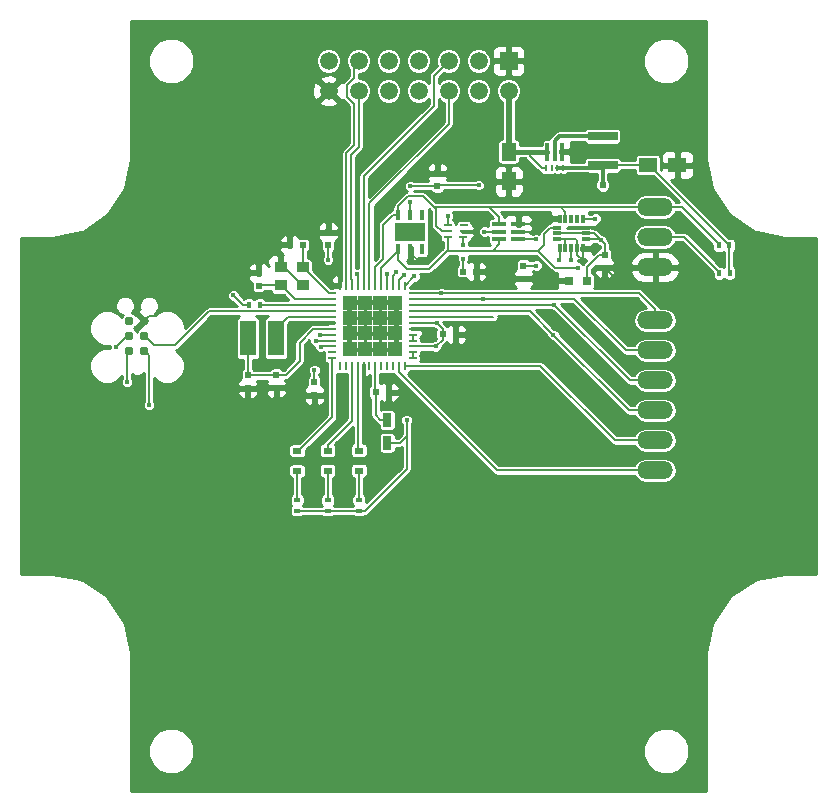
<source format=gbr>
G04 #@! TF.FileFunction,Copper,L1,Top,Signal*
%FSLAX46Y46*%
G04 Gerber Fmt 4.6, Leading zero omitted, Abs format (unit mm)*
G04 Created by KiCad (PCBNEW 4.0.4-stable) date 10/06/16 01:12:16*
%MOMM*%
%LPD*%
G01*
G04 APERTURE LIST*
%ADD10C,0.100000*%
%ADD11R,1.250000X1.500000*%
%ADD12R,1.500000X1.250000*%
%ADD13R,0.500000X0.600000*%
%ADD14R,0.600000X0.500000*%
%ADD15R,0.800000X0.750000*%
%ADD16R,2.500000X0.750000*%
%ADD17R,1.400000X3.000000*%
%ADD18R,0.400000X0.600000*%
%ADD19R,0.250000X0.600000*%
%ADD20O,0.250000X0.600000*%
%ADD21R,0.300000X1.500000*%
%ADD22R,0.700000X0.250000*%
%ADD23R,0.250000X0.700000*%
%ADD24R,1.287500X1.287500*%
%ADD25R,0.800000X0.250000*%
%ADD26R,0.650000X0.250000*%
%ADD27R,0.450000X0.850000*%
%ADD28R,2.500000X1.600000*%
%ADD29R,1.000000X0.950000*%
%ADD30R,0.350000X0.800000*%
%ADD31R,0.800000X0.350000*%
%ADD32R,1.300000X0.400000*%
%ADD33O,3.014980X1.506220*%
%ADD34R,0.800000X0.600000*%
%ADD35R,0.600000X0.400000*%
%ADD36R,1.498600X1.498600*%
%ADD37C,1.498600*%
%ADD38C,0.787400*%
%ADD39R,0.750000X1.200000*%
%ADD40C,0.406400*%
%ADD41C,0.609600*%
%ADD42C,0.406400*%
%ADD43C,0.203200*%
%ADD44C,0.508000*%
%ADD45C,0.304800*%
%ADD46C,0.125000*%
%ADD47C,0.254000*%
G04 APERTURE END LIST*
D10*
D11*
X134620000Y-80080800D03*
X134620000Y-82580800D03*
D12*
X146400200Y-81203800D03*
X148900200Y-81203800D03*
D13*
X119329200Y-87976800D03*
X119329200Y-86876800D03*
D14*
X129040800Y-95529400D03*
X130140800Y-95529400D03*
X117186800Y-87960200D03*
X116086800Y-87960200D03*
D13*
X118160800Y-99576800D03*
X118160800Y-100676800D03*
D14*
X123351200Y-100431600D03*
X124451200Y-100431600D03*
D13*
X113461800Y-91431200D03*
X113461800Y-90331200D03*
X112522000Y-99018000D03*
X112522000Y-100118000D03*
X114935000Y-98967200D03*
X114935000Y-100067200D03*
D14*
X130768000Y-90220800D03*
X131868000Y-90220800D03*
D13*
X142748000Y-88781800D03*
X142748000Y-89881800D03*
D15*
X141212000Y-91008200D03*
X139712000Y-91008200D03*
D13*
X135864600Y-89721600D03*
X135864600Y-90821600D03*
X128574800Y-82998400D03*
X128574800Y-81898400D03*
D16*
X142570200Y-81209600D03*
X142570200Y-78759600D03*
D17*
X114935000Y-95859600D03*
X112535000Y-95859600D03*
D18*
X112656200Y-93040200D03*
X113556200Y-93040200D03*
D19*
X137752200Y-81432400D03*
D20*
X138252200Y-81432400D03*
D21*
X137902200Y-80082400D03*
X138502200Y-80082400D03*
X139102200Y-80082400D03*
D20*
X138752200Y-81432400D03*
X139252200Y-81432400D03*
D22*
X119681600Y-92064600D03*
X119681600Y-92564600D03*
X119681600Y-93064600D03*
X119681600Y-93564600D03*
X119681600Y-94064600D03*
X119681600Y-94564600D03*
X119681600Y-95064600D03*
X119681600Y-95564600D03*
X119681600Y-96064600D03*
X119681600Y-96564600D03*
X119681600Y-97064600D03*
X119681600Y-97564600D03*
D23*
X120331600Y-98214600D03*
X120831600Y-98214600D03*
X121331600Y-98214600D03*
X121831600Y-98214600D03*
X122331600Y-98214600D03*
X122831600Y-98214600D03*
X123331600Y-98214600D03*
X123831600Y-98214600D03*
X124331600Y-98214600D03*
X124831600Y-98214600D03*
X125331600Y-98214600D03*
X125831600Y-98214600D03*
D22*
X126481600Y-97564600D03*
X126481600Y-97064600D03*
X126481600Y-96564600D03*
X126481600Y-96064600D03*
X126481600Y-95564600D03*
X126481600Y-95064600D03*
X126481600Y-94564600D03*
X126481600Y-94064600D03*
X126481600Y-93564600D03*
X126481600Y-93064600D03*
X126481600Y-92564600D03*
X126481600Y-92064600D03*
D23*
X125831600Y-91414600D03*
X125331600Y-91414600D03*
X124831600Y-91414600D03*
X124331600Y-91414600D03*
X123831600Y-91414600D03*
X123331600Y-91414600D03*
X122831600Y-91414600D03*
X122331600Y-91414600D03*
X121831600Y-91414600D03*
X121331600Y-91414600D03*
X120831600Y-91414600D03*
X120331600Y-91414600D03*
D24*
X125012850Y-96745850D03*
X125012850Y-95458350D03*
X125012850Y-94170850D03*
X125012850Y-92883350D03*
X123725350Y-96745850D03*
X123725350Y-95458350D03*
X123725350Y-94170850D03*
X123725350Y-92883350D03*
X122437850Y-96745850D03*
X122437850Y-95458350D03*
X122437850Y-94170850D03*
X122437850Y-92883350D03*
X121150350Y-96745850D03*
X121150350Y-95458350D03*
X121150350Y-94170850D03*
X121150350Y-92883350D03*
D25*
X130751235Y-87320865D03*
D26*
X130826235Y-86820865D03*
X130826235Y-86320865D03*
X129476235Y-86320865D03*
X129476235Y-86820865D03*
X129476235Y-87320865D03*
D27*
X125290435Y-88294065D03*
X126290435Y-88294065D03*
X127290435Y-88294065D03*
X127290435Y-85394065D03*
X126290435Y-85394065D03*
X125290435Y-85394065D03*
D28*
X126290435Y-86844065D03*
D29*
X117180800Y-89852200D03*
X115330800Y-89852200D03*
X115330800Y-91402200D03*
X117180800Y-91402200D03*
D30*
X140930235Y-88248665D03*
X140430235Y-88248665D03*
X139930235Y-88248665D03*
X139430235Y-88248665D03*
X138930235Y-88248665D03*
D31*
X138680235Y-86498665D03*
X138680235Y-87498665D03*
X138680235Y-86998665D03*
D30*
X138930235Y-85748665D03*
X139430235Y-85748665D03*
X139930235Y-85748665D03*
X140430235Y-85748665D03*
X140930235Y-85748665D03*
D31*
X141180235Y-86498665D03*
X141180235Y-86998665D03*
X141180235Y-87498665D03*
D32*
X135421635Y-86846265D03*
X133821635Y-86846265D03*
X135421635Y-86196265D03*
X135421635Y-87496265D03*
X133821635Y-87496265D03*
X133821635Y-86196265D03*
D33*
X147015200Y-84759800D03*
X147015200Y-87299800D03*
X147015200Y-89839800D03*
X147015200Y-94361000D03*
X147015200Y-96901000D03*
X147015200Y-99441000D03*
X147015200Y-101981000D03*
X147015200Y-104521000D03*
X147015200Y-107061000D03*
D34*
X116713000Y-105398200D03*
X116713000Y-107098200D03*
X119303800Y-105372800D03*
X119303800Y-107072800D03*
X121945400Y-105372800D03*
X121945400Y-107072800D03*
D35*
X116713000Y-109582800D03*
X116713000Y-110482800D03*
X119303800Y-109582800D03*
X119303800Y-110482800D03*
X121945400Y-109582800D03*
X121945400Y-110482800D03*
D18*
X153307200Y-88011000D03*
X152407200Y-88011000D03*
X153332600Y-90347800D03*
X152432600Y-90347800D03*
D36*
X134620000Y-72390000D03*
D37*
X134620000Y-74930000D03*
X132080000Y-72390000D03*
X132080000Y-74930000D03*
X129540000Y-72390000D03*
X129540000Y-74930000D03*
X127000000Y-72390000D03*
X127000000Y-74930000D03*
X124460000Y-72390000D03*
X124460000Y-74930000D03*
X121920000Y-72390000D03*
X121920000Y-74930000D03*
X119380000Y-72390000D03*
X119380000Y-74930000D03*
D38*
X103784400Y-96926400D03*
X103784400Y-95656400D03*
X103784400Y-94386400D03*
X102514400Y-94386400D03*
X102514400Y-95656400D03*
X102514400Y-96926400D03*
D39*
X124333000Y-102809000D03*
X124333000Y-104709000D03*
D40*
X106248200Y-92456000D03*
X127863600Y-78079600D03*
X126365000Y-79502000D03*
X125145800Y-80721200D03*
X123444000Y-82423000D03*
X122478800Y-80619600D03*
X123494800Y-77495400D03*
X143891000Y-91008200D03*
X137134600Y-90881200D03*
X130479800Y-78587600D03*
X130429000Y-81026000D03*
X142417800Y-86487000D03*
X127076200Y-89433400D03*
X130860800Y-100736400D03*
X128193800Y-102514400D03*
X125882400Y-100634800D03*
X113741200Y-98196400D03*
X109448600Y-98247200D03*
X143459200Y-94056200D03*
X142036800Y-95453200D03*
X140690600Y-96697800D03*
X140919200Y-89281000D03*
X114604800Y-92430600D03*
X114935000Y-101396800D03*
X112522000Y-101396800D03*
X120319800Y-89230200D03*
X136677400Y-95605600D03*
X140131800Y-80162400D03*
X125012850Y-92883350D03*
X123725350Y-92883350D03*
X122437850Y-92883350D03*
X121150350Y-92883350D03*
X121150350Y-94170850D03*
X122437850Y-94170850D03*
X125012850Y-94170850D03*
X123725350Y-94170850D03*
X123725350Y-95458350D03*
X122437850Y-95458350D03*
X121150350Y-95458350D03*
X121150350Y-96745850D03*
X122437850Y-96745850D03*
X123725350Y-96745850D03*
X125012850Y-96745850D03*
X125012850Y-95458350D03*
X136983835Y-86541465D03*
X131802235Y-86846265D03*
X131394200Y-95554800D03*
X127711200Y-95681800D03*
X116763800Y-94945200D03*
X118160800Y-98552000D03*
X119329200Y-89230200D03*
X130760835Y-89128600D03*
X136956800Y-89712800D03*
X126288800Y-82981800D03*
X132080000Y-82905600D03*
X111302800Y-92227400D03*
X104165400Y-101523800D03*
X125984000Y-102793800D03*
X128529200Y-94564600D03*
X128458800Y-96564600D03*
D41*
X142570200Y-82905600D03*
D40*
X141960600Y-85750400D03*
X142417800Y-87553800D03*
X126290435Y-84306265D03*
X136958435Y-87506665D03*
X130760835Y-87989265D03*
X124333000Y-90424000D03*
X121818400Y-90424000D03*
X118668800Y-95554800D03*
X125755400Y-90474800D03*
X101371400Y-96570800D03*
X118287800Y-96088200D03*
X102311200Y-99568000D03*
X118694200Y-96570800D03*
X140462000Y-89890600D03*
X128905000Y-92049600D03*
X129489200Y-85521800D03*
X132486400Y-92557600D03*
X132564235Y-86846265D03*
X138404600Y-95580200D03*
X139928600Y-89255600D03*
X138479800Y-93064600D03*
X138912600Y-89281000D03*
X126644400Y-90627200D03*
X125120400Y-90297000D03*
D42*
X137902200Y-80082400D02*
X136423400Y-80082400D01*
X136423400Y-80082400D02*
X134621600Y-80082400D01*
D43*
X137752200Y-81432400D02*
X137424000Y-81432400D01*
X137424000Y-81432400D02*
X136423400Y-80431800D01*
X136423400Y-80431800D02*
X136423400Y-80082400D01*
X134621600Y-80082400D02*
X134620000Y-80080800D01*
D44*
X134620000Y-74930000D02*
X134620000Y-80080800D01*
D43*
X137900600Y-80080800D02*
X137902200Y-80082400D01*
X103784400Y-94386400D02*
X104178099Y-93992701D01*
X104178099Y-93992701D02*
X104641648Y-93992701D01*
X104641648Y-93992701D02*
X106178349Y-92456000D01*
X106178349Y-92456000D02*
X106248200Y-92456000D01*
X126365000Y-79502000D02*
X127787400Y-78079600D01*
X127787400Y-78079600D02*
X127863600Y-78079600D01*
X125145800Y-80721200D02*
X126365000Y-79502000D01*
X123444000Y-82423000D02*
X125145800Y-80721200D01*
X123494800Y-77495400D02*
X123494800Y-79603600D01*
X123494800Y-79603600D02*
X122478800Y-80619600D01*
X142748000Y-89881800D02*
X142764600Y-89881800D01*
X142764600Y-89881800D02*
X143891000Y-91008200D01*
X135864600Y-90821600D02*
X137075000Y-90821600D01*
X137075000Y-90821600D02*
X137134600Y-90881200D01*
X128574800Y-81898400D02*
X129556600Y-81898400D01*
X129556600Y-81898400D02*
X130429000Y-81026000D01*
X141180235Y-86498665D02*
X142406135Y-86498665D01*
X142406135Y-86498665D02*
X142417800Y-86487000D01*
X138930235Y-85748665D02*
X137776635Y-85748665D01*
X137776635Y-85748665D02*
X136983835Y-86541465D01*
X126290435Y-88294065D02*
X126290435Y-88647635D01*
X126290435Y-88647635D02*
X127076200Y-89433400D01*
X125882400Y-100634800D02*
X126314200Y-100634800D01*
X126314200Y-100634800D02*
X128193800Y-102514400D01*
X124451200Y-100431600D02*
X125679200Y-100431600D01*
X125679200Y-100431600D02*
X125882400Y-100634800D01*
X115330800Y-89852200D02*
X115605800Y-89852200D01*
X115605800Y-89852200D02*
X117155800Y-91402200D01*
X117155800Y-91402200D02*
X117180800Y-91402200D01*
X112522000Y-101396800D02*
X109448600Y-98323400D01*
X109448600Y-98323400D02*
X109448600Y-98247200D01*
X140930235Y-88248665D02*
X140930235Y-89269965D01*
X140930235Y-89269965D02*
X140919200Y-89281000D01*
X140430235Y-88248665D02*
X140430235Y-88792035D01*
X140430235Y-88792035D02*
X140919200Y-89281000D01*
X114935000Y-100067200D02*
X114935000Y-101396800D01*
X112522000Y-100118000D02*
X112522000Y-101396800D01*
X112522000Y-100118000D02*
X112538600Y-100118000D01*
X120331600Y-91414600D02*
X120331600Y-89242000D01*
X120331600Y-89242000D02*
X120319800Y-89230200D01*
X139102200Y-80082400D02*
X140051800Y-80082400D01*
X140051800Y-80082400D02*
X140131800Y-80162400D01*
X125012850Y-94170850D02*
X125012850Y-95458350D01*
X125012850Y-92883350D02*
X125012850Y-94170850D01*
X123725350Y-92883350D02*
X123725350Y-94170850D01*
X122437850Y-92883350D02*
X123725350Y-92883350D01*
X121150350Y-92883350D02*
X122437850Y-92883350D01*
X121150350Y-94170850D02*
X121150350Y-92883350D01*
X121150350Y-94170850D02*
X122437850Y-94170850D01*
X121150350Y-94170850D02*
X121150350Y-95458350D01*
X121150350Y-95458350D02*
X122437850Y-95458350D01*
X122437850Y-94170850D02*
X122437850Y-95458350D01*
X123725350Y-95458350D02*
X122437850Y-95458350D01*
X123725350Y-95458350D02*
X125012850Y-95458350D01*
X123725350Y-96745850D02*
X123725350Y-95458350D01*
X123725350Y-96745850D02*
X125012850Y-96745850D01*
X122437850Y-96745850D02*
X123725350Y-96745850D01*
X121150350Y-96745850D02*
X122437850Y-96745850D01*
X138680235Y-87498665D02*
X139283435Y-87498665D01*
X139283435Y-87498665D02*
X139430235Y-87645465D01*
X139430235Y-87645465D02*
X139430235Y-88248665D01*
X138680235Y-87498665D02*
X140283435Y-87498665D01*
X140283435Y-87498665D02*
X140430235Y-87645465D01*
X140430235Y-87645465D02*
X140430235Y-88248665D01*
X135421635Y-86196265D02*
X136638635Y-86196265D01*
X136638635Y-86196265D02*
X136983835Y-86541465D01*
X135421635Y-86846265D02*
X136679035Y-86846265D01*
X136679035Y-86846265D02*
X136983835Y-86541465D01*
X130826235Y-86820865D02*
X131776835Y-86820865D01*
X131776835Y-86820865D02*
X131802235Y-86846265D01*
X130140800Y-95529400D02*
X131368800Y-95529400D01*
X131368800Y-95529400D02*
X131394200Y-95554800D01*
X126481600Y-95064600D02*
X127094000Y-95064600D01*
X127094000Y-95064600D02*
X127711200Y-95681800D01*
X119681600Y-94564600D02*
X117144400Y-94564600D01*
X117144400Y-94564600D02*
X116763800Y-94945200D01*
X125984000Y-104140000D02*
X125984000Y-104775000D01*
X125984000Y-102793800D02*
X125984000Y-104140000D01*
X125984000Y-104140000D02*
X125415000Y-104709000D01*
X125415000Y-104709000D02*
X124333000Y-104709000D01*
X125984000Y-104775000D02*
X125984000Y-106638600D01*
X146400200Y-81203800D02*
X146525200Y-81203800D01*
X146525200Y-81203800D02*
X153307200Y-87985800D01*
X153307200Y-87985800D02*
X153307200Y-88011000D01*
X142570200Y-81209600D02*
X146394400Y-81209600D01*
X146394400Y-81209600D02*
X146400200Y-81203800D01*
X118160800Y-98552000D02*
X118160800Y-99576800D01*
X119329200Y-89230200D02*
X119329200Y-87976800D01*
X142748000Y-88781800D02*
X142748000Y-87884000D01*
X142748000Y-87884000D02*
X142417800Y-87553800D01*
X141212000Y-91008200D02*
X141212000Y-89864600D01*
X141212000Y-89864600D02*
X142294800Y-88781800D01*
X142294800Y-88781800D02*
X142748000Y-88781800D01*
X130760835Y-89128600D02*
X130760835Y-90213635D01*
X130760835Y-90213635D02*
X130768000Y-90220800D01*
X136956800Y-89712800D02*
X135873400Y-89712800D01*
X135873400Y-89712800D02*
X135864600Y-89721600D01*
X153307200Y-88011000D02*
X153307200Y-90322400D01*
X153307200Y-90322400D02*
X153332600Y-90347800D01*
X116713000Y-110482800D02*
X119303800Y-110482800D01*
X121945400Y-110482800D02*
X119303800Y-110482800D01*
X121945400Y-110482800D02*
X122448600Y-110482800D01*
X122448600Y-110482800D02*
X125984000Y-106947400D01*
X125984000Y-106947400D02*
X125984000Y-106638600D01*
X116738400Y-110508200D02*
X116713000Y-110482800D01*
X119372800Y-110577200D02*
X119303800Y-110508200D01*
X122045400Y-110577200D02*
X121945400Y-110577200D01*
X126288800Y-82981800D02*
X128558200Y-82981800D01*
X128558200Y-82981800D02*
X128574800Y-82998400D01*
X132080000Y-82905600D02*
X128667600Y-82905600D01*
X128667600Y-82905600D02*
X128574800Y-82998400D01*
X103784400Y-96926400D02*
X104178099Y-97320099D01*
X104178099Y-97320099D02*
X104178099Y-101511101D01*
X104178099Y-101511101D02*
X104165400Y-101523800D01*
D45*
X142570200Y-81209600D02*
X142570200Y-82905600D01*
X139252200Y-81432400D02*
X142347400Y-81432400D01*
X142347400Y-81432400D02*
X142570200Y-81209600D01*
D43*
X140930235Y-85748665D02*
X141958865Y-85748665D01*
X141958865Y-85748665D02*
X141960600Y-85750400D01*
X141180235Y-86998665D02*
X141862665Y-86998665D01*
X141862665Y-86998665D02*
X142417800Y-87553800D01*
X141180235Y-87498665D02*
X142362665Y-87498665D01*
X142362665Y-87498665D02*
X142417800Y-87553800D01*
X146191200Y-81209600D02*
X146197000Y-81203800D01*
D45*
X138752200Y-81432400D02*
X139252200Y-81432400D01*
D43*
X126290435Y-85394065D02*
X126290435Y-84306265D01*
X141180235Y-86998665D02*
X140577035Y-86998665D01*
X140577035Y-86998665D02*
X138680235Y-86998665D01*
X135421635Y-87496265D02*
X136948035Y-87496265D01*
X136948035Y-87496265D02*
X136958435Y-87506665D01*
X130751235Y-87320865D02*
X130751235Y-87979665D01*
X130751235Y-87979665D02*
X130760835Y-87989265D01*
X112656200Y-93040200D02*
X112115600Y-93040200D01*
X112115600Y-93040200D02*
X111302800Y-92227400D01*
X124331600Y-91414600D02*
X124331600Y-90425400D01*
X124331600Y-90425400D02*
X124333000Y-90424000D01*
X121831600Y-91414600D02*
X121831600Y-90437200D01*
X121831600Y-90437200D02*
X121818400Y-90424000D01*
X126481600Y-94564600D02*
X128529200Y-94564600D01*
X128529200Y-94564600D02*
X129040800Y-95076200D01*
X129040800Y-95076200D02*
X129040800Y-95529400D01*
X126481600Y-96564600D02*
X128458800Y-96564600D01*
X128458800Y-96564600D02*
X129040800Y-95982600D01*
X129040800Y-95982600D02*
X129040800Y-95529400D01*
X119681600Y-95564600D02*
X118678600Y-95564600D01*
X118678600Y-95564600D02*
X118668800Y-95554800D01*
X117180800Y-89852200D02*
X117205800Y-89852200D01*
X117205800Y-89852200D02*
X119418200Y-92064600D01*
X119418200Y-92064600D02*
X119681600Y-92064600D01*
X117180800Y-89852200D02*
X117365600Y-89852200D01*
X117186800Y-87960200D02*
X117186800Y-89846200D01*
X115330800Y-91402200D02*
X115355800Y-91402200D01*
X115355800Y-91402200D02*
X116518200Y-92564600D01*
X116518200Y-92564600D02*
X116950000Y-92564600D01*
X119681600Y-92564600D02*
X116950000Y-92564600D01*
X115330800Y-91402200D02*
X113490800Y-91402200D01*
D45*
X138502200Y-80082400D02*
X138502200Y-79129200D01*
X141117000Y-78759600D02*
X142570200Y-78759600D01*
X138502200Y-79129200D02*
X138871800Y-78759600D01*
X138871800Y-78759600D02*
X141117000Y-78759600D01*
D43*
X119681600Y-93064600D02*
X113580600Y-93064600D01*
X113580600Y-93064600D02*
X113556200Y-93040200D01*
X119680600Y-93065600D02*
X119681600Y-93064600D01*
X122331600Y-91414600D02*
X122331600Y-82138400D01*
X122331600Y-82138400D02*
X128270000Y-76200000D01*
X128270000Y-73660000D02*
X128270000Y-76200000D01*
X129540000Y-72390000D02*
X128270000Y-73660000D01*
X129540000Y-74930000D02*
X129540000Y-77749400D01*
X129540000Y-77749400D02*
X122831600Y-84457800D01*
X122831600Y-84457800D02*
X122831600Y-91414600D01*
X125331600Y-91414600D02*
X125331600Y-90898600D01*
X125331600Y-90898600D02*
X125755400Y-90474800D01*
X120916699Y-74448415D02*
X121536800Y-73828314D01*
X120831600Y-91414600D02*
X120831600Y-90889600D01*
X121536800Y-73828314D02*
X121536800Y-72773200D01*
X120831600Y-90889600D02*
X120890000Y-90831200D01*
X120890000Y-90831200D02*
X120890000Y-80158864D01*
X120890000Y-80158864D02*
X121536800Y-79512064D01*
X121536800Y-79512064D02*
X121536800Y-76031686D01*
X121536800Y-76031686D02*
X120916699Y-75411585D01*
X121536800Y-72773200D02*
X121920000Y-72390000D01*
X120916699Y-75411585D02*
X120916699Y-74448415D01*
D46*
X121615000Y-72695000D02*
X121920000Y-72390000D01*
D43*
X121920000Y-75313200D02*
X121920000Y-74930000D01*
X121273200Y-80362238D02*
X121920000Y-79715438D01*
X121920000Y-79715438D02*
X121920000Y-75313200D01*
X121331600Y-91414600D02*
X121331600Y-90889600D01*
X121331600Y-90889600D02*
X121273200Y-90831200D01*
X121273200Y-90831200D02*
X121273200Y-80362238D01*
D46*
X121920000Y-75235000D02*
X121920000Y-74930000D01*
D43*
X118271400Y-93564600D02*
X118241799Y-93594201D01*
X104590851Y-96462851D02*
X104178099Y-96050099D01*
X118241799Y-93594201D02*
X109249947Y-93594201D01*
X109249947Y-93594201D02*
X106381297Y-96462851D01*
X106381297Y-96462851D02*
X104590851Y-96462851D01*
X104178099Y-96050099D02*
X103784400Y-95656400D01*
X119681600Y-93564600D02*
X118271400Y-93564600D01*
X102514400Y-95656400D02*
X102285800Y-95656400D01*
X102285800Y-95656400D02*
X101371400Y-96570800D01*
X119681600Y-96064600D02*
X118311400Y-96064600D01*
X118311400Y-96064600D02*
X118287800Y-96088200D01*
X102311200Y-99568000D02*
X102311200Y-97129600D01*
X102311200Y-97129600D02*
X102514400Y-96926400D01*
X119681600Y-96564600D02*
X118700400Y-96564600D01*
X118700400Y-96564600D02*
X118694200Y-96570800D01*
X126481600Y-97064600D02*
X126481600Y-97564600D01*
X126481600Y-95564600D02*
X126481600Y-96064600D01*
X138575068Y-89890600D02*
X140462000Y-89890600D01*
X147015200Y-87299800D02*
X149484600Y-87299800D01*
X149484600Y-87299800D02*
X152432600Y-90247800D01*
X152432600Y-90247800D02*
X152432600Y-90347800D01*
X126009400Y-89966800D02*
X127914400Y-89966800D01*
X125290435Y-88294065D02*
X125290435Y-89247835D01*
X125290435Y-89247835D02*
X126009400Y-89966800D01*
X123831600Y-91414600D02*
X123831600Y-89952900D01*
X123831600Y-89952900D02*
X125290435Y-88494065D01*
X125290435Y-88494065D02*
X125290435Y-88294065D01*
X138575068Y-89890600D02*
X137130934Y-88446466D01*
X129434734Y-88446466D02*
X133248400Y-88446466D01*
X133248400Y-88446466D02*
X137130934Y-88446466D01*
X133821635Y-87496265D02*
X133821635Y-87899465D01*
X133821635Y-87899465D02*
X133274634Y-88446466D01*
X133274634Y-88446466D02*
X133248400Y-88446466D01*
X129476235Y-87320865D02*
X129476235Y-88404965D01*
X129476235Y-88404965D02*
X129434734Y-88446466D01*
X127914400Y-89966800D02*
X129434734Y-88446466D01*
X137130934Y-88446466D02*
X137591800Y-87985600D01*
X137591800Y-87985600D02*
X137591800Y-87054898D01*
X137591800Y-87054898D02*
X138148033Y-86498665D01*
X138148033Y-86498665D02*
X138680235Y-86498665D01*
X129276235Y-87320865D02*
X129476235Y-87320865D01*
X147015200Y-84759800D02*
X149256000Y-84759800D01*
X149256000Y-84759800D02*
X152407200Y-87911000D01*
X152407200Y-87911000D02*
X152407200Y-88011000D01*
X139044570Y-84759800D02*
X144907000Y-84759800D01*
X144907000Y-84759800D02*
X147015200Y-84759800D01*
X127359264Y-83849064D02*
X128270000Y-84759800D01*
X128270000Y-84759800D02*
X132969000Y-84759800D01*
X132969000Y-84759800D02*
X139044570Y-84759800D01*
X133821635Y-86196265D02*
X133821635Y-85612435D01*
X133821635Y-85612435D02*
X132969000Y-84759800D01*
X128474835Y-86347665D02*
X128474835Y-84964635D01*
X128474835Y-84964635D02*
X128270000Y-84759800D01*
X125290435Y-85394065D02*
X125290435Y-84629607D01*
X125290435Y-84629607D02*
X126070978Y-83849064D01*
X126070978Y-83849064D02*
X127359264Y-83849064D01*
X139044570Y-84759800D02*
X139430235Y-85145465D01*
X139430235Y-85145465D02*
X139430235Y-85748665D01*
X123977400Y-89154000D02*
X123977400Y-86278900D01*
X123977400Y-86278900D02*
X124862235Y-85394065D01*
X124862235Y-85394065D02*
X125290435Y-85394065D01*
X123331600Y-89799800D02*
X123977400Y-89154000D01*
X123331600Y-91414600D02*
X123331600Y-89799800D01*
X129476235Y-86820865D02*
X128948035Y-86820865D01*
X128948035Y-86820865D02*
X128474835Y-86347665D01*
X123351200Y-100431600D02*
X123351200Y-102405400D01*
X123351200Y-102405400D02*
X123754800Y-102809000D01*
X123754800Y-102809000D02*
X124333000Y-102809000D01*
X123331600Y-98214600D02*
X123331600Y-100412000D01*
X123331600Y-100412000D02*
X123351200Y-100431600D01*
X119681600Y-95064600D02*
X118092200Y-95064600D01*
X118092200Y-95064600D02*
X116916200Y-96240600D01*
X116916200Y-96240600D02*
X116916200Y-97815400D01*
X116916200Y-97815400D02*
X115764400Y-98967200D01*
X115764400Y-98967200D02*
X114935000Y-98967200D01*
X112522000Y-99018000D02*
X114884200Y-99018000D01*
X114884200Y-99018000D02*
X114935000Y-98967200D01*
X112535000Y-95859600D02*
X112535000Y-99005000D01*
X112535000Y-99005000D02*
X112522000Y-99018000D01*
X119681600Y-94064600D02*
X115930000Y-94064600D01*
X115930000Y-94064600D02*
X114935000Y-95059600D01*
X114935000Y-95059600D02*
X114935000Y-95859600D01*
X128905000Y-92049600D02*
X145660110Y-92049600D01*
X145660110Y-92049600D02*
X147015200Y-93404690D01*
X147015200Y-93404690D02*
X147015200Y-94361000D01*
X128905000Y-92049600D02*
X126496600Y-92049600D01*
X126496600Y-92049600D02*
X126481600Y-92064600D01*
X129476235Y-86320865D02*
X129476235Y-85534765D01*
X129476235Y-85534765D02*
X129489200Y-85521800D01*
X132486400Y-92557600D02*
X138649458Y-92557600D01*
X138649458Y-92557600D02*
X138656458Y-92564600D01*
X138656458Y-92564600D02*
X140189600Y-92564600D01*
X140189600Y-92564600D02*
X144526000Y-96901000D01*
X144526000Y-96901000D02*
X147015200Y-96901000D01*
X132486400Y-92557600D02*
X126488600Y-92557600D01*
X126488600Y-92557600D02*
X126481600Y-92564600D01*
X133821635Y-86846265D02*
X132564235Y-86846265D01*
X136389000Y-93564600D02*
X138404600Y-95580200D01*
X138404600Y-95580200D02*
X144805400Y-101981000D01*
X144805400Y-101981000D02*
X147015200Y-101981000D01*
X139930235Y-88248665D02*
X139930235Y-89253965D01*
X139930235Y-89253965D02*
X139928600Y-89255600D01*
X126481600Y-93564600D02*
X136389000Y-93564600D01*
X144856200Y-99441000D02*
X147015200Y-99441000D01*
X138930235Y-88248665D02*
X138930235Y-89263365D01*
X138930235Y-89263365D02*
X138912600Y-89281000D01*
X138479800Y-93064600D02*
X144856200Y-99441000D01*
X126481600Y-93064600D02*
X138479800Y-93064600D01*
X126644400Y-90627200D02*
X126619000Y-90627200D01*
X126619000Y-90627200D02*
X125831600Y-91414600D01*
X124831600Y-91414600D02*
X124831600Y-90585800D01*
X124831600Y-90585800D02*
X125120400Y-90297000D01*
X119681600Y-97564600D02*
X119681600Y-102529600D01*
X119681600Y-102529600D02*
X116813000Y-105398200D01*
X116813000Y-105398200D02*
X116713000Y-105398200D01*
X119681600Y-97564600D02*
X119456600Y-97564600D01*
X116713000Y-109582800D02*
X116713000Y-107098200D01*
X119303800Y-105372800D02*
X119303800Y-104869600D01*
X119303800Y-104869600D02*
X121331600Y-102841800D01*
X121331600Y-102841800D02*
X121331600Y-98767800D01*
X121331600Y-98767800D02*
X121331600Y-98214600D01*
X119303800Y-109582800D02*
X119303800Y-107072800D01*
X119303800Y-107072800D02*
X119303800Y-107576000D01*
X121831600Y-98214600D02*
X121831600Y-105259000D01*
X121831600Y-105259000D02*
X121945400Y-105372800D01*
X121945400Y-109582800D02*
X121945400Y-109179600D01*
X121945400Y-109179600D02*
X121945400Y-107072800D01*
X137279800Y-98214600D02*
X143586200Y-104521000D01*
X143586200Y-104521000D02*
X147015200Y-104521000D01*
X125831600Y-98214600D02*
X137279800Y-98214600D01*
X125331600Y-98214600D02*
X125331600Y-98767800D01*
X125331600Y-98767800D02*
X133624800Y-107061000D01*
X133624800Y-107061000D02*
X145304510Y-107061000D01*
X145304510Y-107061000D02*
X147015200Y-107061000D01*
X126481600Y-94064600D02*
X133333000Y-94064600D01*
D47*
G36*
X151359800Y-80645000D02*
X151367586Y-80684143D01*
X151367586Y-80724051D01*
X151850951Y-83154090D01*
X151850951Y-83154091D01*
X151873013Y-83207352D01*
X151911453Y-83300156D01*
X151911454Y-83300157D01*
X153287961Y-85360245D01*
X153399755Y-85472039D01*
X155459842Y-86848546D01*
X155459843Y-86848547D01*
X155605909Y-86909049D01*
X158035949Y-87392414D01*
X158075857Y-87392414D01*
X158115000Y-87400200D01*
X160630800Y-87400200D01*
X160630800Y-115799800D01*
X158115000Y-115799800D01*
X158075857Y-115807586D01*
X158035949Y-115807586D01*
X155605909Y-116290951D01*
X155459843Y-116351453D01*
X153399755Y-117727961D01*
X153287961Y-117839755D01*
X151911454Y-119899843D01*
X151911453Y-119899844D01*
X151850951Y-120045910D01*
X151367586Y-122475949D01*
X151367586Y-122515857D01*
X151359800Y-122555000D01*
X151359800Y-134214800D01*
X102640200Y-134214800D01*
X102640200Y-131197326D01*
X104088862Y-131197326D01*
X104385987Y-131916424D01*
X104935682Y-132467079D01*
X105654261Y-132765459D01*
X106432326Y-132766138D01*
X107151424Y-132469013D01*
X107702079Y-131919318D01*
X108000459Y-131200739D01*
X108000461Y-131197326D01*
X145998862Y-131197326D01*
X146295987Y-131916424D01*
X146845682Y-132467079D01*
X147564261Y-132765459D01*
X148342326Y-132766138D01*
X149061424Y-132469013D01*
X149612079Y-131919318D01*
X149910459Y-131200739D01*
X149911138Y-130422674D01*
X149614013Y-129703576D01*
X149064318Y-129152921D01*
X148345739Y-128854541D01*
X147567674Y-128853862D01*
X146848576Y-129150987D01*
X146297921Y-129700682D01*
X145999541Y-130419261D01*
X145998862Y-131197326D01*
X108000461Y-131197326D01*
X108001138Y-130422674D01*
X107704013Y-129703576D01*
X107154318Y-129152921D01*
X106435739Y-128854541D01*
X105657674Y-128853862D01*
X104938576Y-129150987D01*
X104387921Y-129700682D01*
X104089541Y-130419261D01*
X104088862Y-131197326D01*
X102640200Y-131197326D01*
X102640200Y-122555000D01*
X102632414Y-122515857D01*
X102632414Y-122475949D01*
X102149049Y-120045909D01*
X102088547Y-119899843D01*
X100712039Y-117839755D01*
X100600245Y-117727961D01*
X98540157Y-116351454D01*
X98540156Y-116351453D01*
X98454593Y-116316012D01*
X98394091Y-116290951D01*
X98394090Y-116290951D01*
X95964051Y-115807586D01*
X95924143Y-115807586D01*
X95885000Y-115799800D01*
X93369200Y-115799800D01*
X93369200Y-106798200D01*
X115976331Y-106798200D01*
X115976331Y-107398200D01*
X115999356Y-107520565D01*
X116071673Y-107632949D01*
X116182017Y-107708344D01*
X116281200Y-107728429D01*
X116281200Y-109075227D01*
X116178251Y-109141473D01*
X116102856Y-109251817D01*
X116076331Y-109382800D01*
X116076331Y-109782800D01*
X116099356Y-109905165D01*
X116171673Y-110017549D01*
X116192895Y-110032050D01*
X116178251Y-110041473D01*
X116102856Y-110151817D01*
X116076331Y-110282800D01*
X116076331Y-110682800D01*
X116099356Y-110805165D01*
X116171673Y-110917549D01*
X116282017Y-110992944D01*
X116413000Y-111019469D01*
X117013000Y-111019469D01*
X117135365Y-110996444D01*
X117247749Y-110924127D01*
X117254259Y-110914600D01*
X118760575Y-110914600D01*
X118762473Y-110917549D01*
X118872817Y-110992944D01*
X119003800Y-111019469D01*
X119603800Y-111019469D01*
X119726165Y-110996444D01*
X119838549Y-110924127D01*
X119845059Y-110914600D01*
X121402175Y-110914600D01*
X121404073Y-110917549D01*
X121514417Y-110992944D01*
X121645400Y-111019469D01*
X122245400Y-111019469D01*
X122367765Y-110996444D01*
X122480149Y-110924127D01*
X122492645Y-110905839D01*
X122613843Y-110881731D01*
X122753929Y-110788129D01*
X126289326Y-107252731D01*
X126289329Y-107252729D01*
X126382931Y-107112643D01*
X126382932Y-107112642D01*
X126415801Y-106947400D01*
X126415800Y-106947395D01*
X126415800Y-104140005D01*
X126415801Y-104140000D01*
X126415800Y-104139995D01*
X126415800Y-103116437D01*
X126435931Y-103096341D01*
X126517307Y-102900365D01*
X126517492Y-102688166D01*
X126436458Y-102492048D01*
X126286541Y-102341869D01*
X126090565Y-102260493D01*
X125878366Y-102260308D01*
X125682248Y-102341342D01*
X125532069Y-102491259D01*
X125450693Y-102687235D01*
X125450508Y-102899434D01*
X125531542Y-103095552D01*
X125552200Y-103116246D01*
X125552200Y-103961143D01*
X125236142Y-104277200D01*
X125044669Y-104277200D01*
X125044669Y-104109000D01*
X125021644Y-103986635D01*
X124949327Y-103874251D01*
X124838983Y-103798856D01*
X124708000Y-103772331D01*
X123958000Y-103772331D01*
X123835635Y-103795356D01*
X123723251Y-103867673D01*
X123647856Y-103978017D01*
X123621331Y-104109000D01*
X123621331Y-105309000D01*
X123644356Y-105431365D01*
X123716673Y-105543749D01*
X123827017Y-105619144D01*
X123958000Y-105645669D01*
X124708000Y-105645669D01*
X124830365Y-105622644D01*
X124942749Y-105550327D01*
X125018144Y-105439983D01*
X125044669Y-105309000D01*
X125044669Y-105140800D01*
X125415000Y-105140800D01*
X125552200Y-105113509D01*
X125552200Y-106768543D01*
X122582069Y-109738673D01*
X122582069Y-109382800D01*
X122559044Y-109260435D01*
X122486727Y-109148051D01*
X122377200Y-109073214D01*
X122377200Y-107703485D01*
X122467765Y-107686444D01*
X122580149Y-107614127D01*
X122655544Y-107503783D01*
X122682069Y-107372800D01*
X122682069Y-106772800D01*
X122659044Y-106650435D01*
X122586727Y-106538051D01*
X122476383Y-106462656D01*
X122345400Y-106436131D01*
X121545400Y-106436131D01*
X121423035Y-106459156D01*
X121310651Y-106531473D01*
X121235256Y-106641817D01*
X121208731Y-106772800D01*
X121208731Y-107372800D01*
X121231756Y-107495165D01*
X121304073Y-107607549D01*
X121414417Y-107682944D01*
X121513600Y-107703029D01*
X121513600Y-109075227D01*
X121410651Y-109141473D01*
X121335256Y-109251817D01*
X121308731Y-109382800D01*
X121308731Y-109782800D01*
X121331756Y-109905165D01*
X121404073Y-110017549D01*
X121425295Y-110032050D01*
X121410651Y-110041473D01*
X121404141Y-110051000D01*
X119847025Y-110051000D01*
X119845127Y-110048051D01*
X119823905Y-110033550D01*
X119838549Y-110024127D01*
X119913944Y-109913783D01*
X119940469Y-109782800D01*
X119940469Y-109382800D01*
X119917444Y-109260435D01*
X119845127Y-109148051D01*
X119735600Y-109073214D01*
X119735600Y-107703485D01*
X119826165Y-107686444D01*
X119938549Y-107614127D01*
X120013944Y-107503783D01*
X120040469Y-107372800D01*
X120040469Y-106772800D01*
X120017444Y-106650435D01*
X119945127Y-106538051D01*
X119834783Y-106462656D01*
X119703800Y-106436131D01*
X118903800Y-106436131D01*
X118781435Y-106459156D01*
X118669051Y-106531473D01*
X118593656Y-106641817D01*
X118567131Y-106772800D01*
X118567131Y-107372800D01*
X118590156Y-107495165D01*
X118662473Y-107607549D01*
X118772817Y-107682944D01*
X118872000Y-107703029D01*
X118872000Y-109075227D01*
X118769051Y-109141473D01*
X118693656Y-109251817D01*
X118667131Y-109382800D01*
X118667131Y-109782800D01*
X118690156Y-109905165D01*
X118762473Y-110017549D01*
X118783695Y-110032050D01*
X118769051Y-110041473D01*
X118762541Y-110051000D01*
X117256225Y-110051000D01*
X117254327Y-110048051D01*
X117233105Y-110033550D01*
X117247749Y-110024127D01*
X117323144Y-109913783D01*
X117349669Y-109782800D01*
X117349669Y-109382800D01*
X117326644Y-109260435D01*
X117254327Y-109148051D01*
X117144800Y-109073214D01*
X117144800Y-107728885D01*
X117235365Y-107711844D01*
X117347749Y-107639527D01*
X117423144Y-107529183D01*
X117449669Y-107398200D01*
X117449669Y-106798200D01*
X117426644Y-106675835D01*
X117354327Y-106563451D01*
X117243983Y-106488056D01*
X117113000Y-106461531D01*
X116313000Y-106461531D01*
X116190635Y-106484556D01*
X116078251Y-106556873D01*
X116002856Y-106667217D01*
X115976331Y-106798200D01*
X93369200Y-106798200D01*
X93369200Y-95321955D01*
X99091487Y-95321955D01*
X99322048Y-95879957D01*
X99748598Y-96307251D01*
X100306196Y-96538786D01*
X100838028Y-96539250D01*
X100837908Y-96676434D01*
X100838947Y-96678950D01*
X100308845Y-96678487D01*
X99750843Y-96909048D01*
X99323549Y-97335598D01*
X99092014Y-97893196D01*
X99091487Y-98496955D01*
X99322048Y-99054957D01*
X99748598Y-99482251D01*
X100306196Y-99713786D01*
X100909955Y-99714313D01*
X101467957Y-99483752D01*
X101879400Y-99073025D01*
X101879400Y-99245363D01*
X101859269Y-99265459D01*
X101777893Y-99461435D01*
X101777708Y-99673634D01*
X101858742Y-99869752D01*
X102008659Y-100019931D01*
X102204635Y-100101307D01*
X102416834Y-100101492D01*
X102612952Y-100020458D01*
X102763131Y-99870541D01*
X102844507Y-99674565D01*
X102844692Y-99462366D01*
X102763658Y-99266248D01*
X102743000Y-99245554D01*
X102743000Y-98935237D01*
X102981940Y-99034454D01*
X103315397Y-99034745D01*
X103623582Y-98907405D01*
X103746299Y-98784902D01*
X103746299Y-101188486D01*
X103713469Y-101221259D01*
X103632093Y-101417235D01*
X103631908Y-101629434D01*
X103712942Y-101825552D01*
X103862859Y-101975731D01*
X104058835Y-102057107D01*
X104271034Y-102057292D01*
X104467152Y-101976258D01*
X104617331Y-101826341D01*
X104698707Y-101630365D01*
X104698892Y-101418166D01*
X104617858Y-101222048D01*
X104609899Y-101214075D01*
X104609899Y-100403750D01*
X111637000Y-100403750D01*
X111637000Y-100544309D01*
X111733673Y-100777698D01*
X111912301Y-100956327D01*
X112145690Y-101053000D01*
X112238250Y-101053000D01*
X112397000Y-100894250D01*
X112397000Y-100245000D01*
X112647000Y-100245000D01*
X112647000Y-100894250D01*
X112805750Y-101053000D01*
X112898310Y-101053000D01*
X113131699Y-100956327D01*
X113310327Y-100777698D01*
X113407000Y-100544309D01*
X113407000Y-100403750D01*
X113356200Y-100352950D01*
X114050000Y-100352950D01*
X114050000Y-100493509D01*
X114146673Y-100726898D01*
X114325301Y-100905527D01*
X114558690Y-101002200D01*
X114651250Y-101002200D01*
X114810000Y-100843450D01*
X114810000Y-100194200D01*
X115060000Y-100194200D01*
X115060000Y-100843450D01*
X115218750Y-101002200D01*
X115311310Y-101002200D01*
X115407033Y-100962550D01*
X117275800Y-100962550D01*
X117275800Y-101103109D01*
X117372473Y-101336498D01*
X117551101Y-101515127D01*
X117784490Y-101611800D01*
X117877050Y-101611800D01*
X118035800Y-101453050D01*
X118035800Y-100803800D01*
X118285800Y-100803800D01*
X118285800Y-101453050D01*
X118444550Y-101611800D01*
X118537110Y-101611800D01*
X118770499Y-101515127D01*
X118949127Y-101336498D01*
X119045800Y-101103109D01*
X119045800Y-100962550D01*
X118887050Y-100803800D01*
X118285800Y-100803800D01*
X118035800Y-100803800D01*
X117434550Y-100803800D01*
X117275800Y-100962550D01*
X115407033Y-100962550D01*
X115544699Y-100905527D01*
X115723327Y-100726898D01*
X115820000Y-100493509D01*
X115820000Y-100352950D01*
X115717541Y-100250491D01*
X117275800Y-100250491D01*
X117275800Y-100391050D01*
X117434550Y-100549800D01*
X118035800Y-100549800D01*
X118035800Y-100529800D01*
X118285800Y-100529800D01*
X118285800Y-100549800D01*
X118887050Y-100549800D01*
X119045800Y-100391050D01*
X119045800Y-100250491D01*
X118949127Y-100017102D01*
X118770499Y-99838473D01*
X118747469Y-99828934D01*
X118747469Y-99276800D01*
X118724444Y-99154435D01*
X118652127Y-99042051D01*
X118592600Y-99001378D01*
X118592600Y-98874637D01*
X118612731Y-98854541D01*
X118694107Y-98658565D01*
X118694292Y-98446366D01*
X118613258Y-98250248D01*
X118463341Y-98100069D01*
X118267365Y-98018693D01*
X118055166Y-98018508D01*
X117859048Y-98099542D01*
X117708869Y-98249459D01*
X117627493Y-98445435D01*
X117627308Y-98657634D01*
X117708342Y-98853752D01*
X117729000Y-98874446D01*
X117729000Y-99001401D01*
X117676051Y-99035473D01*
X117600656Y-99145817D01*
X117574131Y-99276800D01*
X117574131Y-99828934D01*
X117551101Y-99838473D01*
X117372473Y-100017102D01*
X117275800Y-100250491D01*
X115717541Y-100250491D01*
X115661250Y-100194200D01*
X115060000Y-100194200D01*
X114810000Y-100194200D01*
X114208750Y-100194200D01*
X114050000Y-100352950D01*
X113356200Y-100352950D01*
X113248250Y-100245000D01*
X112647000Y-100245000D01*
X112397000Y-100245000D01*
X111795750Y-100245000D01*
X111637000Y-100403750D01*
X104609899Y-100403750D01*
X104609899Y-99263171D01*
X104828598Y-99482251D01*
X105386196Y-99713786D01*
X105989955Y-99714313D01*
X106547957Y-99483752D01*
X106975251Y-99057202D01*
X107206786Y-98499604D01*
X107207313Y-97895845D01*
X106976752Y-97337843D01*
X106550202Y-96910549D01*
X106469610Y-96877084D01*
X106546540Y-96861782D01*
X106686626Y-96768180D01*
X109428805Y-94026001D01*
X111818685Y-94026001D01*
X111712635Y-94045956D01*
X111600251Y-94118273D01*
X111524856Y-94228617D01*
X111498331Y-94359600D01*
X111498331Y-97359600D01*
X111521356Y-97481965D01*
X111593673Y-97594349D01*
X111704017Y-97669744D01*
X111835000Y-97696269D01*
X112103200Y-97696269D01*
X112103200Y-98434236D01*
X112037251Y-98476673D01*
X111961856Y-98587017D01*
X111935331Y-98718000D01*
X111935331Y-99270134D01*
X111912301Y-99279673D01*
X111733673Y-99458302D01*
X111637000Y-99691691D01*
X111637000Y-99832250D01*
X111795750Y-99991000D01*
X112397000Y-99991000D01*
X112397000Y-99971000D01*
X112647000Y-99971000D01*
X112647000Y-99991000D01*
X113248250Y-99991000D01*
X113407000Y-99832250D01*
X113407000Y-99691691D01*
X113310327Y-99458302D01*
X113301825Y-99449800D01*
X114129153Y-99449800D01*
X114050000Y-99640891D01*
X114050000Y-99781450D01*
X114208750Y-99940200D01*
X114810000Y-99940200D01*
X114810000Y-99920200D01*
X115060000Y-99920200D01*
X115060000Y-99940200D01*
X115661250Y-99940200D01*
X115820000Y-99781450D01*
X115820000Y-99640891D01*
X115723327Y-99407502D01*
X115714825Y-99399000D01*
X115764400Y-99399000D01*
X115929643Y-99366131D01*
X116069729Y-99272529D01*
X117221529Y-98120729D01*
X117221882Y-98120200D01*
X117315131Y-97980643D01*
X117348000Y-97815400D01*
X117348000Y-96419458D01*
X117754466Y-96012992D01*
X117754308Y-96193834D01*
X117835342Y-96389952D01*
X117985259Y-96540131D01*
X118160763Y-96613006D01*
X118160708Y-96676434D01*
X118241742Y-96872552D01*
X118391659Y-97022731D01*
X118587635Y-97104107D01*
X118799834Y-97104292D01*
X118994931Y-97023680D01*
X118994931Y-97189600D01*
X119017956Y-97311965D01*
X119020102Y-97315301D01*
X118994931Y-97439600D01*
X118994931Y-97689600D01*
X119017956Y-97811965D01*
X119090273Y-97924349D01*
X119200617Y-97999744D01*
X119249800Y-98009704D01*
X119249800Y-102350742D01*
X116839011Y-104761531D01*
X116313000Y-104761531D01*
X116190635Y-104784556D01*
X116078251Y-104856873D01*
X116002856Y-104967217D01*
X115976331Y-105098200D01*
X115976331Y-105698200D01*
X115999356Y-105820565D01*
X116071673Y-105932949D01*
X116182017Y-106008344D01*
X116313000Y-106034869D01*
X117113000Y-106034869D01*
X117235365Y-106011844D01*
X117347749Y-105939527D01*
X117423144Y-105829183D01*
X117449669Y-105698200D01*
X117449669Y-105372189D01*
X119986929Y-102834929D01*
X120069916Y-102710729D01*
X120080531Y-102694843D01*
X120113400Y-102529600D01*
X120113400Y-98882395D01*
X120206600Y-98901269D01*
X120456600Y-98901269D01*
X120578965Y-98878244D01*
X120582301Y-98876098D01*
X120706600Y-98901269D01*
X120899800Y-98901269D01*
X120899800Y-102662942D01*
X118998471Y-104564271D01*
X118904869Y-104704357D01*
X118898345Y-104737158D01*
X118781435Y-104759156D01*
X118669051Y-104831473D01*
X118593656Y-104941817D01*
X118567131Y-105072800D01*
X118567131Y-105672800D01*
X118590156Y-105795165D01*
X118662473Y-105907549D01*
X118772817Y-105982944D01*
X118903800Y-106009469D01*
X119703800Y-106009469D01*
X119826165Y-105986444D01*
X119938549Y-105914127D01*
X120013944Y-105803783D01*
X120040469Y-105672800D01*
X120040469Y-105072800D01*
X120017444Y-104950435D01*
X119945472Y-104838586D01*
X121399800Y-103384258D01*
X121399800Y-104774107D01*
X121310651Y-104831473D01*
X121235256Y-104941817D01*
X121208731Y-105072800D01*
X121208731Y-105672800D01*
X121231756Y-105795165D01*
X121304073Y-105907549D01*
X121414417Y-105982944D01*
X121545400Y-106009469D01*
X122345400Y-106009469D01*
X122467765Y-105986444D01*
X122580149Y-105914127D01*
X122655544Y-105803783D01*
X122682069Y-105672800D01*
X122682069Y-105072800D01*
X122659044Y-104950435D01*
X122586727Y-104838051D01*
X122476383Y-104762656D01*
X122345400Y-104736131D01*
X122263400Y-104736131D01*
X122263400Y-99046550D01*
X122269100Y-99040850D01*
X122269100Y-98683949D01*
X122293269Y-98564600D01*
X122293269Y-98067600D01*
X122369931Y-98067600D01*
X122369931Y-98564600D01*
X122392956Y-98686965D01*
X122394100Y-98688743D01*
X122394100Y-99040850D01*
X122552850Y-99199600D01*
X122582910Y-99199600D01*
X122816299Y-99102927D01*
X122899800Y-99019426D01*
X122899800Y-99886639D01*
X122816451Y-99940273D01*
X122741056Y-100050617D01*
X122714531Y-100181600D01*
X122714531Y-100681600D01*
X122737556Y-100803965D01*
X122809873Y-100916349D01*
X122919400Y-100991186D01*
X122919400Y-102405400D01*
X122952269Y-102570643D01*
X122990966Y-102628557D01*
X123045871Y-102710729D01*
X123449469Y-103114326D01*
X123449471Y-103114329D01*
X123498560Y-103147129D01*
X123589558Y-103207932D01*
X123621331Y-103214252D01*
X123621331Y-103409000D01*
X123644356Y-103531365D01*
X123716673Y-103643749D01*
X123827017Y-103719144D01*
X123958000Y-103745669D01*
X124708000Y-103745669D01*
X124830365Y-103722644D01*
X124942749Y-103650327D01*
X125018144Y-103539983D01*
X125044669Y-103409000D01*
X125044669Y-102209000D01*
X125021644Y-102086635D01*
X124949327Y-101974251D01*
X124838983Y-101898856D01*
X124708000Y-101872331D01*
X123958000Y-101872331D01*
X123835635Y-101895356D01*
X123783000Y-101929226D01*
X123783000Y-101211425D01*
X123791502Y-101219927D01*
X124024891Y-101316600D01*
X124165450Y-101316600D01*
X124324200Y-101157850D01*
X124324200Y-100556600D01*
X124578200Y-100556600D01*
X124578200Y-101157850D01*
X124736950Y-101316600D01*
X124877509Y-101316600D01*
X125110898Y-101219927D01*
X125289527Y-101041299D01*
X125386200Y-100807910D01*
X125386200Y-100715350D01*
X125227450Y-100556600D01*
X124578200Y-100556600D01*
X124324200Y-100556600D01*
X124304200Y-100556600D01*
X124304200Y-100306600D01*
X124324200Y-100306600D01*
X124324200Y-99705350D01*
X124578200Y-99705350D01*
X124578200Y-100306600D01*
X125227450Y-100306600D01*
X125386200Y-100147850D01*
X125386200Y-100055290D01*
X125289527Y-99821901D01*
X125110898Y-99643273D01*
X124877509Y-99546600D01*
X124736950Y-99546600D01*
X124578200Y-99705350D01*
X124324200Y-99705350D01*
X124165450Y-99546600D01*
X124024891Y-99546600D01*
X123791502Y-99643273D01*
X123763400Y-99671375D01*
X123763400Y-98901269D01*
X123956600Y-98901269D01*
X124078965Y-98878244D01*
X124082301Y-98876098D01*
X124206600Y-98901269D01*
X124456600Y-98901269D01*
X124578965Y-98878244D01*
X124582301Y-98876098D01*
X124706600Y-98901269D01*
X124926349Y-98901269D01*
X124932669Y-98933043D01*
X125014129Y-99054957D01*
X125026271Y-99073129D01*
X133319471Y-107366329D01*
X133459557Y-107459931D01*
X133624800Y-107492800D01*
X145235486Y-107492800D01*
X145458802Y-107827016D01*
X145810253Y-108061848D01*
X146224818Y-108144310D01*
X147805582Y-108144310D01*
X148220147Y-108061848D01*
X148571598Y-107827016D01*
X148806430Y-107475565D01*
X148888892Y-107061000D01*
X148806430Y-106646435D01*
X148571598Y-106294984D01*
X148220147Y-106060152D01*
X147805582Y-105977690D01*
X146224818Y-105977690D01*
X145810253Y-106060152D01*
X145458802Y-106294984D01*
X145235486Y-106629200D01*
X133803658Y-106629200D01*
X126056861Y-98882403D01*
X126078965Y-98878244D01*
X126191349Y-98805927D01*
X126266744Y-98695583D01*
X126276704Y-98646400D01*
X137100942Y-98646400D01*
X143280869Y-104826326D01*
X143280871Y-104826329D01*
X143352580Y-104874243D01*
X143420957Y-104919931D01*
X143586200Y-104952800D01*
X145235486Y-104952800D01*
X145458802Y-105287016D01*
X145810253Y-105521848D01*
X146224818Y-105604310D01*
X147805582Y-105604310D01*
X148220147Y-105521848D01*
X148571598Y-105287016D01*
X148806430Y-104935565D01*
X148888892Y-104521000D01*
X148806430Y-104106435D01*
X148571598Y-103754984D01*
X148220147Y-103520152D01*
X147805582Y-103437690D01*
X146224818Y-103437690D01*
X145810253Y-103520152D01*
X145458802Y-103754984D01*
X145235486Y-104089200D01*
X143765057Y-104089200D01*
X137585129Y-97909271D01*
X137526249Y-97869929D01*
X137445043Y-97815669D01*
X137279800Y-97782800D01*
X127149395Y-97782800D01*
X127168269Y-97689600D01*
X127168269Y-97439600D01*
X127145244Y-97317235D01*
X127143098Y-97313899D01*
X127168269Y-97189600D01*
X127168269Y-96996400D01*
X128136163Y-96996400D01*
X128156259Y-97016531D01*
X128352235Y-97097907D01*
X128564434Y-97098092D01*
X128760552Y-97017058D01*
X128910731Y-96867141D01*
X128992107Y-96671165D01*
X128992132Y-96641926D01*
X129346129Y-96287929D01*
X129388256Y-96224881D01*
X129481102Y-96317727D01*
X129714491Y-96414400D01*
X129855050Y-96414400D01*
X130013800Y-96255650D01*
X130013800Y-95654400D01*
X130267800Y-95654400D01*
X130267800Y-96255650D01*
X130426550Y-96414400D01*
X130567109Y-96414400D01*
X130800498Y-96317727D01*
X130979127Y-96139099D01*
X131075800Y-95905710D01*
X131075800Y-95813150D01*
X130917050Y-95654400D01*
X130267800Y-95654400D01*
X130013800Y-95654400D01*
X129993800Y-95654400D01*
X129993800Y-95404400D01*
X130013800Y-95404400D01*
X130013800Y-94803150D01*
X130267800Y-94803150D01*
X130267800Y-95404400D01*
X130917050Y-95404400D01*
X131075800Y-95245650D01*
X131075800Y-95153090D01*
X130979127Y-94919701D01*
X130800498Y-94741073D01*
X130567109Y-94644400D01*
X130426550Y-94644400D01*
X130267800Y-94803150D01*
X130013800Y-94803150D01*
X129855050Y-94644400D01*
X129714491Y-94644400D01*
X129481102Y-94741073D01*
X129388256Y-94833919D01*
X129363582Y-94796992D01*
X129346129Y-94770871D01*
X129346126Y-94770869D01*
X129071658Y-94496400D01*
X133333000Y-94496400D01*
X133498243Y-94463531D01*
X133638329Y-94369929D01*
X133731931Y-94229843D01*
X133764800Y-94064600D01*
X133751234Y-93996400D01*
X136210142Y-93996400D01*
X137871133Y-95657391D01*
X137871108Y-95685834D01*
X137952142Y-95881952D01*
X138102059Y-96032131D01*
X138298035Y-96113507D01*
X138327274Y-96113532D01*
X144500071Y-102286329D01*
X144640157Y-102379931D01*
X144805400Y-102412800D01*
X145235486Y-102412800D01*
X145458802Y-102747016D01*
X145810253Y-102981848D01*
X146224818Y-103064310D01*
X147805582Y-103064310D01*
X148220147Y-102981848D01*
X148571598Y-102747016D01*
X148806430Y-102395565D01*
X148888892Y-101981000D01*
X148806430Y-101566435D01*
X148571598Y-101214984D01*
X148220147Y-100980152D01*
X147805582Y-100897690D01*
X146224818Y-100897690D01*
X145810253Y-100980152D01*
X145458802Y-101214984D01*
X145235486Y-101549200D01*
X144984258Y-101549200D01*
X138938067Y-95503009D01*
X138938092Y-95474566D01*
X138857058Y-95278448D01*
X138707141Y-95128269D01*
X138511165Y-95046893D01*
X138481926Y-95046868D01*
X136931458Y-93496400D01*
X138157163Y-93496400D01*
X138177259Y-93516531D01*
X138373235Y-93597907D01*
X138402475Y-93597932D01*
X144550869Y-99746326D01*
X144550871Y-99746329D01*
X144690957Y-99839931D01*
X144856200Y-99872800D01*
X145235486Y-99872800D01*
X145458802Y-100207016D01*
X145810253Y-100441848D01*
X146224818Y-100524310D01*
X147805582Y-100524310D01*
X148220147Y-100441848D01*
X148571598Y-100207016D01*
X148806430Y-99855565D01*
X148888892Y-99441000D01*
X148806430Y-99026435D01*
X148571598Y-98674984D01*
X148220147Y-98440152D01*
X147805582Y-98357690D01*
X146224818Y-98357690D01*
X145810253Y-98440152D01*
X145458802Y-98674984D01*
X145235486Y-99009200D01*
X145035057Y-99009200D01*
X139022258Y-92996400D01*
X140010742Y-92996400D01*
X144220669Y-97206326D01*
X144220671Y-97206329D01*
X144360757Y-97299931D01*
X144388173Y-97305385D01*
X144526000Y-97332801D01*
X144526005Y-97332800D01*
X145235486Y-97332800D01*
X145458802Y-97667016D01*
X145810253Y-97901848D01*
X146224818Y-97984310D01*
X147805582Y-97984310D01*
X148220147Y-97901848D01*
X148571598Y-97667016D01*
X148806430Y-97315565D01*
X148888892Y-96901000D01*
X148806430Y-96486435D01*
X148571598Y-96134984D01*
X148220147Y-95900152D01*
X147805582Y-95817690D01*
X146224818Y-95817690D01*
X145810253Y-95900152D01*
X145458802Y-96134984D01*
X145235486Y-96469200D01*
X144704857Y-96469200D01*
X140717058Y-92481400D01*
X145481252Y-92481400D01*
X146277543Y-93277690D01*
X146224818Y-93277690D01*
X145810253Y-93360152D01*
X145458802Y-93594984D01*
X145223970Y-93946435D01*
X145141508Y-94361000D01*
X145223970Y-94775565D01*
X145458802Y-95127016D01*
X145810253Y-95361848D01*
X146224818Y-95444310D01*
X147805582Y-95444310D01*
X148220147Y-95361848D01*
X148571598Y-95127016D01*
X148806430Y-94775565D01*
X148888892Y-94361000D01*
X148806430Y-93946435D01*
X148571598Y-93594984D01*
X148220147Y-93360152D01*
X147805582Y-93277690D01*
X147421739Y-93277690D01*
X147414132Y-93239448D01*
X147368507Y-93171165D01*
X147320529Y-93099361D01*
X147320526Y-93099359D01*
X145965439Y-91744271D01*
X145929008Y-91719929D01*
X145825353Y-91650669D01*
X145660110Y-91617800D01*
X141851345Y-91617800D01*
X141922144Y-91514183D01*
X141948669Y-91383200D01*
X141948669Y-90633200D01*
X141925644Y-90510835D01*
X141853327Y-90398451D01*
X141742983Y-90323056D01*
X141643800Y-90302971D01*
X141643800Y-90167550D01*
X141863000Y-90167550D01*
X141863000Y-90308109D01*
X141959673Y-90541498D01*
X142138301Y-90720127D01*
X142371690Y-90816800D01*
X142464250Y-90816800D01*
X142623000Y-90658050D01*
X142623000Y-90008800D01*
X142873000Y-90008800D01*
X142873000Y-90658050D01*
X143031750Y-90816800D01*
X143124310Y-90816800D01*
X143357699Y-90720127D01*
X143536327Y-90541498D01*
X143633000Y-90308109D01*
X143633000Y-90181474D01*
X144915417Y-90181474D01*
X144929773Y-90253675D01*
X145189476Y-90731540D01*
X145612281Y-91073646D01*
X146133820Y-91227910D01*
X146888200Y-91227910D01*
X146888200Y-89966800D01*
X147142200Y-89966800D01*
X147142200Y-91227910D01*
X147896580Y-91227910D01*
X148418119Y-91073646D01*
X148840924Y-90731540D01*
X149100627Y-90253675D01*
X149114983Y-90181474D01*
X148992362Y-89966800D01*
X147142200Y-89966800D01*
X146888200Y-89966800D01*
X145038038Y-89966800D01*
X144915417Y-90181474D01*
X143633000Y-90181474D01*
X143633000Y-90167550D01*
X143474250Y-90008800D01*
X142873000Y-90008800D01*
X142623000Y-90008800D01*
X142021750Y-90008800D01*
X141863000Y-90167550D01*
X141643800Y-90167550D01*
X141643800Y-90043458D01*
X141977104Y-89710154D01*
X142021750Y-89754800D01*
X142623000Y-89754800D01*
X142623000Y-89734800D01*
X142873000Y-89734800D01*
X142873000Y-89754800D01*
X143474250Y-89754800D01*
X143633000Y-89596050D01*
X143633000Y-89498126D01*
X144915417Y-89498126D01*
X145038038Y-89712800D01*
X146888200Y-89712800D01*
X146888200Y-88451690D01*
X147142200Y-88451690D01*
X147142200Y-89712800D01*
X148992362Y-89712800D01*
X149114983Y-89498126D01*
X149100627Y-89425925D01*
X148840924Y-88948060D01*
X148418119Y-88605954D01*
X147896580Y-88451690D01*
X147142200Y-88451690D01*
X146888200Y-88451690D01*
X146133820Y-88451690D01*
X145612281Y-88605954D01*
X145189476Y-88948060D01*
X144929773Y-89425925D01*
X144915417Y-89498126D01*
X143633000Y-89498126D01*
X143633000Y-89455491D01*
X143536327Y-89222102D01*
X143357699Y-89043473D01*
X143334669Y-89033934D01*
X143334669Y-88481800D01*
X143311644Y-88359435D01*
X143239327Y-88247051D01*
X143179800Y-88206378D01*
X143179800Y-87884000D01*
X143146931Y-87718757D01*
X143053329Y-87578671D01*
X143053326Y-87578669D01*
X142951267Y-87476610D01*
X142951292Y-87448166D01*
X142870258Y-87252048D01*
X142720341Y-87101869D01*
X142524365Y-87020493D01*
X142495125Y-87020468D01*
X142167994Y-86693336D01*
X142154921Y-86684601D01*
X142056485Y-86586165D01*
X141959692Y-86586165D01*
X141862665Y-86566865D01*
X141789289Y-86566865D01*
X141711218Y-86513521D01*
X141580235Y-86486996D01*
X140780235Y-86486996D01*
X140657870Y-86510021D01*
X140569532Y-86566865D01*
X139585060Y-86566865D01*
X139643562Y-86508363D01*
X139657147Y-86475566D01*
X139682988Y-86470703D01*
X139755235Y-86485334D01*
X140105235Y-86485334D01*
X140182988Y-86470703D01*
X140255235Y-86485334D01*
X140605235Y-86485334D01*
X140682988Y-86470703D01*
X140755235Y-86485334D01*
X141105235Y-86485334D01*
X141227600Y-86462309D01*
X141307235Y-86411065D01*
X141307235Y-86411165D01*
X142056485Y-86411165D01*
X142215235Y-86252415D01*
X142215235Y-86222326D01*
X142262352Y-86202858D01*
X142412531Y-86052941D01*
X142493907Y-85856965D01*
X142494092Y-85644766D01*
X142413058Y-85448648D01*
X142263141Y-85298469D01*
X142067165Y-85217093D01*
X141854966Y-85216908D01*
X141658848Y-85297942D01*
X141639892Y-85316865D01*
X141435920Y-85316865D01*
X141418879Y-85226300D01*
X141396550Y-85191600D01*
X145235486Y-85191600D01*
X145458802Y-85525816D01*
X145810253Y-85760648D01*
X146224818Y-85843110D01*
X147805582Y-85843110D01*
X148220147Y-85760648D01*
X148571598Y-85525816D01*
X148794914Y-85191600D01*
X149077142Y-85191600D01*
X151870531Y-87984989D01*
X151870531Y-88311000D01*
X151893556Y-88433365D01*
X151965873Y-88545749D01*
X152076217Y-88621144D01*
X152207200Y-88647669D01*
X152607200Y-88647669D01*
X152729565Y-88624644D01*
X152841949Y-88552327D01*
X152856450Y-88531105D01*
X152865873Y-88545749D01*
X152875400Y-88552259D01*
X152875400Y-89815340D01*
X152873927Y-89813051D01*
X152763583Y-89737656D01*
X152632600Y-89711131D01*
X152506588Y-89711131D01*
X149789929Y-86994471D01*
X149758054Y-86973173D01*
X149649843Y-86900869D01*
X149484600Y-86868000D01*
X148794914Y-86868000D01*
X148571598Y-86533784D01*
X148220147Y-86298952D01*
X147805582Y-86216490D01*
X146224818Y-86216490D01*
X145810253Y-86298952D01*
X145458802Y-86533784D01*
X145223970Y-86885235D01*
X145141508Y-87299800D01*
X145223970Y-87714365D01*
X145458802Y-88065816D01*
X145810253Y-88300648D01*
X146224818Y-88383110D01*
X147805582Y-88383110D01*
X148220147Y-88300648D01*
X148571598Y-88065816D01*
X148794914Y-87731600D01*
X149305742Y-87731600D01*
X151895931Y-90321788D01*
X151895931Y-90647800D01*
X151918956Y-90770165D01*
X151991273Y-90882549D01*
X152101617Y-90957944D01*
X152232600Y-90984469D01*
X152632600Y-90984469D01*
X152754965Y-90961444D01*
X152867349Y-90889127D01*
X152881850Y-90867905D01*
X152891273Y-90882549D01*
X153001617Y-90957944D01*
X153132600Y-90984469D01*
X153532600Y-90984469D01*
X153654965Y-90961444D01*
X153767349Y-90889127D01*
X153842744Y-90778783D01*
X153869269Y-90647800D01*
X153869269Y-90047800D01*
X153846244Y-89925435D01*
X153773927Y-89813051D01*
X153739000Y-89789186D01*
X153739000Y-88554225D01*
X153741949Y-88552327D01*
X153817344Y-88441983D01*
X153843869Y-88311000D01*
X153843869Y-87711000D01*
X153820844Y-87588635D01*
X153748527Y-87476251D01*
X153638183Y-87400856D01*
X153507200Y-87374331D01*
X153306388Y-87374331D01*
X148395858Y-82463800D01*
X148614450Y-82463800D01*
X148773200Y-82305050D01*
X148773200Y-81330800D01*
X149027200Y-81330800D01*
X149027200Y-82305050D01*
X149185950Y-82463800D01*
X149776509Y-82463800D01*
X150009898Y-82367127D01*
X150188527Y-82188499D01*
X150285200Y-81955110D01*
X150285200Y-81489550D01*
X150126450Y-81330800D01*
X149027200Y-81330800D01*
X148773200Y-81330800D01*
X147673950Y-81330800D01*
X147515200Y-81489550D01*
X147515200Y-81583142D01*
X147486869Y-81554811D01*
X147486869Y-80578800D01*
X147463844Y-80456435D01*
X147461306Y-80452490D01*
X147515200Y-80452490D01*
X147515200Y-80918050D01*
X147673950Y-81076800D01*
X148773200Y-81076800D01*
X148773200Y-80102550D01*
X149027200Y-80102550D01*
X149027200Y-81076800D01*
X150126450Y-81076800D01*
X150285200Y-80918050D01*
X150285200Y-80452490D01*
X150188527Y-80219101D01*
X150009898Y-80040473D01*
X149776509Y-79943800D01*
X149185950Y-79943800D01*
X149027200Y-80102550D01*
X148773200Y-80102550D01*
X148614450Y-79943800D01*
X148023891Y-79943800D01*
X147790502Y-80040473D01*
X147611873Y-80219101D01*
X147515200Y-80452490D01*
X147461306Y-80452490D01*
X147391527Y-80344051D01*
X147281183Y-80268656D01*
X147150200Y-80242131D01*
X145650200Y-80242131D01*
X145527835Y-80265156D01*
X145415451Y-80337473D01*
X145340056Y-80447817D01*
X145313531Y-80578800D01*
X145313531Y-80777800D01*
X144146181Y-80777800D01*
X144133844Y-80712235D01*
X144061527Y-80599851D01*
X143951183Y-80524456D01*
X143820200Y-80497931D01*
X141320200Y-80497931D01*
X141197835Y-80520956D01*
X141085451Y-80593273D01*
X141010056Y-80703617D01*
X140983531Y-80834600D01*
X140983531Y-80949800D01*
X139887200Y-80949800D01*
X139887200Y-80368150D01*
X139728450Y-80209400D01*
X139177200Y-80209400D01*
X139177200Y-80229400D01*
X139027200Y-80229400D01*
X139027200Y-80209400D01*
X138988869Y-80209400D01*
X138988869Y-79955400D01*
X139027200Y-79955400D01*
X139027200Y-79935400D01*
X139177200Y-79935400D01*
X139177200Y-79955400D01*
X139728450Y-79955400D01*
X139887200Y-79796650D01*
X139887200Y-79242200D01*
X141003778Y-79242200D01*
X141006556Y-79256965D01*
X141078873Y-79369349D01*
X141189217Y-79444744D01*
X141320200Y-79471269D01*
X143820200Y-79471269D01*
X143942565Y-79448244D01*
X144054949Y-79375927D01*
X144130344Y-79265583D01*
X144156869Y-79134600D01*
X144156869Y-78384600D01*
X144133844Y-78262235D01*
X144061527Y-78149851D01*
X143951183Y-78074456D01*
X143820200Y-78047931D01*
X141320200Y-78047931D01*
X141197835Y-78070956D01*
X141085451Y-78143273D01*
X141010056Y-78253617D01*
X141005321Y-78277000D01*
X138871800Y-78277000D01*
X138687117Y-78313736D01*
X138530550Y-78418350D01*
X138530548Y-78418353D01*
X138160950Y-78787950D01*
X138056336Y-78944517D01*
X138046149Y-78995731D01*
X137752200Y-78995731D01*
X137629835Y-79018756D01*
X137517451Y-79091073D01*
X137442056Y-79201417D01*
X137415531Y-79332400D01*
X137415531Y-79549000D01*
X135581669Y-79549000D01*
X135581669Y-79330800D01*
X135558644Y-79208435D01*
X135486327Y-79096051D01*
X135375983Y-79020656D01*
X135245000Y-78994131D01*
X135204200Y-78994131D01*
X135204200Y-75856634D01*
X135230689Y-75845689D01*
X135534622Y-75542286D01*
X135699313Y-75145668D01*
X135699687Y-74716216D01*
X135535689Y-74319311D01*
X135232286Y-74015378D01*
X134835668Y-73850687D01*
X134406216Y-73850313D01*
X134009311Y-74014311D01*
X133705378Y-74317714D01*
X133540687Y-74714332D01*
X133540313Y-75143784D01*
X133704311Y-75540689D01*
X134007714Y-75844622D01*
X134035800Y-75856284D01*
X134035800Y-78994131D01*
X133995000Y-78994131D01*
X133872635Y-79017156D01*
X133760251Y-79089473D01*
X133684856Y-79199817D01*
X133658331Y-79330800D01*
X133658331Y-80830800D01*
X133681356Y-80953165D01*
X133753673Y-81065549D01*
X133864017Y-81140944D01*
X133995000Y-81167469D01*
X135245000Y-81167469D01*
X135367365Y-81144444D01*
X135479749Y-81072127D01*
X135555144Y-80961783D01*
X135581669Y-80830800D01*
X135581669Y-80615800D01*
X136037002Y-80615800D01*
X136109333Y-80724051D01*
X136118071Y-80737129D01*
X137118671Y-81737729D01*
X137258757Y-81831331D01*
X137311106Y-81841744D01*
X137313556Y-81854765D01*
X137385873Y-81967149D01*
X137496217Y-82042544D01*
X137627200Y-82069069D01*
X137877200Y-82069069D01*
X137999565Y-82046044D01*
X138043905Y-82017512D01*
X138078003Y-82040296D01*
X138252200Y-82074946D01*
X138426397Y-82040296D01*
X138502200Y-81989646D01*
X138578003Y-82040296D01*
X138752200Y-82074946D01*
X138926397Y-82040296D01*
X139002200Y-81989646D01*
X139078003Y-82040296D01*
X139252200Y-82074946D01*
X139426397Y-82040296D01*
X139574075Y-81941621D01*
X139591863Y-81915000D01*
X141289243Y-81915000D01*
X141320200Y-81921269D01*
X142087600Y-81921269D01*
X142087600Y-82490116D01*
X142032187Y-82545432D01*
X141935311Y-82778737D01*
X141935090Y-83031355D01*
X142031560Y-83264828D01*
X142210032Y-83443613D01*
X142443337Y-83540489D01*
X142695955Y-83540710D01*
X142929428Y-83444240D01*
X143108213Y-83265768D01*
X143205089Y-83032463D01*
X143205310Y-82779845D01*
X143108840Y-82546372D01*
X143052800Y-82490234D01*
X143052800Y-81921269D01*
X143820200Y-81921269D01*
X143942565Y-81898244D01*
X144054949Y-81825927D01*
X144130344Y-81715583D01*
X144145367Y-81641400D01*
X145313531Y-81641400D01*
X145313531Y-81828800D01*
X145336556Y-81951165D01*
X145408873Y-82063549D01*
X145519217Y-82138944D01*
X145650200Y-82165469D01*
X146876211Y-82165469D01*
X149038742Y-84328000D01*
X148794914Y-84328000D01*
X148571598Y-83993784D01*
X148220147Y-83758952D01*
X147805582Y-83676490D01*
X146224818Y-83676490D01*
X145810253Y-83758952D01*
X145458802Y-83993784D01*
X145235486Y-84328000D01*
X128448858Y-84328000D01*
X127664593Y-83543735D01*
X127621748Y-83515107D01*
X127524507Y-83450133D01*
X127359264Y-83417264D01*
X126607576Y-83417264D01*
X126611246Y-83413600D01*
X128009808Y-83413600D01*
X128011156Y-83420765D01*
X128083473Y-83533149D01*
X128193817Y-83608544D01*
X128324800Y-83635069D01*
X128824800Y-83635069D01*
X128947165Y-83612044D01*
X129059549Y-83539727D01*
X129134944Y-83429383D01*
X129153571Y-83337400D01*
X131757363Y-83337400D01*
X131777459Y-83357531D01*
X131973435Y-83438907D01*
X132185634Y-83439092D01*
X132381752Y-83358058D01*
X132531931Y-83208141D01*
X132613307Y-83012165D01*
X132613433Y-82866550D01*
X133360000Y-82866550D01*
X133360000Y-83457109D01*
X133456673Y-83690498D01*
X133635301Y-83869127D01*
X133868690Y-83965800D01*
X134334250Y-83965800D01*
X134493000Y-83807050D01*
X134493000Y-82707800D01*
X134747000Y-82707800D01*
X134747000Y-83807050D01*
X134905750Y-83965800D01*
X135371310Y-83965800D01*
X135604699Y-83869127D01*
X135783327Y-83690498D01*
X135880000Y-83457109D01*
X135880000Y-82866550D01*
X135721250Y-82707800D01*
X134747000Y-82707800D01*
X134493000Y-82707800D01*
X133518750Y-82707800D01*
X133360000Y-82866550D01*
X132613433Y-82866550D01*
X132613492Y-82799966D01*
X132532458Y-82603848D01*
X132382541Y-82453669D01*
X132186565Y-82372293D01*
X131974366Y-82372108D01*
X131778248Y-82453142D01*
X131757554Y-82473800D01*
X129398044Y-82473800D01*
X129459800Y-82324709D01*
X129459800Y-82184150D01*
X129301050Y-82025400D01*
X128699800Y-82025400D01*
X128699800Y-82045400D01*
X128449800Y-82045400D01*
X128449800Y-82025400D01*
X127848550Y-82025400D01*
X127689800Y-82184150D01*
X127689800Y-82324709D01*
X127783119Y-82550000D01*
X126611437Y-82550000D01*
X126591341Y-82529869D01*
X126395365Y-82448493D01*
X126183166Y-82448308D01*
X125987048Y-82529342D01*
X125836869Y-82679259D01*
X125755493Y-82875235D01*
X125755308Y-83087434D01*
X125836342Y-83283552D01*
X125986259Y-83433731D01*
X125986885Y-83433991D01*
X125905735Y-83450133D01*
X125765649Y-83543735D01*
X125765647Y-83543738D01*
X124985106Y-84324278D01*
X124891504Y-84464364D01*
X124858635Y-84629607D01*
X124858635Y-84709753D01*
X124830686Y-84727738D01*
X124755291Y-84838082D01*
X124728766Y-84969065D01*
X124728766Y-84988813D01*
X124696993Y-84995133D01*
X124696991Y-84995134D01*
X124696992Y-84995134D01*
X124556906Y-85088736D01*
X124556904Y-85088739D01*
X123672071Y-85973571D01*
X123578469Y-86113657D01*
X123545600Y-86278900D01*
X123545600Y-88975142D01*
X123263400Y-89257342D01*
X123263400Y-84636658D01*
X126427967Y-81472091D01*
X127689800Y-81472091D01*
X127689800Y-81612650D01*
X127848550Y-81771400D01*
X128449800Y-81771400D01*
X128449800Y-81122150D01*
X128699800Y-81122150D01*
X128699800Y-81771400D01*
X129301050Y-81771400D01*
X129367959Y-81704491D01*
X133360000Y-81704491D01*
X133360000Y-82295050D01*
X133518750Y-82453800D01*
X134493000Y-82453800D01*
X134493000Y-81354550D01*
X134747000Y-81354550D01*
X134747000Y-82453800D01*
X135721250Y-82453800D01*
X135880000Y-82295050D01*
X135880000Y-81704491D01*
X135783327Y-81471102D01*
X135604699Y-81292473D01*
X135371310Y-81195800D01*
X134905750Y-81195800D01*
X134747000Y-81354550D01*
X134493000Y-81354550D01*
X134334250Y-81195800D01*
X133868690Y-81195800D01*
X133635301Y-81292473D01*
X133456673Y-81471102D01*
X133360000Y-81704491D01*
X129367959Y-81704491D01*
X129459800Y-81612650D01*
X129459800Y-81472091D01*
X129363127Y-81238702D01*
X129184499Y-81060073D01*
X128951110Y-80963400D01*
X128858550Y-80963400D01*
X128699800Y-81122150D01*
X128449800Y-81122150D01*
X128291050Y-80963400D01*
X128198490Y-80963400D01*
X127965101Y-81060073D01*
X127786473Y-81238702D01*
X127689800Y-81472091D01*
X126427967Y-81472091D01*
X129845329Y-78054729D01*
X129938931Y-77914643D01*
X129971800Y-77749400D01*
X129971800Y-75919605D01*
X130150689Y-75845689D01*
X130454622Y-75542286D01*
X130619313Y-75145668D01*
X130619314Y-75143784D01*
X131000313Y-75143784D01*
X131164311Y-75540689D01*
X131467714Y-75844622D01*
X131864332Y-76009313D01*
X132293784Y-76009687D01*
X132690689Y-75845689D01*
X132994622Y-75542286D01*
X133159313Y-75145668D01*
X133159687Y-74716216D01*
X132995689Y-74319311D01*
X132692286Y-74015378D01*
X132295668Y-73850687D01*
X131866216Y-73850313D01*
X131469311Y-74014311D01*
X131165378Y-74317714D01*
X131000687Y-74714332D01*
X131000313Y-75143784D01*
X130619314Y-75143784D01*
X130619687Y-74716216D01*
X130455689Y-74319311D01*
X130152286Y-74015378D01*
X129755668Y-73850687D01*
X129326216Y-73850313D01*
X128929311Y-74014311D01*
X128701800Y-74241425D01*
X128701800Y-73838858D01*
X129145573Y-73395085D01*
X129324332Y-73469313D01*
X129753784Y-73469687D01*
X130150689Y-73305689D01*
X130454622Y-73002286D01*
X130619313Y-72605668D01*
X130619314Y-72603784D01*
X131000313Y-72603784D01*
X131164311Y-73000689D01*
X131467714Y-73304622D01*
X131864332Y-73469313D01*
X132293784Y-73469687D01*
X132690689Y-73305689D01*
X132994622Y-73002286D01*
X133130212Y-72675750D01*
X133235700Y-72675750D01*
X133235700Y-73265610D01*
X133332373Y-73498999D01*
X133511002Y-73677627D01*
X133744391Y-73774300D01*
X134334250Y-73774300D01*
X134493000Y-73615550D01*
X134493000Y-72517000D01*
X134747000Y-72517000D01*
X134747000Y-73615550D01*
X134905750Y-73774300D01*
X135495609Y-73774300D01*
X135728998Y-73677627D01*
X135907627Y-73498999D01*
X136004300Y-73265610D01*
X136004300Y-72777326D01*
X145998862Y-72777326D01*
X146295987Y-73496424D01*
X146845682Y-74047079D01*
X147564261Y-74345459D01*
X148342326Y-74346138D01*
X149061424Y-74049013D01*
X149612079Y-73499318D01*
X149910459Y-72780739D01*
X149911138Y-72002674D01*
X149614013Y-71283576D01*
X149064318Y-70732921D01*
X148345739Y-70434541D01*
X147567674Y-70433862D01*
X146848576Y-70730987D01*
X146297921Y-71280682D01*
X145999541Y-71999261D01*
X145998862Y-72777326D01*
X136004300Y-72777326D01*
X136004300Y-72675750D01*
X135845550Y-72517000D01*
X134747000Y-72517000D01*
X134493000Y-72517000D01*
X133394450Y-72517000D01*
X133235700Y-72675750D01*
X133130212Y-72675750D01*
X133159313Y-72605668D01*
X133159687Y-72176216D01*
X132995689Y-71779311D01*
X132731230Y-71514390D01*
X133235700Y-71514390D01*
X133235700Y-72104250D01*
X133394450Y-72263000D01*
X134493000Y-72263000D01*
X134493000Y-71164450D01*
X134747000Y-71164450D01*
X134747000Y-72263000D01*
X135845550Y-72263000D01*
X136004300Y-72104250D01*
X136004300Y-71514390D01*
X135907627Y-71281001D01*
X135728998Y-71102373D01*
X135495609Y-71005700D01*
X134905750Y-71005700D01*
X134747000Y-71164450D01*
X134493000Y-71164450D01*
X134334250Y-71005700D01*
X133744391Y-71005700D01*
X133511002Y-71102373D01*
X133332373Y-71281001D01*
X133235700Y-71514390D01*
X132731230Y-71514390D01*
X132692286Y-71475378D01*
X132295668Y-71310687D01*
X131866216Y-71310313D01*
X131469311Y-71474311D01*
X131165378Y-71777714D01*
X131000687Y-72174332D01*
X131000313Y-72603784D01*
X130619314Y-72603784D01*
X130619687Y-72176216D01*
X130455689Y-71779311D01*
X130152286Y-71475378D01*
X129755668Y-71310687D01*
X129326216Y-71310313D01*
X128929311Y-71474311D01*
X128625378Y-71777714D01*
X128460687Y-72174332D01*
X128460313Y-72603784D01*
X128534942Y-72784400D01*
X127964671Y-73354671D01*
X127871069Y-73494757D01*
X127838200Y-73660000D01*
X127838200Y-74241687D01*
X127612286Y-74015378D01*
X127215668Y-73850687D01*
X126786216Y-73850313D01*
X126389311Y-74014311D01*
X126085378Y-74317714D01*
X125920687Y-74714332D01*
X125920313Y-75143784D01*
X126084311Y-75540689D01*
X126387714Y-75844622D01*
X126784332Y-76009313D01*
X127213784Y-76009687D01*
X127610689Y-75845689D01*
X127838200Y-75618575D01*
X127838200Y-76021142D01*
X122026271Y-81833071D01*
X121932669Y-81973157D01*
X121899800Y-82138400D01*
X121899800Y-89890671D01*
X121712766Y-89890508D01*
X121705000Y-89893717D01*
X121705000Y-80541096D01*
X122225326Y-80020769D01*
X122225329Y-80020767D01*
X122318931Y-79880681D01*
X122351800Y-79715438D01*
X122351800Y-75919605D01*
X122530689Y-75845689D01*
X122834622Y-75542286D01*
X122999313Y-75145668D01*
X122999314Y-75143784D01*
X123380313Y-75143784D01*
X123544311Y-75540689D01*
X123847714Y-75844622D01*
X124244332Y-76009313D01*
X124673784Y-76009687D01*
X125070689Y-75845689D01*
X125374622Y-75542286D01*
X125539313Y-75145668D01*
X125539687Y-74716216D01*
X125375689Y-74319311D01*
X125072286Y-74015378D01*
X124675668Y-73850687D01*
X124246216Y-73850313D01*
X123849311Y-74014311D01*
X123545378Y-74317714D01*
X123380687Y-74714332D01*
X123380313Y-75143784D01*
X122999314Y-75143784D01*
X122999687Y-74716216D01*
X122835689Y-74319311D01*
X122532286Y-74015378D01*
X122135668Y-73850687D01*
X121964179Y-73850538D01*
X121968600Y-73828314D01*
X121968600Y-73469543D01*
X122133784Y-73469687D01*
X122530689Y-73305689D01*
X122834622Y-73002286D01*
X122999313Y-72605668D01*
X122999314Y-72603784D01*
X123380313Y-72603784D01*
X123544311Y-73000689D01*
X123847714Y-73304622D01*
X124244332Y-73469313D01*
X124673784Y-73469687D01*
X125070689Y-73305689D01*
X125374622Y-73002286D01*
X125539313Y-72605668D01*
X125539314Y-72603784D01*
X125920313Y-72603784D01*
X126084311Y-73000689D01*
X126387714Y-73304622D01*
X126784332Y-73469313D01*
X127213784Y-73469687D01*
X127610689Y-73305689D01*
X127914622Y-73002286D01*
X128079313Y-72605668D01*
X128079687Y-72176216D01*
X127915689Y-71779311D01*
X127612286Y-71475378D01*
X127215668Y-71310687D01*
X126786216Y-71310313D01*
X126389311Y-71474311D01*
X126085378Y-71777714D01*
X125920687Y-72174332D01*
X125920313Y-72603784D01*
X125539314Y-72603784D01*
X125539687Y-72176216D01*
X125375689Y-71779311D01*
X125072286Y-71475378D01*
X124675668Y-71310687D01*
X124246216Y-71310313D01*
X123849311Y-71474311D01*
X123545378Y-71777714D01*
X123380687Y-72174332D01*
X123380313Y-72603784D01*
X122999314Y-72603784D01*
X122999687Y-72176216D01*
X122835689Y-71779311D01*
X122532286Y-71475378D01*
X122135668Y-71310687D01*
X121706216Y-71310313D01*
X121309311Y-71474311D01*
X121005378Y-71777714D01*
X120840687Y-72174332D01*
X120840313Y-72603784D01*
X121004311Y-73000689D01*
X121105000Y-73101554D01*
X121105000Y-73649456D01*
X120611370Y-74143086D01*
X120572626Y-74201071D01*
X120351010Y-74138595D01*
X119559605Y-74930000D01*
X120351010Y-75721405D01*
X120572626Y-75658929D01*
X120611370Y-75716914D01*
X121105000Y-76210544D01*
X121105000Y-79333207D01*
X120584671Y-79853535D01*
X120491069Y-79993621D01*
X120458200Y-80158864D01*
X120458200Y-90524250D01*
X120394100Y-90588350D01*
X120394100Y-90945251D01*
X120369931Y-91064600D01*
X120369931Y-91561600D01*
X120269100Y-91561600D01*
X120269100Y-91541600D01*
X119730350Y-91541600D01*
X119669019Y-91602931D01*
X119567189Y-91602931D01*
X118902549Y-90938291D01*
X119571600Y-90938291D01*
X119571600Y-91128850D01*
X119730350Y-91287600D01*
X120269100Y-91287600D01*
X120269100Y-90588350D01*
X120110350Y-90429600D01*
X120080290Y-90429600D01*
X119846901Y-90526273D01*
X119668273Y-90704902D01*
X119571600Y-90938291D01*
X118902549Y-90938291D01*
X118017469Y-90053211D01*
X118017469Y-89377200D01*
X117994444Y-89254835D01*
X117922127Y-89142451D01*
X117811783Y-89067056D01*
X117680800Y-89040531D01*
X117618600Y-89040531D01*
X117618600Y-88517773D01*
X117721549Y-88451527D01*
X117796944Y-88341183D01*
X117823469Y-88210200D01*
X117823469Y-87710200D01*
X117800444Y-87587835D01*
X117728127Y-87475451D01*
X117617783Y-87400056D01*
X117486800Y-87373531D01*
X116934666Y-87373531D01*
X116925127Y-87350501D01*
X116746498Y-87171873D01*
X116723991Y-87162550D01*
X118444200Y-87162550D01*
X118444200Y-87303109D01*
X118540873Y-87536498D01*
X118719501Y-87715127D01*
X118742531Y-87724666D01*
X118742531Y-88276800D01*
X118765556Y-88399165D01*
X118837873Y-88511549D01*
X118897400Y-88552222D01*
X118897400Y-88907563D01*
X118877269Y-88927659D01*
X118795893Y-89123635D01*
X118795708Y-89335834D01*
X118876742Y-89531952D01*
X119026659Y-89682131D01*
X119222635Y-89763507D01*
X119434834Y-89763692D01*
X119630952Y-89682658D01*
X119781131Y-89532741D01*
X119862507Y-89336765D01*
X119862692Y-89124566D01*
X119781658Y-88928448D01*
X119761000Y-88907754D01*
X119761000Y-88552199D01*
X119813949Y-88518127D01*
X119889344Y-88407783D01*
X119915869Y-88276800D01*
X119915869Y-87724666D01*
X119938899Y-87715127D01*
X120117527Y-87536498D01*
X120214200Y-87303109D01*
X120214200Y-87162550D01*
X120055450Y-87003800D01*
X119454200Y-87003800D01*
X119454200Y-87023800D01*
X119204200Y-87023800D01*
X119204200Y-87003800D01*
X118602950Y-87003800D01*
X118444200Y-87162550D01*
X116723991Y-87162550D01*
X116513109Y-87075200D01*
X116372550Y-87075200D01*
X116213800Y-87233950D01*
X116213800Y-87835200D01*
X116233800Y-87835200D01*
X116233800Y-88085200D01*
X116213800Y-88085200D01*
X116213800Y-88107200D01*
X115959800Y-88107200D01*
X115959800Y-88085200D01*
X115310550Y-88085200D01*
X115151800Y-88243950D01*
X115151800Y-88336510D01*
X115248473Y-88569899D01*
X115427102Y-88748527D01*
X115556588Y-88802162D01*
X115457800Y-88900950D01*
X115457800Y-89725200D01*
X115477800Y-89725200D01*
X115477800Y-89979200D01*
X115457800Y-89979200D01*
X115457800Y-89999200D01*
X115203800Y-89999200D01*
X115203800Y-89979200D01*
X115183800Y-89979200D01*
X115183800Y-89725200D01*
X115203800Y-89725200D01*
X115203800Y-88900950D01*
X115045050Y-88742200D01*
X114704491Y-88742200D01*
X114471102Y-88838873D01*
X114292473Y-89017501D01*
X114195800Y-89250890D01*
X114195800Y-89566450D01*
X114354548Y-89725198D01*
X114272369Y-89725198D01*
X114250127Y-89671502D01*
X114071499Y-89492873D01*
X113838110Y-89396200D01*
X113745550Y-89396200D01*
X113586800Y-89554950D01*
X113586800Y-90204200D01*
X113608800Y-90204200D01*
X113608800Y-90458200D01*
X113586800Y-90458200D01*
X113586800Y-90478200D01*
X113336800Y-90478200D01*
X113336800Y-90458200D01*
X112735550Y-90458200D01*
X112576800Y-90616950D01*
X112576800Y-90757509D01*
X112673473Y-90990898D01*
X112852101Y-91169527D01*
X112875131Y-91179066D01*
X112875131Y-91731200D01*
X112898156Y-91853565D01*
X112970473Y-91965949D01*
X113080817Y-92041344D01*
X113211800Y-92067869D01*
X113711800Y-92067869D01*
X113834165Y-92044844D01*
X113946549Y-91972527D01*
X114021944Y-91862183D01*
X114027651Y-91834000D01*
X114494131Y-91834000D01*
X114494131Y-91877200D01*
X114517156Y-91999565D01*
X114589473Y-92111949D01*
X114699817Y-92187344D01*
X114830800Y-92213869D01*
X115556811Y-92213869D01*
X115975742Y-92632800D01*
X114072660Y-92632800D01*
X114069844Y-92617835D01*
X113997527Y-92505451D01*
X113887183Y-92430056D01*
X113756200Y-92403531D01*
X113356200Y-92403531D01*
X113233835Y-92426556D01*
X113121451Y-92498873D01*
X113106950Y-92520095D01*
X113097527Y-92505451D01*
X112987183Y-92430056D01*
X112856200Y-92403531D01*
X112456200Y-92403531D01*
X112333835Y-92426556D01*
X112221451Y-92498873D01*
X112206627Y-92520569D01*
X111836267Y-92150209D01*
X111836292Y-92121766D01*
X111755258Y-91925648D01*
X111605341Y-91775469D01*
X111409365Y-91694093D01*
X111197166Y-91693908D01*
X111001048Y-91774942D01*
X110850869Y-91924859D01*
X110769493Y-92120835D01*
X110769308Y-92333034D01*
X110850342Y-92529152D01*
X111000259Y-92679331D01*
X111196235Y-92760707D01*
X111225474Y-92760732D01*
X111627143Y-93162401D01*
X109249952Y-93162401D01*
X109249947Y-93162400D01*
X109113209Y-93189600D01*
X109084704Y-93195270D01*
X108961353Y-93277690D01*
X108944618Y-93288872D01*
X107207046Y-95026444D01*
X107207313Y-94720845D01*
X106976752Y-94162843D01*
X106550202Y-93735549D01*
X105992604Y-93504014D01*
X105388845Y-93503487D01*
X104830843Y-93734048D01*
X104688920Y-93875724D01*
X104559391Y-93860539D01*
X104639582Y-93827405D01*
X104875577Y-93591822D01*
X105003454Y-93283860D01*
X105003745Y-92950403D01*
X104876405Y-92642218D01*
X104640822Y-92406223D01*
X104332860Y-92278346D01*
X103999403Y-92278055D01*
X103691218Y-92405395D01*
X103455223Y-92640978D01*
X103327346Y-92948940D01*
X103327055Y-93282397D01*
X103385470Y-93423771D01*
X103275181Y-93469454D01*
X103251244Y-93673639D01*
X103784400Y-94206795D01*
X103798543Y-94192653D01*
X103978148Y-94372258D01*
X103964005Y-94386400D01*
X103978148Y-94400543D01*
X103798543Y-94580148D01*
X103784400Y-94566005D01*
X103251244Y-95099161D01*
X103258235Y-95158791D01*
X103171065Y-95245808D01*
X103149483Y-95297783D01*
X103128450Y-95246879D01*
X102924992Y-95043065D01*
X102873017Y-95021483D01*
X102923921Y-95000450D01*
X103011965Y-94912560D01*
X103071639Y-94919556D01*
X103604795Y-94386400D01*
X103071639Y-93853244D01*
X103012009Y-93860235D01*
X102924992Y-93773065D01*
X102739270Y-93695947D01*
X102843577Y-93591822D01*
X102971454Y-93283860D01*
X102971745Y-92950403D01*
X102844405Y-92642218D01*
X102608822Y-92406223D01*
X102300860Y-92278346D01*
X101967403Y-92278055D01*
X101659218Y-92405395D01*
X101423223Y-92640978D01*
X101295346Y-92948940D01*
X101295055Y-93282397D01*
X101422395Y-93590582D01*
X101657978Y-93826577D01*
X101935230Y-93941702D01*
X101901065Y-93975808D01*
X101844949Y-94110950D01*
X101470202Y-93735549D01*
X100912604Y-93504014D01*
X100308845Y-93503487D01*
X99750843Y-93734048D01*
X99323549Y-94160598D01*
X99092014Y-94718196D01*
X99091487Y-95321955D01*
X93369200Y-95321955D01*
X93369200Y-89904891D01*
X112576800Y-89904891D01*
X112576800Y-90045450D01*
X112735550Y-90204200D01*
X113336800Y-90204200D01*
X113336800Y-89554950D01*
X113178050Y-89396200D01*
X113085490Y-89396200D01*
X112852101Y-89492873D01*
X112673473Y-89671502D01*
X112576800Y-89904891D01*
X93369200Y-89904891D01*
X93369200Y-87583890D01*
X115151800Y-87583890D01*
X115151800Y-87676450D01*
X115310550Y-87835200D01*
X115959800Y-87835200D01*
X115959800Y-87233950D01*
X115801050Y-87075200D01*
X115660491Y-87075200D01*
X115427102Y-87171873D01*
X115248473Y-87350501D01*
X115151800Y-87583890D01*
X93369200Y-87583890D01*
X93369200Y-87400200D01*
X95885000Y-87400200D01*
X95924143Y-87392414D01*
X95964051Y-87392414D01*
X98394090Y-86909049D01*
X98394091Y-86909049D01*
X98458859Y-86882221D01*
X98540156Y-86848547D01*
X98540157Y-86848546D01*
X99135888Y-86450491D01*
X118444200Y-86450491D01*
X118444200Y-86591050D01*
X118602950Y-86749800D01*
X119204200Y-86749800D01*
X119204200Y-86100550D01*
X119454200Y-86100550D01*
X119454200Y-86749800D01*
X120055450Y-86749800D01*
X120214200Y-86591050D01*
X120214200Y-86450491D01*
X120117527Y-86217102D01*
X119938899Y-86038473D01*
X119705510Y-85941800D01*
X119612950Y-85941800D01*
X119454200Y-86100550D01*
X119204200Y-86100550D01*
X119045450Y-85941800D01*
X118952890Y-85941800D01*
X118719501Y-86038473D01*
X118540873Y-86217102D01*
X118444200Y-86450491D01*
X99135888Y-86450491D01*
X100600245Y-85472039D01*
X100712039Y-85360245D01*
X102088547Y-83300157D01*
X102149049Y-83154091D01*
X102149049Y-83154090D01*
X102632414Y-80724051D01*
X102632414Y-80684143D01*
X102640200Y-80645000D01*
X102640200Y-75901010D01*
X118588595Y-75901010D01*
X118656499Y-76141880D01*
X119175339Y-76326503D01*
X119725336Y-76298521D01*
X120103501Y-76141880D01*
X120171405Y-75901010D01*
X119380000Y-75109605D01*
X118588595Y-75901010D01*
X102640200Y-75901010D01*
X102640200Y-74725339D01*
X117983497Y-74725339D01*
X118011479Y-75275336D01*
X118168120Y-75653501D01*
X118408990Y-75721405D01*
X119200395Y-74930000D01*
X118408990Y-74138595D01*
X118168120Y-74206499D01*
X117983497Y-74725339D01*
X102640200Y-74725339D01*
X102640200Y-72777326D01*
X104088862Y-72777326D01*
X104385987Y-73496424D01*
X104935682Y-74047079D01*
X105654261Y-74345459D01*
X106432326Y-74346138D01*
X107151424Y-74049013D01*
X107241604Y-73958990D01*
X118588595Y-73958990D01*
X119380000Y-74750395D01*
X120171405Y-73958990D01*
X120103501Y-73718120D01*
X119584661Y-73533497D01*
X119034664Y-73561479D01*
X118656499Y-73718120D01*
X118588595Y-73958990D01*
X107241604Y-73958990D01*
X107702079Y-73499318D01*
X108000459Y-72780739D01*
X108000613Y-72603784D01*
X118300313Y-72603784D01*
X118464311Y-73000689D01*
X118767714Y-73304622D01*
X119164332Y-73469313D01*
X119593784Y-73469687D01*
X119990689Y-73305689D01*
X120294622Y-73002286D01*
X120459313Y-72605668D01*
X120459687Y-72176216D01*
X120295689Y-71779311D01*
X119992286Y-71475378D01*
X119595668Y-71310687D01*
X119166216Y-71310313D01*
X118769311Y-71474311D01*
X118465378Y-71777714D01*
X118300687Y-72174332D01*
X118300313Y-72603784D01*
X108000613Y-72603784D01*
X108001138Y-72002674D01*
X107704013Y-71283576D01*
X107154318Y-70732921D01*
X106435739Y-70434541D01*
X105657674Y-70433862D01*
X104938576Y-70730987D01*
X104387921Y-71280682D01*
X104089541Y-71999261D01*
X104088862Y-72777326D01*
X102640200Y-72777326D01*
X102640200Y-68985200D01*
X151359800Y-68985200D01*
X151359800Y-80645000D01*
X151359800Y-80645000D01*
G37*
X151359800Y-80645000D02*
X151367586Y-80684143D01*
X151367586Y-80724051D01*
X151850951Y-83154090D01*
X151850951Y-83154091D01*
X151873013Y-83207352D01*
X151911453Y-83300156D01*
X151911454Y-83300157D01*
X153287961Y-85360245D01*
X153399755Y-85472039D01*
X155459842Y-86848546D01*
X155459843Y-86848547D01*
X155605909Y-86909049D01*
X158035949Y-87392414D01*
X158075857Y-87392414D01*
X158115000Y-87400200D01*
X160630800Y-87400200D01*
X160630800Y-115799800D01*
X158115000Y-115799800D01*
X158075857Y-115807586D01*
X158035949Y-115807586D01*
X155605909Y-116290951D01*
X155459843Y-116351453D01*
X153399755Y-117727961D01*
X153287961Y-117839755D01*
X151911454Y-119899843D01*
X151911453Y-119899844D01*
X151850951Y-120045910D01*
X151367586Y-122475949D01*
X151367586Y-122515857D01*
X151359800Y-122555000D01*
X151359800Y-134214800D01*
X102640200Y-134214800D01*
X102640200Y-131197326D01*
X104088862Y-131197326D01*
X104385987Y-131916424D01*
X104935682Y-132467079D01*
X105654261Y-132765459D01*
X106432326Y-132766138D01*
X107151424Y-132469013D01*
X107702079Y-131919318D01*
X108000459Y-131200739D01*
X108000461Y-131197326D01*
X145998862Y-131197326D01*
X146295987Y-131916424D01*
X146845682Y-132467079D01*
X147564261Y-132765459D01*
X148342326Y-132766138D01*
X149061424Y-132469013D01*
X149612079Y-131919318D01*
X149910459Y-131200739D01*
X149911138Y-130422674D01*
X149614013Y-129703576D01*
X149064318Y-129152921D01*
X148345739Y-128854541D01*
X147567674Y-128853862D01*
X146848576Y-129150987D01*
X146297921Y-129700682D01*
X145999541Y-130419261D01*
X145998862Y-131197326D01*
X108000461Y-131197326D01*
X108001138Y-130422674D01*
X107704013Y-129703576D01*
X107154318Y-129152921D01*
X106435739Y-128854541D01*
X105657674Y-128853862D01*
X104938576Y-129150987D01*
X104387921Y-129700682D01*
X104089541Y-130419261D01*
X104088862Y-131197326D01*
X102640200Y-131197326D01*
X102640200Y-122555000D01*
X102632414Y-122515857D01*
X102632414Y-122475949D01*
X102149049Y-120045909D01*
X102088547Y-119899843D01*
X100712039Y-117839755D01*
X100600245Y-117727961D01*
X98540157Y-116351454D01*
X98540156Y-116351453D01*
X98454593Y-116316012D01*
X98394091Y-116290951D01*
X98394090Y-116290951D01*
X95964051Y-115807586D01*
X95924143Y-115807586D01*
X95885000Y-115799800D01*
X93369200Y-115799800D01*
X93369200Y-106798200D01*
X115976331Y-106798200D01*
X115976331Y-107398200D01*
X115999356Y-107520565D01*
X116071673Y-107632949D01*
X116182017Y-107708344D01*
X116281200Y-107728429D01*
X116281200Y-109075227D01*
X116178251Y-109141473D01*
X116102856Y-109251817D01*
X116076331Y-109382800D01*
X116076331Y-109782800D01*
X116099356Y-109905165D01*
X116171673Y-110017549D01*
X116192895Y-110032050D01*
X116178251Y-110041473D01*
X116102856Y-110151817D01*
X116076331Y-110282800D01*
X116076331Y-110682800D01*
X116099356Y-110805165D01*
X116171673Y-110917549D01*
X116282017Y-110992944D01*
X116413000Y-111019469D01*
X117013000Y-111019469D01*
X117135365Y-110996444D01*
X117247749Y-110924127D01*
X117254259Y-110914600D01*
X118760575Y-110914600D01*
X118762473Y-110917549D01*
X118872817Y-110992944D01*
X119003800Y-111019469D01*
X119603800Y-111019469D01*
X119726165Y-110996444D01*
X119838549Y-110924127D01*
X119845059Y-110914600D01*
X121402175Y-110914600D01*
X121404073Y-110917549D01*
X121514417Y-110992944D01*
X121645400Y-111019469D01*
X122245400Y-111019469D01*
X122367765Y-110996444D01*
X122480149Y-110924127D01*
X122492645Y-110905839D01*
X122613843Y-110881731D01*
X122753929Y-110788129D01*
X126289326Y-107252731D01*
X126289329Y-107252729D01*
X126382931Y-107112643D01*
X126382932Y-107112642D01*
X126415801Y-106947400D01*
X126415800Y-106947395D01*
X126415800Y-104140005D01*
X126415801Y-104140000D01*
X126415800Y-104139995D01*
X126415800Y-103116437D01*
X126435931Y-103096341D01*
X126517307Y-102900365D01*
X126517492Y-102688166D01*
X126436458Y-102492048D01*
X126286541Y-102341869D01*
X126090565Y-102260493D01*
X125878366Y-102260308D01*
X125682248Y-102341342D01*
X125532069Y-102491259D01*
X125450693Y-102687235D01*
X125450508Y-102899434D01*
X125531542Y-103095552D01*
X125552200Y-103116246D01*
X125552200Y-103961143D01*
X125236142Y-104277200D01*
X125044669Y-104277200D01*
X125044669Y-104109000D01*
X125021644Y-103986635D01*
X124949327Y-103874251D01*
X124838983Y-103798856D01*
X124708000Y-103772331D01*
X123958000Y-103772331D01*
X123835635Y-103795356D01*
X123723251Y-103867673D01*
X123647856Y-103978017D01*
X123621331Y-104109000D01*
X123621331Y-105309000D01*
X123644356Y-105431365D01*
X123716673Y-105543749D01*
X123827017Y-105619144D01*
X123958000Y-105645669D01*
X124708000Y-105645669D01*
X124830365Y-105622644D01*
X124942749Y-105550327D01*
X125018144Y-105439983D01*
X125044669Y-105309000D01*
X125044669Y-105140800D01*
X125415000Y-105140800D01*
X125552200Y-105113509D01*
X125552200Y-106768543D01*
X122582069Y-109738673D01*
X122582069Y-109382800D01*
X122559044Y-109260435D01*
X122486727Y-109148051D01*
X122377200Y-109073214D01*
X122377200Y-107703485D01*
X122467765Y-107686444D01*
X122580149Y-107614127D01*
X122655544Y-107503783D01*
X122682069Y-107372800D01*
X122682069Y-106772800D01*
X122659044Y-106650435D01*
X122586727Y-106538051D01*
X122476383Y-106462656D01*
X122345400Y-106436131D01*
X121545400Y-106436131D01*
X121423035Y-106459156D01*
X121310651Y-106531473D01*
X121235256Y-106641817D01*
X121208731Y-106772800D01*
X121208731Y-107372800D01*
X121231756Y-107495165D01*
X121304073Y-107607549D01*
X121414417Y-107682944D01*
X121513600Y-107703029D01*
X121513600Y-109075227D01*
X121410651Y-109141473D01*
X121335256Y-109251817D01*
X121308731Y-109382800D01*
X121308731Y-109782800D01*
X121331756Y-109905165D01*
X121404073Y-110017549D01*
X121425295Y-110032050D01*
X121410651Y-110041473D01*
X121404141Y-110051000D01*
X119847025Y-110051000D01*
X119845127Y-110048051D01*
X119823905Y-110033550D01*
X119838549Y-110024127D01*
X119913944Y-109913783D01*
X119940469Y-109782800D01*
X119940469Y-109382800D01*
X119917444Y-109260435D01*
X119845127Y-109148051D01*
X119735600Y-109073214D01*
X119735600Y-107703485D01*
X119826165Y-107686444D01*
X119938549Y-107614127D01*
X120013944Y-107503783D01*
X120040469Y-107372800D01*
X120040469Y-106772800D01*
X120017444Y-106650435D01*
X119945127Y-106538051D01*
X119834783Y-106462656D01*
X119703800Y-106436131D01*
X118903800Y-106436131D01*
X118781435Y-106459156D01*
X118669051Y-106531473D01*
X118593656Y-106641817D01*
X118567131Y-106772800D01*
X118567131Y-107372800D01*
X118590156Y-107495165D01*
X118662473Y-107607549D01*
X118772817Y-107682944D01*
X118872000Y-107703029D01*
X118872000Y-109075227D01*
X118769051Y-109141473D01*
X118693656Y-109251817D01*
X118667131Y-109382800D01*
X118667131Y-109782800D01*
X118690156Y-109905165D01*
X118762473Y-110017549D01*
X118783695Y-110032050D01*
X118769051Y-110041473D01*
X118762541Y-110051000D01*
X117256225Y-110051000D01*
X117254327Y-110048051D01*
X117233105Y-110033550D01*
X117247749Y-110024127D01*
X117323144Y-109913783D01*
X117349669Y-109782800D01*
X117349669Y-109382800D01*
X117326644Y-109260435D01*
X117254327Y-109148051D01*
X117144800Y-109073214D01*
X117144800Y-107728885D01*
X117235365Y-107711844D01*
X117347749Y-107639527D01*
X117423144Y-107529183D01*
X117449669Y-107398200D01*
X117449669Y-106798200D01*
X117426644Y-106675835D01*
X117354327Y-106563451D01*
X117243983Y-106488056D01*
X117113000Y-106461531D01*
X116313000Y-106461531D01*
X116190635Y-106484556D01*
X116078251Y-106556873D01*
X116002856Y-106667217D01*
X115976331Y-106798200D01*
X93369200Y-106798200D01*
X93369200Y-95321955D01*
X99091487Y-95321955D01*
X99322048Y-95879957D01*
X99748598Y-96307251D01*
X100306196Y-96538786D01*
X100838028Y-96539250D01*
X100837908Y-96676434D01*
X100838947Y-96678950D01*
X100308845Y-96678487D01*
X99750843Y-96909048D01*
X99323549Y-97335598D01*
X99092014Y-97893196D01*
X99091487Y-98496955D01*
X99322048Y-99054957D01*
X99748598Y-99482251D01*
X100306196Y-99713786D01*
X100909955Y-99714313D01*
X101467957Y-99483752D01*
X101879400Y-99073025D01*
X101879400Y-99245363D01*
X101859269Y-99265459D01*
X101777893Y-99461435D01*
X101777708Y-99673634D01*
X101858742Y-99869752D01*
X102008659Y-100019931D01*
X102204635Y-100101307D01*
X102416834Y-100101492D01*
X102612952Y-100020458D01*
X102763131Y-99870541D01*
X102844507Y-99674565D01*
X102844692Y-99462366D01*
X102763658Y-99266248D01*
X102743000Y-99245554D01*
X102743000Y-98935237D01*
X102981940Y-99034454D01*
X103315397Y-99034745D01*
X103623582Y-98907405D01*
X103746299Y-98784902D01*
X103746299Y-101188486D01*
X103713469Y-101221259D01*
X103632093Y-101417235D01*
X103631908Y-101629434D01*
X103712942Y-101825552D01*
X103862859Y-101975731D01*
X104058835Y-102057107D01*
X104271034Y-102057292D01*
X104467152Y-101976258D01*
X104617331Y-101826341D01*
X104698707Y-101630365D01*
X104698892Y-101418166D01*
X104617858Y-101222048D01*
X104609899Y-101214075D01*
X104609899Y-100403750D01*
X111637000Y-100403750D01*
X111637000Y-100544309D01*
X111733673Y-100777698D01*
X111912301Y-100956327D01*
X112145690Y-101053000D01*
X112238250Y-101053000D01*
X112397000Y-100894250D01*
X112397000Y-100245000D01*
X112647000Y-100245000D01*
X112647000Y-100894250D01*
X112805750Y-101053000D01*
X112898310Y-101053000D01*
X113131699Y-100956327D01*
X113310327Y-100777698D01*
X113407000Y-100544309D01*
X113407000Y-100403750D01*
X113356200Y-100352950D01*
X114050000Y-100352950D01*
X114050000Y-100493509D01*
X114146673Y-100726898D01*
X114325301Y-100905527D01*
X114558690Y-101002200D01*
X114651250Y-101002200D01*
X114810000Y-100843450D01*
X114810000Y-100194200D01*
X115060000Y-100194200D01*
X115060000Y-100843450D01*
X115218750Y-101002200D01*
X115311310Y-101002200D01*
X115407033Y-100962550D01*
X117275800Y-100962550D01*
X117275800Y-101103109D01*
X117372473Y-101336498D01*
X117551101Y-101515127D01*
X117784490Y-101611800D01*
X117877050Y-101611800D01*
X118035800Y-101453050D01*
X118035800Y-100803800D01*
X118285800Y-100803800D01*
X118285800Y-101453050D01*
X118444550Y-101611800D01*
X118537110Y-101611800D01*
X118770499Y-101515127D01*
X118949127Y-101336498D01*
X119045800Y-101103109D01*
X119045800Y-100962550D01*
X118887050Y-100803800D01*
X118285800Y-100803800D01*
X118035800Y-100803800D01*
X117434550Y-100803800D01*
X117275800Y-100962550D01*
X115407033Y-100962550D01*
X115544699Y-100905527D01*
X115723327Y-100726898D01*
X115820000Y-100493509D01*
X115820000Y-100352950D01*
X115717541Y-100250491D01*
X117275800Y-100250491D01*
X117275800Y-100391050D01*
X117434550Y-100549800D01*
X118035800Y-100549800D01*
X118035800Y-100529800D01*
X118285800Y-100529800D01*
X118285800Y-100549800D01*
X118887050Y-100549800D01*
X119045800Y-100391050D01*
X119045800Y-100250491D01*
X118949127Y-100017102D01*
X118770499Y-99838473D01*
X118747469Y-99828934D01*
X118747469Y-99276800D01*
X118724444Y-99154435D01*
X118652127Y-99042051D01*
X118592600Y-99001378D01*
X118592600Y-98874637D01*
X118612731Y-98854541D01*
X118694107Y-98658565D01*
X118694292Y-98446366D01*
X118613258Y-98250248D01*
X118463341Y-98100069D01*
X118267365Y-98018693D01*
X118055166Y-98018508D01*
X117859048Y-98099542D01*
X117708869Y-98249459D01*
X117627493Y-98445435D01*
X117627308Y-98657634D01*
X117708342Y-98853752D01*
X117729000Y-98874446D01*
X117729000Y-99001401D01*
X117676051Y-99035473D01*
X117600656Y-99145817D01*
X117574131Y-99276800D01*
X117574131Y-99828934D01*
X117551101Y-99838473D01*
X117372473Y-100017102D01*
X117275800Y-100250491D01*
X115717541Y-100250491D01*
X115661250Y-100194200D01*
X115060000Y-100194200D01*
X114810000Y-100194200D01*
X114208750Y-100194200D01*
X114050000Y-100352950D01*
X113356200Y-100352950D01*
X113248250Y-100245000D01*
X112647000Y-100245000D01*
X112397000Y-100245000D01*
X111795750Y-100245000D01*
X111637000Y-100403750D01*
X104609899Y-100403750D01*
X104609899Y-99263171D01*
X104828598Y-99482251D01*
X105386196Y-99713786D01*
X105989955Y-99714313D01*
X106547957Y-99483752D01*
X106975251Y-99057202D01*
X107206786Y-98499604D01*
X107207313Y-97895845D01*
X106976752Y-97337843D01*
X106550202Y-96910549D01*
X106469610Y-96877084D01*
X106546540Y-96861782D01*
X106686626Y-96768180D01*
X109428805Y-94026001D01*
X111818685Y-94026001D01*
X111712635Y-94045956D01*
X111600251Y-94118273D01*
X111524856Y-94228617D01*
X111498331Y-94359600D01*
X111498331Y-97359600D01*
X111521356Y-97481965D01*
X111593673Y-97594349D01*
X111704017Y-97669744D01*
X111835000Y-97696269D01*
X112103200Y-97696269D01*
X112103200Y-98434236D01*
X112037251Y-98476673D01*
X111961856Y-98587017D01*
X111935331Y-98718000D01*
X111935331Y-99270134D01*
X111912301Y-99279673D01*
X111733673Y-99458302D01*
X111637000Y-99691691D01*
X111637000Y-99832250D01*
X111795750Y-99991000D01*
X112397000Y-99991000D01*
X112397000Y-99971000D01*
X112647000Y-99971000D01*
X112647000Y-99991000D01*
X113248250Y-99991000D01*
X113407000Y-99832250D01*
X113407000Y-99691691D01*
X113310327Y-99458302D01*
X113301825Y-99449800D01*
X114129153Y-99449800D01*
X114050000Y-99640891D01*
X114050000Y-99781450D01*
X114208750Y-99940200D01*
X114810000Y-99940200D01*
X114810000Y-99920200D01*
X115060000Y-99920200D01*
X115060000Y-99940200D01*
X115661250Y-99940200D01*
X115820000Y-99781450D01*
X115820000Y-99640891D01*
X115723327Y-99407502D01*
X115714825Y-99399000D01*
X115764400Y-99399000D01*
X115929643Y-99366131D01*
X116069729Y-99272529D01*
X117221529Y-98120729D01*
X117221882Y-98120200D01*
X117315131Y-97980643D01*
X117348000Y-97815400D01*
X117348000Y-96419458D01*
X117754466Y-96012992D01*
X117754308Y-96193834D01*
X117835342Y-96389952D01*
X117985259Y-96540131D01*
X118160763Y-96613006D01*
X118160708Y-96676434D01*
X118241742Y-96872552D01*
X118391659Y-97022731D01*
X118587635Y-97104107D01*
X118799834Y-97104292D01*
X118994931Y-97023680D01*
X118994931Y-97189600D01*
X119017956Y-97311965D01*
X119020102Y-97315301D01*
X118994931Y-97439600D01*
X118994931Y-97689600D01*
X119017956Y-97811965D01*
X119090273Y-97924349D01*
X119200617Y-97999744D01*
X119249800Y-98009704D01*
X119249800Y-102350742D01*
X116839011Y-104761531D01*
X116313000Y-104761531D01*
X116190635Y-104784556D01*
X116078251Y-104856873D01*
X116002856Y-104967217D01*
X115976331Y-105098200D01*
X115976331Y-105698200D01*
X115999356Y-105820565D01*
X116071673Y-105932949D01*
X116182017Y-106008344D01*
X116313000Y-106034869D01*
X117113000Y-106034869D01*
X117235365Y-106011844D01*
X117347749Y-105939527D01*
X117423144Y-105829183D01*
X117449669Y-105698200D01*
X117449669Y-105372189D01*
X119986929Y-102834929D01*
X120069916Y-102710729D01*
X120080531Y-102694843D01*
X120113400Y-102529600D01*
X120113400Y-98882395D01*
X120206600Y-98901269D01*
X120456600Y-98901269D01*
X120578965Y-98878244D01*
X120582301Y-98876098D01*
X120706600Y-98901269D01*
X120899800Y-98901269D01*
X120899800Y-102662942D01*
X118998471Y-104564271D01*
X118904869Y-104704357D01*
X118898345Y-104737158D01*
X118781435Y-104759156D01*
X118669051Y-104831473D01*
X118593656Y-104941817D01*
X118567131Y-105072800D01*
X118567131Y-105672800D01*
X118590156Y-105795165D01*
X118662473Y-105907549D01*
X118772817Y-105982944D01*
X118903800Y-106009469D01*
X119703800Y-106009469D01*
X119826165Y-105986444D01*
X119938549Y-105914127D01*
X120013944Y-105803783D01*
X120040469Y-105672800D01*
X120040469Y-105072800D01*
X120017444Y-104950435D01*
X119945472Y-104838586D01*
X121399800Y-103384258D01*
X121399800Y-104774107D01*
X121310651Y-104831473D01*
X121235256Y-104941817D01*
X121208731Y-105072800D01*
X121208731Y-105672800D01*
X121231756Y-105795165D01*
X121304073Y-105907549D01*
X121414417Y-105982944D01*
X121545400Y-106009469D01*
X122345400Y-106009469D01*
X122467765Y-105986444D01*
X122580149Y-105914127D01*
X122655544Y-105803783D01*
X122682069Y-105672800D01*
X122682069Y-105072800D01*
X122659044Y-104950435D01*
X122586727Y-104838051D01*
X122476383Y-104762656D01*
X122345400Y-104736131D01*
X122263400Y-104736131D01*
X122263400Y-99046550D01*
X122269100Y-99040850D01*
X122269100Y-98683949D01*
X122293269Y-98564600D01*
X122293269Y-98067600D01*
X122369931Y-98067600D01*
X122369931Y-98564600D01*
X122392956Y-98686965D01*
X122394100Y-98688743D01*
X122394100Y-99040850D01*
X122552850Y-99199600D01*
X122582910Y-99199600D01*
X122816299Y-99102927D01*
X122899800Y-99019426D01*
X122899800Y-99886639D01*
X122816451Y-99940273D01*
X122741056Y-100050617D01*
X122714531Y-100181600D01*
X122714531Y-100681600D01*
X122737556Y-100803965D01*
X122809873Y-100916349D01*
X122919400Y-100991186D01*
X122919400Y-102405400D01*
X122952269Y-102570643D01*
X122990966Y-102628557D01*
X123045871Y-102710729D01*
X123449469Y-103114326D01*
X123449471Y-103114329D01*
X123498560Y-103147129D01*
X123589558Y-103207932D01*
X123621331Y-103214252D01*
X123621331Y-103409000D01*
X123644356Y-103531365D01*
X123716673Y-103643749D01*
X123827017Y-103719144D01*
X123958000Y-103745669D01*
X124708000Y-103745669D01*
X124830365Y-103722644D01*
X124942749Y-103650327D01*
X125018144Y-103539983D01*
X125044669Y-103409000D01*
X125044669Y-102209000D01*
X125021644Y-102086635D01*
X124949327Y-101974251D01*
X124838983Y-101898856D01*
X124708000Y-101872331D01*
X123958000Y-101872331D01*
X123835635Y-101895356D01*
X123783000Y-101929226D01*
X123783000Y-101211425D01*
X123791502Y-101219927D01*
X124024891Y-101316600D01*
X124165450Y-101316600D01*
X124324200Y-101157850D01*
X124324200Y-100556600D01*
X124578200Y-100556600D01*
X124578200Y-101157850D01*
X124736950Y-101316600D01*
X124877509Y-101316600D01*
X125110898Y-101219927D01*
X125289527Y-101041299D01*
X125386200Y-100807910D01*
X125386200Y-100715350D01*
X125227450Y-100556600D01*
X124578200Y-100556600D01*
X124324200Y-100556600D01*
X124304200Y-100556600D01*
X124304200Y-100306600D01*
X124324200Y-100306600D01*
X124324200Y-99705350D01*
X124578200Y-99705350D01*
X124578200Y-100306600D01*
X125227450Y-100306600D01*
X125386200Y-100147850D01*
X125386200Y-100055290D01*
X125289527Y-99821901D01*
X125110898Y-99643273D01*
X124877509Y-99546600D01*
X124736950Y-99546600D01*
X124578200Y-99705350D01*
X124324200Y-99705350D01*
X124165450Y-99546600D01*
X124024891Y-99546600D01*
X123791502Y-99643273D01*
X123763400Y-99671375D01*
X123763400Y-98901269D01*
X123956600Y-98901269D01*
X124078965Y-98878244D01*
X124082301Y-98876098D01*
X124206600Y-98901269D01*
X124456600Y-98901269D01*
X124578965Y-98878244D01*
X124582301Y-98876098D01*
X124706600Y-98901269D01*
X124926349Y-98901269D01*
X124932669Y-98933043D01*
X125014129Y-99054957D01*
X125026271Y-99073129D01*
X133319471Y-107366329D01*
X133459557Y-107459931D01*
X133624800Y-107492800D01*
X145235486Y-107492800D01*
X145458802Y-107827016D01*
X145810253Y-108061848D01*
X146224818Y-108144310D01*
X147805582Y-108144310D01*
X148220147Y-108061848D01*
X148571598Y-107827016D01*
X148806430Y-107475565D01*
X148888892Y-107061000D01*
X148806430Y-106646435D01*
X148571598Y-106294984D01*
X148220147Y-106060152D01*
X147805582Y-105977690D01*
X146224818Y-105977690D01*
X145810253Y-106060152D01*
X145458802Y-106294984D01*
X145235486Y-106629200D01*
X133803658Y-106629200D01*
X126056861Y-98882403D01*
X126078965Y-98878244D01*
X126191349Y-98805927D01*
X126266744Y-98695583D01*
X126276704Y-98646400D01*
X137100942Y-98646400D01*
X143280869Y-104826326D01*
X143280871Y-104826329D01*
X143352580Y-104874243D01*
X143420957Y-104919931D01*
X143586200Y-104952800D01*
X145235486Y-104952800D01*
X145458802Y-105287016D01*
X145810253Y-105521848D01*
X146224818Y-105604310D01*
X147805582Y-105604310D01*
X148220147Y-105521848D01*
X148571598Y-105287016D01*
X148806430Y-104935565D01*
X148888892Y-104521000D01*
X148806430Y-104106435D01*
X148571598Y-103754984D01*
X148220147Y-103520152D01*
X147805582Y-103437690D01*
X146224818Y-103437690D01*
X145810253Y-103520152D01*
X145458802Y-103754984D01*
X145235486Y-104089200D01*
X143765057Y-104089200D01*
X137585129Y-97909271D01*
X137526249Y-97869929D01*
X137445043Y-97815669D01*
X137279800Y-97782800D01*
X127149395Y-97782800D01*
X127168269Y-97689600D01*
X127168269Y-97439600D01*
X127145244Y-97317235D01*
X127143098Y-97313899D01*
X127168269Y-97189600D01*
X127168269Y-96996400D01*
X128136163Y-96996400D01*
X128156259Y-97016531D01*
X128352235Y-97097907D01*
X128564434Y-97098092D01*
X128760552Y-97017058D01*
X128910731Y-96867141D01*
X128992107Y-96671165D01*
X128992132Y-96641926D01*
X129346129Y-96287929D01*
X129388256Y-96224881D01*
X129481102Y-96317727D01*
X129714491Y-96414400D01*
X129855050Y-96414400D01*
X130013800Y-96255650D01*
X130013800Y-95654400D01*
X130267800Y-95654400D01*
X130267800Y-96255650D01*
X130426550Y-96414400D01*
X130567109Y-96414400D01*
X130800498Y-96317727D01*
X130979127Y-96139099D01*
X131075800Y-95905710D01*
X131075800Y-95813150D01*
X130917050Y-95654400D01*
X130267800Y-95654400D01*
X130013800Y-95654400D01*
X129993800Y-95654400D01*
X129993800Y-95404400D01*
X130013800Y-95404400D01*
X130013800Y-94803150D01*
X130267800Y-94803150D01*
X130267800Y-95404400D01*
X130917050Y-95404400D01*
X131075800Y-95245650D01*
X131075800Y-95153090D01*
X130979127Y-94919701D01*
X130800498Y-94741073D01*
X130567109Y-94644400D01*
X130426550Y-94644400D01*
X130267800Y-94803150D01*
X130013800Y-94803150D01*
X129855050Y-94644400D01*
X129714491Y-94644400D01*
X129481102Y-94741073D01*
X129388256Y-94833919D01*
X129363582Y-94796992D01*
X129346129Y-94770871D01*
X129346126Y-94770869D01*
X129071658Y-94496400D01*
X133333000Y-94496400D01*
X133498243Y-94463531D01*
X133638329Y-94369929D01*
X133731931Y-94229843D01*
X133764800Y-94064600D01*
X133751234Y-93996400D01*
X136210142Y-93996400D01*
X137871133Y-95657391D01*
X137871108Y-95685834D01*
X137952142Y-95881952D01*
X138102059Y-96032131D01*
X138298035Y-96113507D01*
X138327274Y-96113532D01*
X144500071Y-102286329D01*
X144640157Y-102379931D01*
X144805400Y-102412800D01*
X145235486Y-102412800D01*
X145458802Y-102747016D01*
X145810253Y-102981848D01*
X146224818Y-103064310D01*
X147805582Y-103064310D01*
X148220147Y-102981848D01*
X148571598Y-102747016D01*
X148806430Y-102395565D01*
X148888892Y-101981000D01*
X148806430Y-101566435D01*
X148571598Y-101214984D01*
X148220147Y-100980152D01*
X147805582Y-100897690D01*
X146224818Y-100897690D01*
X145810253Y-100980152D01*
X145458802Y-101214984D01*
X145235486Y-101549200D01*
X144984258Y-101549200D01*
X138938067Y-95503009D01*
X138938092Y-95474566D01*
X138857058Y-95278448D01*
X138707141Y-95128269D01*
X138511165Y-95046893D01*
X138481926Y-95046868D01*
X136931458Y-93496400D01*
X138157163Y-93496400D01*
X138177259Y-93516531D01*
X138373235Y-93597907D01*
X138402475Y-93597932D01*
X144550869Y-99746326D01*
X144550871Y-99746329D01*
X144690957Y-99839931D01*
X144856200Y-99872800D01*
X145235486Y-99872800D01*
X145458802Y-100207016D01*
X145810253Y-100441848D01*
X146224818Y-100524310D01*
X147805582Y-100524310D01*
X148220147Y-100441848D01*
X148571598Y-100207016D01*
X148806430Y-99855565D01*
X148888892Y-99441000D01*
X148806430Y-99026435D01*
X148571598Y-98674984D01*
X148220147Y-98440152D01*
X147805582Y-98357690D01*
X146224818Y-98357690D01*
X145810253Y-98440152D01*
X145458802Y-98674984D01*
X145235486Y-99009200D01*
X145035057Y-99009200D01*
X139022258Y-92996400D01*
X140010742Y-92996400D01*
X144220669Y-97206326D01*
X144220671Y-97206329D01*
X144360757Y-97299931D01*
X144388173Y-97305385D01*
X144526000Y-97332801D01*
X144526005Y-97332800D01*
X145235486Y-97332800D01*
X145458802Y-97667016D01*
X145810253Y-97901848D01*
X146224818Y-97984310D01*
X147805582Y-97984310D01*
X148220147Y-97901848D01*
X148571598Y-97667016D01*
X148806430Y-97315565D01*
X148888892Y-96901000D01*
X148806430Y-96486435D01*
X148571598Y-96134984D01*
X148220147Y-95900152D01*
X147805582Y-95817690D01*
X146224818Y-95817690D01*
X145810253Y-95900152D01*
X145458802Y-96134984D01*
X145235486Y-96469200D01*
X144704857Y-96469200D01*
X140717058Y-92481400D01*
X145481252Y-92481400D01*
X146277543Y-93277690D01*
X146224818Y-93277690D01*
X145810253Y-93360152D01*
X145458802Y-93594984D01*
X145223970Y-93946435D01*
X145141508Y-94361000D01*
X145223970Y-94775565D01*
X145458802Y-95127016D01*
X145810253Y-95361848D01*
X146224818Y-95444310D01*
X147805582Y-95444310D01*
X148220147Y-95361848D01*
X148571598Y-95127016D01*
X148806430Y-94775565D01*
X148888892Y-94361000D01*
X148806430Y-93946435D01*
X148571598Y-93594984D01*
X148220147Y-93360152D01*
X147805582Y-93277690D01*
X147421739Y-93277690D01*
X147414132Y-93239448D01*
X147368507Y-93171165D01*
X147320529Y-93099361D01*
X147320526Y-93099359D01*
X145965439Y-91744271D01*
X145929008Y-91719929D01*
X145825353Y-91650669D01*
X145660110Y-91617800D01*
X141851345Y-91617800D01*
X141922144Y-91514183D01*
X141948669Y-91383200D01*
X141948669Y-90633200D01*
X141925644Y-90510835D01*
X141853327Y-90398451D01*
X141742983Y-90323056D01*
X141643800Y-90302971D01*
X141643800Y-90167550D01*
X141863000Y-90167550D01*
X141863000Y-90308109D01*
X141959673Y-90541498D01*
X142138301Y-90720127D01*
X142371690Y-90816800D01*
X142464250Y-90816800D01*
X142623000Y-90658050D01*
X142623000Y-90008800D01*
X142873000Y-90008800D01*
X142873000Y-90658050D01*
X143031750Y-90816800D01*
X143124310Y-90816800D01*
X143357699Y-90720127D01*
X143536327Y-90541498D01*
X143633000Y-90308109D01*
X143633000Y-90181474D01*
X144915417Y-90181474D01*
X144929773Y-90253675D01*
X145189476Y-90731540D01*
X145612281Y-91073646D01*
X146133820Y-91227910D01*
X146888200Y-91227910D01*
X146888200Y-89966800D01*
X147142200Y-89966800D01*
X147142200Y-91227910D01*
X147896580Y-91227910D01*
X148418119Y-91073646D01*
X148840924Y-90731540D01*
X149100627Y-90253675D01*
X149114983Y-90181474D01*
X148992362Y-89966800D01*
X147142200Y-89966800D01*
X146888200Y-89966800D01*
X145038038Y-89966800D01*
X144915417Y-90181474D01*
X143633000Y-90181474D01*
X143633000Y-90167550D01*
X143474250Y-90008800D01*
X142873000Y-90008800D01*
X142623000Y-90008800D01*
X142021750Y-90008800D01*
X141863000Y-90167550D01*
X141643800Y-90167550D01*
X141643800Y-90043458D01*
X141977104Y-89710154D01*
X142021750Y-89754800D01*
X142623000Y-89754800D01*
X142623000Y-89734800D01*
X142873000Y-89734800D01*
X142873000Y-89754800D01*
X143474250Y-89754800D01*
X143633000Y-89596050D01*
X143633000Y-89498126D01*
X144915417Y-89498126D01*
X145038038Y-89712800D01*
X146888200Y-89712800D01*
X146888200Y-88451690D01*
X147142200Y-88451690D01*
X147142200Y-89712800D01*
X148992362Y-89712800D01*
X149114983Y-89498126D01*
X149100627Y-89425925D01*
X148840924Y-88948060D01*
X148418119Y-88605954D01*
X147896580Y-88451690D01*
X147142200Y-88451690D01*
X146888200Y-88451690D01*
X146133820Y-88451690D01*
X145612281Y-88605954D01*
X145189476Y-88948060D01*
X144929773Y-89425925D01*
X144915417Y-89498126D01*
X143633000Y-89498126D01*
X143633000Y-89455491D01*
X143536327Y-89222102D01*
X143357699Y-89043473D01*
X143334669Y-89033934D01*
X143334669Y-88481800D01*
X143311644Y-88359435D01*
X143239327Y-88247051D01*
X143179800Y-88206378D01*
X143179800Y-87884000D01*
X143146931Y-87718757D01*
X143053329Y-87578671D01*
X143053326Y-87578669D01*
X142951267Y-87476610D01*
X142951292Y-87448166D01*
X142870258Y-87252048D01*
X142720341Y-87101869D01*
X142524365Y-87020493D01*
X142495125Y-87020468D01*
X142167994Y-86693336D01*
X142154921Y-86684601D01*
X142056485Y-86586165D01*
X141959692Y-86586165D01*
X141862665Y-86566865D01*
X141789289Y-86566865D01*
X141711218Y-86513521D01*
X141580235Y-86486996D01*
X140780235Y-86486996D01*
X140657870Y-86510021D01*
X140569532Y-86566865D01*
X139585060Y-86566865D01*
X139643562Y-86508363D01*
X139657147Y-86475566D01*
X139682988Y-86470703D01*
X139755235Y-86485334D01*
X140105235Y-86485334D01*
X140182988Y-86470703D01*
X140255235Y-86485334D01*
X140605235Y-86485334D01*
X140682988Y-86470703D01*
X140755235Y-86485334D01*
X141105235Y-86485334D01*
X141227600Y-86462309D01*
X141307235Y-86411065D01*
X141307235Y-86411165D01*
X142056485Y-86411165D01*
X142215235Y-86252415D01*
X142215235Y-86222326D01*
X142262352Y-86202858D01*
X142412531Y-86052941D01*
X142493907Y-85856965D01*
X142494092Y-85644766D01*
X142413058Y-85448648D01*
X142263141Y-85298469D01*
X142067165Y-85217093D01*
X141854966Y-85216908D01*
X141658848Y-85297942D01*
X141639892Y-85316865D01*
X141435920Y-85316865D01*
X141418879Y-85226300D01*
X141396550Y-85191600D01*
X145235486Y-85191600D01*
X145458802Y-85525816D01*
X145810253Y-85760648D01*
X146224818Y-85843110D01*
X147805582Y-85843110D01*
X148220147Y-85760648D01*
X148571598Y-85525816D01*
X148794914Y-85191600D01*
X149077142Y-85191600D01*
X151870531Y-87984989D01*
X151870531Y-88311000D01*
X151893556Y-88433365D01*
X151965873Y-88545749D01*
X152076217Y-88621144D01*
X152207200Y-88647669D01*
X152607200Y-88647669D01*
X152729565Y-88624644D01*
X152841949Y-88552327D01*
X152856450Y-88531105D01*
X152865873Y-88545749D01*
X152875400Y-88552259D01*
X152875400Y-89815340D01*
X152873927Y-89813051D01*
X152763583Y-89737656D01*
X152632600Y-89711131D01*
X152506588Y-89711131D01*
X149789929Y-86994471D01*
X149758054Y-86973173D01*
X149649843Y-86900869D01*
X149484600Y-86868000D01*
X148794914Y-86868000D01*
X148571598Y-86533784D01*
X148220147Y-86298952D01*
X147805582Y-86216490D01*
X146224818Y-86216490D01*
X145810253Y-86298952D01*
X145458802Y-86533784D01*
X145223970Y-86885235D01*
X145141508Y-87299800D01*
X145223970Y-87714365D01*
X145458802Y-88065816D01*
X145810253Y-88300648D01*
X146224818Y-88383110D01*
X147805582Y-88383110D01*
X148220147Y-88300648D01*
X148571598Y-88065816D01*
X148794914Y-87731600D01*
X149305742Y-87731600D01*
X151895931Y-90321788D01*
X151895931Y-90647800D01*
X151918956Y-90770165D01*
X151991273Y-90882549D01*
X152101617Y-90957944D01*
X152232600Y-90984469D01*
X152632600Y-90984469D01*
X152754965Y-90961444D01*
X152867349Y-90889127D01*
X152881850Y-90867905D01*
X152891273Y-90882549D01*
X153001617Y-90957944D01*
X153132600Y-90984469D01*
X153532600Y-90984469D01*
X153654965Y-90961444D01*
X153767349Y-90889127D01*
X153842744Y-90778783D01*
X153869269Y-90647800D01*
X153869269Y-90047800D01*
X153846244Y-89925435D01*
X153773927Y-89813051D01*
X153739000Y-89789186D01*
X153739000Y-88554225D01*
X153741949Y-88552327D01*
X153817344Y-88441983D01*
X153843869Y-88311000D01*
X153843869Y-87711000D01*
X153820844Y-87588635D01*
X153748527Y-87476251D01*
X153638183Y-87400856D01*
X153507200Y-87374331D01*
X153306388Y-87374331D01*
X148395858Y-82463800D01*
X148614450Y-82463800D01*
X148773200Y-82305050D01*
X148773200Y-81330800D01*
X149027200Y-81330800D01*
X149027200Y-82305050D01*
X149185950Y-82463800D01*
X149776509Y-82463800D01*
X150009898Y-82367127D01*
X150188527Y-82188499D01*
X150285200Y-81955110D01*
X150285200Y-81489550D01*
X150126450Y-81330800D01*
X149027200Y-81330800D01*
X148773200Y-81330800D01*
X147673950Y-81330800D01*
X147515200Y-81489550D01*
X147515200Y-81583142D01*
X147486869Y-81554811D01*
X147486869Y-80578800D01*
X147463844Y-80456435D01*
X147461306Y-80452490D01*
X147515200Y-80452490D01*
X147515200Y-80918050D01*
X147673950Y-81076800D01*
X148773200Y-81076800D01*
X148773200Y-80102550D01*
X149027200Y-80102550D01*
X149027200Y-81076800D01*
X150126450Y-81076800D01*
X150285200Y-80918050D01*
X150285200Y-80452490D01*
X150188527Y-80219101D01*
X150009898Y-80040473D01*
X149776509Y-79943800D01*
X149185950Y-79943800D01*
X149027200Y-80102550D01*
X148773200Y-80102550D01*
X148614450Y-79943800D01*
X148023891Y-79943800D01*
X147790502Y-80040473D01*
X147611873Y-80219101D01*
X147515200Y-80452490D01*
X147461306Y-80452490D01*
X147391527Y-80344051D01*
X147281183Y-80268656D01*
X147150200Y-80242131D01*
X145650200Y-80242131D01*
X145527835Y-80265156D01*
X145415451Y-80337473D01*
X145340056Y-80447817D01*
X145313531Y-80578800D01*
X145313531Y-80777800D01*
X144146181Y-80777800D01*
X144133844Y-80712235D01*
X144061527Y-80599851D01*
X143951183Y-80524456D01*
X143820200Y-80497931D01*
X141320200Y-80497931D01*
X141197835Y-80520956D01*
X141085451Y-80593273D01*
X141010056Y-80703617D01*
X140983531Y-80834600D01*
X140983531Y-80949800D01*
X139887200Y-80949800D01*
X139887200Y-80368150D01*
X139728450Y-80209400D01*
X139177200Y-80209400D01*
X139177200Y-80229400D01*
X139027200Y-80229400D01*
X139027200Y-80209400D01*
X138988869Y-80209400D01*
X138988869Y-79955400D01*
X139027200Y-79955400D01*
X139027200Y-79935400D01*
X139177200Y-79935400D01*
X139177200Y-79955400D01*
X139728450Y-79955400D01*
X139887200Y-79796650D01*
X139887200Y-79242200D01*
X141003778Y-79242200D01*
X141006556Y-79256965D01*
X141078873Y-79369349D01*
X141189217Y-79444744D01*
X141320200Y-79471269D01*
X143820200Y-79471269D01*
X143942565Y-79448244D01*
X144054949Y-79375927D01*
X144130344Y-79265583D01*
X144156869Y-79134600D01*
X144156869Y-78384600D01*
X144133844Y-78262235D01*
X144061527Y-78149851D01*
X143951183Y-78074456D01*
X143820200Y-78047931D01*
X141320200Y-78047931D01*
X141197835Y-78070956D01*
X141085451Y-78143273D01*
X141010056Y-78253617D01*
X141005321Y-78277000D01*
X138871800Y-78277000D01*
X138687117Y-78313736D01*
X138530550Y-78418350D01*
X138530548Y-78418353D01*
X138160950Y-78787950D01*
X138056336Y-78944517D01*
X138046149Y-78995731D01*
X137752200Y-78995731D01*
X137629835Y-79018756D01*
X137517451Y-79091073D01*
X137442056Y-79201417D01*
X137415531Y-79332400D01*
X137415531Y-79549000D01*
X135581669Y-79549000D01*
X135581669Y-79330800D01*
X135558644Y-79208435D01*
X135486327Y-79096051D01*
X135375983Y-79020656D01*
X135245000Y-78994131D01*
X135204200Y-78994131D01*
X135204200Y-75856634D01*
X135230689Y-75845689D01*
X135534622Y-75542286D01*
X135699313Y-75145668D01*
X135699687Y-74716216D01*
X135535689Y-74319311D01*
X135232286Y-74015378D01*
X134835668Y-73850687D01*
X134406216Y-73850313D01*
X134009311Y-74014311D01*
X133705378Y-74317714D01*
X133540687Y-74714332D01*
X133540313Y-75143784D01*
X133704311Y-75540689D01*
X134007714Y-75844622D01*
X134035800Y-75856284D01*
X134035800Y-78994131D01*
X133995000Y-78994131D01*
X133872635Y-79017156D01*
X133760251Y-79089473D01*
X133684856Y-79199817D01*
X133658331Y-79330800D01*
X133658331Y-80830800D01*
X133681356Y-80953165D01*
X133753673Y-81065549D01*
X133864017Y-81140944D01*
X133995000Y-81167469D01*
X135245000Y-81167469D01*
X135367365Y-81144444D01*
X135479749Y-81072127D01*
X135555144Y-80961783D01*
X135581669Y-80830800D01*
X135581669Y-80615800D01*
X136037002Y-80615800D01*
X136109333Y-80724051D01*
X136118071Y-80737129D01*
X137118671Y-81737729D01*
X137258757Y-81831331D01*
X137311106Y-81841744D01*
X137313556Y-81854765D01*
X137385873Y-81967149D01*
X137496217Y-82042544D01*
X137627200Y-82069069D01*
X137877200Y-82069069D01*
X137999565Y-82046044D01*
X138043905Y-82017512D01*
X138078003Y-82040296D01*
X138252200Y-82074946D01*
X138426397Y-82040296D01*
X138502200Y-81989646D01*
X138578003Y-82040296D01*
X138752200Y-82074946D01*
X138926397Y-82040296D01*
X139002200Y-81989646D01*
X139078003Y-82040296D01*
X139252200Y-82074946D01*
X139426397Y-82040296D01*
X139574075Y-81941621D01*
X139591863Y-81915000D01*
X141289243Y-81915000D01*
X141320200Y-81921269D01*
X142087600Y-81921269D01*
X142087600Y-82490116D01*
X142032187Y-82545432D01*
X141935311Y-82778737D01*
X141935090Y-83031355D01*
X142031560Y-83264828D01*
X142210032Y-83443613D01*
X142443337Y-83540489D01*
X142695955Y-83540710D01*
X142929428Y-83444240D01*
X143108213Y-83265768D01*
X143205089Y-83032463D01*
X143205310Y-82779845D01*
X143108840Y-82546372D01*
X143052800Y-82490234D01*
X143052800Y-81921269D01*
X143820200Y-81921269D01*
X143942565Y-81898244D01*
X144054949Y-81825927D01*
X144130344Y-81715583D01*
X144145367Y-81641400D01*
X145313531Y-81641400D01*
X145313531Y-81828800D01*
X145336556Y-81951165D01*
X145408873Y-82063549D01*
X145519217Y-82138944D01*
X145650200Y-82165469D01*
X146876211Y-82165469D01*
X149038742Y-84328000D01*
X148794914Y-84328000D01*
X148571598Y-83993784D01*
X148220147Y-83758952D01*
X147805582Y-83676490D01*
X146224818Y-83676490D01*
X145810253Y-83758952D01*
X145458802Y-83993784D01*
X145235486Y-84328000D01*
X128448858Y-84328000D01*
X127664593Y-83543735D01*
X127621748Y-83515107D01*
X127524507Y-83450133D01*
X127359264Y-83417264D01*
X126607576Y-83417264D01*
X126611246Y-83413600D01*
X128009808Y-83413600D01*
X128011156Y-83420765D01*
X128083473Y-83533149D01*
X128193817Y-83608544D01*
X128324800Y-83635069D01*
X128824800Y-83635069D01*
X128947165Y-83612044D01*
X129059549Y-83539727D01*
X129134944Y-83429383D01*
X129153571Y-83337400D01*
X131757363Y-83337400D01*
X131777459Y-83357531D01*
X131973435Y-83438907D01*
X132185634Y-83439092D01*
X132381752Y-83358058D01*
X132531931Y-83208141D01*
X132613307Y-83012165D01*
X132613433Y-82866550D01*
X133360000Y-82866550D01*
X133360000Y-83457109D01*
X133456673Y-83690498D01*
X133635301Y-83869127D01*
X133868690Y-83965800D01*
X134334250Y-83965800D01*
X134493000Y-83807050D01*
X134493000Y-82707800D01*
X134747000Y-82707800D01*
X134747000Y-83807050D01*
X134905750Y-83965800D01*
X135371310Y-83965800D01*
X135604699Y-83869127D01*
X135783327Y-83690498D01*
X135880000Y-83457109D01*
X135880000Y-82866550D01*
X135721250Y-82707800D01*
X134747000Y-82707800D01*
X134493000Y-82707800D01*
X133518750Y-82707800D01*
X133360000Y-82866550D01*
X132613433Y-82866550D01*
X132613492Y-82799966D01*
X132532458Y-82603848D01*
X132382541Y-82453669D01*
X132186565Y-82372293D01*
X131974366Y-82372108D01*
X131778248Y-82453142D01*
X131757554Y-82473800D01*
X129398044Y-82473800D01*
X129459800Y-82324709D01*
X129459800Y-82184150D01*
X129301050Y-82025400D01*
X128699800Y-82025400D01*
X128699800Y-82045400D01*
X128449800Y-82045400D01*
X128449800Y-82025400D01*
X127848550Y-82025400D01*
X127689800Y-82184150D01*
X127689800Y-82324709D01*
X127783119Y-82550000D01*
X126611437Y-82550000D01*
X126591341Y-82529869D01*
X126395365Y-82448493D01*
X126183166Y-82448308D01*
X125987048Y-82529342D01*
X125836869Y-82679259D01*
X125755493Y-82875235D01*
X125755308Y-83087434D01*
X125836342Y-83283552D01*
X125986259Y-83433731D01*
X125986885Y-83433991D01*
X125905735Y-83450133D01*
X125765649Y-83543735D01*
X125765647Y-83543738D01*
X124985106Y-84324278D01*
X124891504Y-84464364D01*
X124858635Y-84629607D01*
X124858635Y-84709753D01*
X124830686Y-84727738D01*
X124755291Y-84838082D01*
X124728766Y-84969065D01*
X124728766Y-84988813D01*
X124696993Y-84995133D01*
X124696991Y-84995134D01*
X124696992Y-84995134D01*
X124556906Y-85088736D01*
X124556904Y-85088739D01*
X123672071Y-85973571D01*
X123578469Y-86113657D01*
X123545600Y-86278900D01*
X123545600Y-88975142D01*
X123263400Y-89257342D01*
X123263400Y-84636658D01*
X126427967Y-81472091D01*
X127689800Y-81472091D01*
X127689800Y-81612650D01*
X127848550Y-81771400D01*
X128449800Y-81771400D01*
X128449800Y-81122150D01*
X128699800Y-81122150D01*
X128699800Y-81771400D01*
X129301050Y-81771400D01*
X129367959Y-81704491D01*
X133360000Y-81704491D01*
X133360000Y-82295050D01*
X133518750Y-82453800D01*
X134493000Y-82453800D01*
X134493000Y-81354550D01*
X134747000Y-81354550D01*
X134747000Y-82453800D01*
X135721250Y-82453800D01*
X135880000Y-82295050D01*
X135880000Y-81704491D01*
X135783327Y-81471102D01*
X135604699Y-81292473D01*
X135371310Y-81195800D01*
X134905750Y-81195800D01*
X134747000Y-81354550D01*
X134493000Y-81354550D01*
X134334250Y-81195800D01*
X133868690Y-81195800D01*
X133635301Y-81292473D01*
X133456673Y-81471102D01*
X133360000Y-81704491D01*
X129367959Y-81704491D01*
X129459800Y-81612650D01*
X129459800Y-81472091D01*
X129363127Y-81238702D01*
X129184499Y-81060073D01*
X128951110Y-80963400D01*
X128858550Y-80963400D01*
X128699800Y-81122150D01*
X128449800Y-81122150D01*
X128291050Y-80963400D01*
X128198490Y-80963400D01*
X127965101Y-81060073D01*
X127786473Y-81238702D01*
X127689800Y-81472091D01*
X126427967Y-81472091D01*
X129845329Y-78054729D01*
X129938931Y-77914643D01*
X129971800Y-77749400D01*
X129971800Y-75919605D01*
X130150689Y-75845689D01*
X130454622Y-75542286D01*
X130619313Y-75145668D01*
X130619314Y-75143784D01*
X131000313Y-75143784D01*
X131164311Y-75540689D01*
X131467714Y-75844622D01*
X131864332Y-76009313D01*
X132293784Y-76009687D01*
X132690689Y-75845689D01*
X132994622Y-75542286D01*
X133159313Y-75145668D01*
X133159687Y-74716216D01*
X132995689Y-74319311D01*
X132692286Y-74015378D01*
X132295668Y-73850687D01*
X131866216Y-73850313D01*
X131469311Y-74014311D01*
X131165378Y-74317714D01*
X131000687Y-74714332D01*
X131000313Y-75143784D01*
X130619314Y-75143784D01*
X130619687Y-74716216D01*
X130455689Y-74319311D01*
X130152286Y-74015378D01*
X129755668Y-73850687D01*
X129326216Y-73850313D01*
X128929311Y-74014311D01*
X128701800Y-74241425D01*
X128701800Y-73838858D01*
X129145573Y-73395085D01*
X129324332Y-73469313D01*
X129753784Y-73469687D01*
X130150689Y-73305689D01*
X130454622Y-73002286D01*
X130619313Y-72605668D01*
X130619314Y-72603784D01*
X131000313Y-72603784D01*
X131164311Y-73000689D01*
X131467714Y-73304622D01*
X131864332Y-73469313D01*
X132293784Y-73469687D01*
X132690689Y-73305689D01*
X132994622Y-73002286D01*
X133130212Y-72675750D01*
X133235700Y-72675750D01*
X133235700Y-73265610D01*
X133332373Y-73498999D01*
X133511002Y-73677627D01*
X133744391Y-73774300D01*
X134334250Y-73774300D01*
X134493000Y-73615550D01*
X134493000Y-72517000D01*
X134747000Y-72517000D01*
X134747000Y-73615550D01*
X134905750Y-73774300D01*
X135495609Y-73774300D01*
X135728998Y-73677627D01*
X135907627Y-73498999D01*
X136004300Y-73265610D01*
X136004300Y-72777326D01*
X145998862Y-72777326D01*
X146295987Y-73496424D01*
X146845682Y-74047079D01*
X147564261Y-74345459D01*
X148342326Y-74346138D01*
X149061424Y-74049013D01*
X149612079Y-73499318D01*
X149910459Y-72780739D01*
X149911138Y-72002674D01*
X149614013Y-71283576D01*
X149064318Y-70732921D01*
X148345739Y-70434541D01*
X147567674Y-70433862D01*
X146848576Y-70730987D01*
X146297921Y-71280682D01*
X145999541Y-71999261D01*
X145998862Y-72777326D01*
X136004300Y-72777326D01*
X136004300Y-72675750D01*
X135845550Y-72517000D01*
X134747000Y-72517000D01*
X134493000Y-72517000D01*
X133394450Y-72517000D01*
X133235700Y-72675750D01*
X133130212Y-72675750D01*
X133159313Y-72605668D01*
X133159687Y-72176216D01*
X132995689Y-71779311D01*
X132731230Y-71514390D01*
X133235700Y-71514390D01*
X133235700Y-72104250D01*
X133394450Y-72263000D01*
X134493000Y-72263000D01*
X134493000Y-71164450D01*
X134747000Y-71164450D01*
X134747000Y-72263000D01*
X135845550Y-72263000D01*
X136004300Y-72104250D01*
X136004300Y-71514390D01*
X135907627Y-71281001D01*
X135728998Y-71102373D01*
X135495609Y-71005700D01*
X134905750Y-71005700D01*
X134747000Y-71164450D01*
X134493000Y-71164450D01*
X134334250Y-71005700D01*
X133744391Y-71005700D01*
X133511002Y-71102373D01*
X133332373Y-71281001D01*
X133235700Y-71514390D01*
X132731230Y-71514390D01*
X132692286Y-71475378D01*
X132295668Y-71310687D01*
X131866216Y-71310313D01*
X131469311Y-71474311D01*
X131165378Y-71777714D01*
X131000687Y-72174332D01*
X131000313Y-72603784D01*
X130619314Y-72603784D01*
X130619687Y-72176216D01*
X130455689Y-71779311D01*
X130152286Y-71475378D01*
X129755668Y-71310687D01*
X129326216Y-71310313D01*
X128929311Y-71474311D01*
X128625378Y-71777714D01*
X128460687Y-72174332D01*
X128460313Y-72603784D01*
X128534942Y-72784400D01*
X127964671Y-73354671D01*
X127871069Y-73494757D01*
X127838200Y-73660000D01*
X127838200Y-74241687D01*
X127612286Y-74015378D01*
X127215668Y-73850687D01*
X126786216Y-73850313D01*
X126389311Y-74014311D01*
X126085378Y-74317714D01*
X125920687Y-74714332D01*
X125920313Y-75143784D01*
X126084311Y-75540689D01*
X126387714Y-75844622D01*
X126784332Y-76009313D01*
X127213784Y-76009687D01*
X127610689Y-75845689D01*
X127838200Y-75618575D01*
X127838200Y-76021142D01*
X122026271Y-81833071D01*
X121932669Y-81973157D01*
X121899800Y-82138400D01*
X121899800Y-89890671D01*
X121712766Y-89890508D01*
X121705000Y-89893717D01*
X121705000Y-80541096D01*
X122225326Y-80020769D01*
X122225329Y-80020767D01*
X122318931Y-79880681D01*
X122351800Y-79715438D01*
X122351800Y-75919605D01*
X122530689Y-75845689D01*
X122834622Y-75542286D01*
X122999313Y-75145668D01*
X122999314Y-75143784D01*
X123380313Y-75143784D01*
X123544311Y-75540689D01*
X123847714Y-75844622D01*
X124244332Y-76009313D01*
X124673784Y-76009687D01*
X125070689Y-75845689D01*
X125374622Y-75542286D01*
X125539313Y-75145668D01*
X125539687Y-74716216D01*
X125375689Y-74319311D01*
X125072286Y-74015378D01*
X124675668Y-73850687D01*
X124246216Y-73850313D01*
X123849311Y-74014311D01*
X123545378Y-74317714D01*
X123380687Y-74714332D01*
X123380313Y-75143784D01*
X122999314Y-75143784D01*
X122999687Y-74716216D01*
X122835689Y-74319311D01*
X122532286Y-74015378D01*
X122135668Y-73850687D01*
X121964179Y-73850538D01*
X121968600Y-73828314D01*
X121968600Y-73469543D01*
X122133784Y-73469687D01*
X122530689Y-73305689D01*
X122834622Y-73002286D01*
X122999313Y-72605668D01*
X122999314Y-72603784D01*
X123380313Y-72603784D01*
X123544311Y-73000689D01*
X123847714Y-73304622D01*
X124244332Y-73469313D01*
X124673784Y-73469687D01*
X125070689Y-73305689D01*
X125374622Y-73002286D01*
X125539313Y-72605668D01*
X125539314Y-72603784D01*
X125920313Y-72603784D01*
X126084311Y-73000689D01*
X126387714Y-73304622D01*
X126784332Y-73469313D01*
X127213784Y-73469687D01*
X127610689Y-73305689D01*
X127914622Y-73002286D01*
X128079313Y-72605668D01*
X128079687Y-72176216D01*
X127915689Y-71779311D01*
X127612286Y-71475378D01*
X127215668Y-71310687D01*
X126786216Y-71310313D01*
X126389311Y-71474311D01*
X126085378Y-71777714D01*
X125920687Y-72174332D01*
X125920313Y-72603784D01*
X125539314Y-72603784D01*
X125539687Y-72176216D01*
X125375689Y-71779311D01*
X125072286Y-71475378D01*
X124675668Y-71310687D01*
X124246216Y-71310313D01*
X123849311Y-71474311D01*
X123545378Y-71777714D01*
X123380687Y-72174332D01*
X123380313Y-72603784D01*
X122999314Y-72603784D01*
X122999687Y-72176216D01*
X122835689Y-71779311D01*
X122532286Y-71475378D01*
X122135668Y-71310687D01*
X121706216Y-71310313D01*
X121309311Y-71474311D01*
X121005378Y-71777714D01*
X120840687Y-72174332D01*
X120840313Y-72603784D01*
X121004311Y-73000689D01*
X121105000Y-73101554D01*
X121105000Y-73649456D01*
X120611370Y-74143086D01*
X120572626Y-74201071D01*
X120351010Y-74138595D01*
X119559605Y-74930000D01*
X120351010Y-75721405D01*
X120572626Y-75658929D01*
X120611370Y-75716914D01*
X121105000Y-76210544D01*
X121105000Y-79333207D01*
X120584671Y-79853535D01*
X120491069Y-79993621D01*
X120458200Y-80158864D01*
X120458200Y-90524250D01*
X120394100Y-90588350D01*
X120394100Y-90945251D01*
X120369931Y-91064600D01*
X120369931Y-91561600D01*
X120269100Y-91561600D01*
X120269100Y-91541600D01*
X119730350Y-91541600D01*
X119669019Y-91602931D01*
X119567189Y-91602931D01*
X118902549Y-90938291D01*
X119571600Y-90938291D01*
X119571600Y-91128850D01*
X119730350Y-91287600D01*
X120269100Y-91287600D01*
X120269100Y-90588350D01*
X120110350Y-90429600D01*
X120080290Y-90429600D01*
X119846901Y-90526273D01*
X119668273Y-90704902D01*
X119571600Y-90938291D01*
X118902549Y-90938291D01*
X118017469Y-90053211D01*
X118017469Y-89377200D01*
X117994444Y-89254835D01*
X117922127Y-89142451D01*
X117811783Y-89067056D01*
X117680800Y-89040531D01*
X117618600Y-89040531D01*
X117618600Y-88517773D01*
X117721549Y-88451527D01*
X117796944Y-88341183D01*
X117823469Y-88210200D01*
X117823469Y-87710200D01*
X117800444Y-87587835D01*
X117728127Y-87475451D01*
X117617783Y-87400056D01*
X117486800Y-87373531D01*
X116934666Y-87373531D01*
X116925127Y-87350501D01*
X116746498Y-87171873D01*
X116723991Y-87162550D01*
X118444200Y-87162550D01*
X118444200Y-87303109D01*
X118540873Y-87536498D01*
X118719501Y-87715127D01*
X118742531Y-87724666D01*
X118742531Y-88276800D01*
X118765556Y-88399165D01*
X118837873Y-88511549D01*
X118897400Y-88552222D01*
X118897400Y-88907563D01*
X118877269Y-88927659D01*
X118795893Y-89123635D01*
X118795708Y-89335834D01*
X118876742Y-89531952D01*
X119026659Y-89682131D01*
X119222635Y-89763507D01*
X119434834Y-89763692D01*
X119630952Y-89682658D01*
X119781131Y-89532741D01*
X119862507Y-89336765D01*
X119862692Y-89124566D01*
X119781658Y-88928448D01*
X119761000Y-88907754D01*
X119761000Y-88552199D01*
X119813949Y-88518127D01*
X119889344Y-88407783D01*
X119915869Y-88276800D01*
X119915869Y-87724666D01*
X119938899Y-87715127D01*
X120117527Y-87536498D01*
X120214200Y-87303109D01*
X120214200Y-87162550D01*
X120055450Y-87003800D01*
X119454200Y-87003800D01*
X119454200Y-87023800D01*
X119204200Y-87023800D01*
X119204200Y-87003800D01*
X118602950Y-87003800D01*
X118444200Y-87162550D01*
X116723991Y-87162550D01*
X116513109Y-87075200D01*
X116372550Y-87075200D01*
X116213800Y-87233950D01*
X116213800Y-87835200D01*
X116233800Y-87835200D01*
X116233800Y-88085200D01*
X116213800Y-88085200D01*
X116213800Y-88107200D01*
X115959800Y-88107200D01*
X115959800Y-88085200D01*
X115310550Y-88085200D01*
X115151800Y-88243950D01*
X115151800Y-88336510D01*
X115248473Y-88569899D01*
X115427102Y-88748527D01*
X115556588Y-88802162D01*
X115457800Y-88900950D01*
X115457800Y-89725200D01*
X115477800Y-89725200D01*
X115477800Y-89979200D01*
X115457800Y-89979200D01*
X115457800Y-89999200D01*
X115203800Y-89999200D01*
X115203800Y-89979200D01*
X115183800Y-89979200D01*
X115183800Y-89725200D01*
X115203800Y-89725200D01*
X115203800Y-88900950D01*
X115045050Y-88742200D01*
X114704491Y-88742200D01*
X114471102Y-88838873D01*
X114292473Y-89017501D01*
X114195800Y-89250890D01*
X114195800Y-89566450D01*
X114354548Y-89725198D01*
X114272369Y-89725198D01*
X114250127Y-89671502D01*
X114071499Y-89492873D01*
X113838110Y-89396200D01*
X113745550Y-89396200D01*
X113586800Y-89554950D01*
X113586800Y-90204200D01*
X113608800Y-90204200D01*
X113608800Y-90458200D01*
X113586800Y-90458200D01*
X113586800Y-90478200D01*
X113336800Y-90478200D01*
X113336800Y-90458200D01*
X112735550Y-90458200D01*
X112576800Y-90616950D01*
X112576800Y-90757509D01*
X112673473Y-90990898D01*
X112852101Y-91169527D01*
X112875131Y-91179066D01*
X112875131Y-91731200D01*
X112898156Y-91853565D01*
X112970473Y-91965949D01*
X113080817Y-92041344D01*
X113211800Y-92067869D01*
X113711800Y-92067869D01*
X113834165Y-92044844D01*
X113946549Y-91972527D01*
X114021944Y-91862183D01*
X114027651Y-91834000D01*
X114494131Y-91834000D01*
X114494131Y-91877200D01*
X114517156Y-91999565D01*
X114589473Y-92111949D01*
X114699817Y-92187344D01*
X114830800Y-92213869D01*
X115556811Y-92213869D01*
X115975742Y-92632800D01*
X114072660Y-92632800D01*
X114069844Y-92617835D01*
X113997527Y-92505451D01*
X113887183Y-92430056D01*
X113756200Y-92403531D01*
X113356200Y-92403531D01*
X113233835Y-92426556D01*
X113121451Y-92498873D01*
X113106950Y-92520095D01*
X113097527Y-92505451D01*
X112987183Y-92430056D01*
X112856200Y-92403531D01*
X112456200Y-92403531D01*
X112333835Y-92426556D01*
X112221451Y-92498873D01*
X112206627Y-92520569D01*
X111836267Y-92150209D01*
X111836292Y-92121766D01*
X111755258Y-91925648D01*
X111605341Y-91775469D01*
X111409365Y-91694093D01*
X111197166Y-91693908D01*
X111001048Y-91774942D01*
X110850869Y-91924859D01*
X110769493Y-92120835D01*
X110769308Y-92333034D01*
X110850342Y-92529152D01*
X111000259Y-92679331D01*
X111196235Y-92760707D01*
X111225474Y-92760732D01*
X111627143Y-93162401D01*
X109249952Y-93162401D01*
X109249947Y-93162400D01*
X109113209Y-93189600D01*
X109084704Y-93195270D01*
X108961353Y-93277690D01*
X108944618Y-93288872D01*
X107207046Y-95026444D01*
X107207313Y-94720845D01*
X106976752Y-94162843D01*
X106550202Y-93735549D01*
X105992604Y-93504014D01*
X105388845Y-93503487D01*
X104830843Y-93734048D01*
X104688920Y-93875724D01*
X104559391Y-93860539D01*
X104639582Y-93827405D01*
X104875577Y-93591822D01*
X105003454Y-93283860D01*
X105003745Y-92950403D01*
X104876405Y-92642218D01*
X104640822Y-92406223D01*
X104332860Y-92278346D01*
X103999403Y-92278055D01*
X103691218Y-92405395D01*
X103455223Y-92640978D01*
X103327346Y-92948940D01*
X103327055Y-93282397D01*
X103385470Y-93423771D01*
X103275181Y-93469454D01*
X103251244Y-93673639D01*
X103784400Y-94206795D01*
X103798543Y-94192653D01*
X103978148Y-94372258D01*
X103964005Y-94386400D01*
X103978148Y-94400543D01*
X103798543Y-94580148D01*
X103784400Y-94566005D01*
X103251244Y-95099161D01*
X103258235Y-95158791D01*
X103171065Y-95245808D01*
X103149483Y-95297783D01*
X103128450Y-95246879D01*
X102924992Y-95043065D01*
X102873017Y-95021483D01*
X102923921Y-95000450D01*
X103011965Y-94912560D01*
X103071639Y-94919556D01*
X103604795Y-94386400D01*
X103071639Y-93853244D01*
X103012009Y-93860235D01*
X102924992Y-93773065D01*
X102739270Y-93695947D01*
X102843577Y-93591822D01*
X102971454Y-93283860D01*
X102971745Y-92950403D01*
X102844405Y-92642218D01*
X102608822Y-92406223D01*
X102300860Y-92278346D01*
X101967403Y-92278055D01*
X101659218Y-92405395D01*
X101423223Y-92640978D01*
X101295346Y-92948940D01*
X101295055Y-93282397D01*
X101422395Y-93590582D01*
X101657978Y-93826577D01*
X101935230Y-93941702D01*
X101901065Y-93975808D01*
X101844949Y-94110950D01*
X101470202Y-93735549D01*
X100912604Y-93504014D01*
X100308845Y-93503487D01*
X99750843Y-93734048D01*
X99323549Y-94160598D01*
X99092014Y-94718196D01*
X99091487Y-95321955D01*
X93369200Y-95321955D01*
X93369200Y-89904891D01*
X112576800Y-89904891D01*
X112576800Y-90045450D01*
X112735550Y-90204200D01*
X113336800Y-90204200D01*
X113336800Y-89554950D01*
X113178050Y-89396200D01*
X113085490Y-89396200D01*
X112852101Y-89492873D01*
X112673473Y-89671502D01*
X112576800Y-89904891D01*
X93369200Y-89904891D01*
X93369200Y-87583890D01*
X115151800Y-87583890D01*
X115151800Y-87676450D01*
X115310550Y-87835200D01*
X115959800Y-87835200D01*
X115959800Y-87233950D01*
X115801050Y-87075200D01*
X115660491Y-87075200D01*
X115427102Y-87171873D01*
X115248473Y-87350501D01*
X115151800Y-87583890D01*
X93369200Y-87583890D01*
X93369200Y-87400200D01*
X95885000Y-87400200D01*
X95924143Y-87392414D01*
X95964051Y-87392414D01*
X98394090Y-86909049D01*
X98394091Y-86909049D01*
X98458859Y-86882221D01*
X98540156Y-86848547D01*
X98540157Y-86848546D01*
X99135888Y-86450491D01*
X118444200Y-86450491D01*
X118444200Y-86591050D01*
X118602950Y-86749800D01*
X119204200Y-86749800D01*
X119204200Y-86100550D01*
X119454200Y-86100550D01*
X119454200Y-86749800D01*
X120055450Y-86749800D01*
X120214200Y-86591050D01*
X120214200Y-86450491D01*
X120117527Y-86217102D01*
X119938899Y-86038473D01*
X119705510Y-85941800D01*
X119612950Y-85941800D01*
X119454200Y-86100550D01*
X119204200Y-86100550D01*
X119045450Y-85941800D01*
X118952890Y-85941800D01*
X118719501Y-86038473D01*
X118540873Y-86217102D01*
X118444200Y-86450491D01*
X99135888Y-86450491D01*
X100600245Y-85472039D01*
X100712039Y-85360245D01*
X102088547Y-83300157D01*
X102149049Y-83154091D01*
X102149049Y-83154090D01*
X102632414Y-80724051D01*
X102632414Y-80684143D01*
X102640200Y-80645000D01*
X102640200Y-75901010D01*
X118588595Y-75901010D01*
X118656499Y-76141880D01*
X119175339Y-76326503D01*
X119725336Y-76298521D01*
X120103501Y-76141880D01*
X120171405Y-75901010D01*
X119380000Y-75109605D01*
X118588595Y-75901010D01*
X102640200Y-75901010D01*
X102640200Y-74725339D01*
X117983497Y-74725339D01*
X118011479Y-75275336D01*
X118168120Y-75653501D01*
X118408990Y-75721405D01*
X119200395Y-74930000D01*
X118408990Y-74138595D01*
X118168120Y-74206499D01*
X117983497Y-74725339D01*
X102640200Y-74725339D01*
X102640200Y-72777326D01*
X104088862Y-72777326D01*
X104385987Y-73496424D01*
X104935682Y-74047079D01*
X105654261Y-74345459D01*
X106432326Y-74346138D01*
X107151424Y-74049013D01*
X107241604Y-73958990D01*
X118588595Y-73958990D01*
X119380000Y-74750395D01*
X120171405Y-73958990D01*
X120103501Y-73718120D01*
X119584661Y-73533497D01*
X119034664Y-73561479D01*
X118656499Y-73718120D01*
X118588595Y-73958990D01*
X107241604Y-73958990D01*
X107702079Y-73499318D01*
X108000459Y-72780739D01*
X108000613Y-72603784D01*
X118300313Y-72603784D01*
X118464311Y-73000689D01*
X118767714Y-73304622D01*
X119164332Y-73469313D01*
X119593784Y-73469687D01*
X119990689Y-73305689D01*
X120294622Y-73002286D01*
X120459313Y-72605668D01*
X120459687Y-72176216D01*
X120295689Y-71779311D01*
X119992286Y-71475378D01*
X119595668Y-71310687D01*
X119166216Y-71310313D01*
X118769311Y-71474311D01*
X118465378Y-71777714D01*
X118300687Y-72174332D01*
X118300313Y-72603784D01*
X108000613Y-72603784D01*
X108001138Y-72002674D01*
X107704013Y-71283576D01*
X107154318Y-70732921D01*
X106435739Y-70434541D01*
X105657674Y-70433862D01*
X104938576Y-70730987D01*
X104387921Y-71280682D01*
X104089541Y-71999261D01*
X104088862Y-72777326D01*
X102640200Y-72777326D01*
X102640200Y-68985200D01*
X151359800Y-68985200D01*
X151359800Y-80645000D01*
G36*
X114112635Y-94045956D02*
X114000251Y-94118273D01*
X113924856Y-94228617D01*
X113898331Y-94359600D01*
X113898331Y-97359600D01*
X113921356Y-97481965D01*
X113993673Y-97594349D01*
X114104017Y-97669744D01*
X114235000Y-97696269D01*
X115635000Y-97696269D01*
X115757365Y-97673244D01*
X115869749Y-97600927D01*
X115945144Y-97490583D01*
X115971669Y-97359600D01*
X115971669Y-94633588D01*
X116108857Y-94496400D01*
X118849650Y-94496400D01*
X118855350Y-94502100D01*
X119212251Y-94502100D01*
X119331600Y-94526269D01*
X119828600Y-94526269D01*
X119828600Y-94602931D01*
X119331600Y-94602931D01*
X119209235Y-94625956D01*
X119207457Y-94627100D01*
X118855350Y-94627100D01*
X118849650Y-94632800D01*
X118092200Y-94632800D01*
X117926957Y-94665669D01*
X117794354Y-94754271D01*
X117786871Y-94759271D01*
X116610871Y-95935271D01*
X116517269Y-96075357D01*
X116484400Y-96240600D01*
X116484400Y-97636542D01*
X115585542Y-98535400D01*
X115492573Y-98535400D01*
X115426327Y-98432451D01*
X115315983Y-98357056D01*
X115185000Y-98330531D01*
X114685000Y-98330531D01*
X114562635Y-98353556D01*
X114450251Y-98425873D01*
X114374856Y-98536217D01*
X114364734Y-98586200D01*
X113079573Y-98586200D01*
X113013327Y-98483251D01*
X112966800Y-98451460D01*
X112966800Y-97696269D01*
X113235000Y-97696269D01*
X113357365Y-97673244D01*
X113469749Y-97600927D01*
X113545144Y-97490583D01*
X113571669Y-97359600D01*
X113571669Y-94359600D01*
X113548644Y-94237235D01*
X113476327Y-94124851D01*
X113365983Y-94049456D01*
X113250160Y-94026001D01*
X114218685Y-94026001D01*
X114112635Y-94045956D01*
X114112635Y-94045956D01*
G37*
X114112635Y-94045956D02*
X114000251Y-94118273D01*
X113924856Y-94228617D01*
X113898331Y-94359600D01*
X113898331Y-97359600D01*
X113921356Y-97481965D01*
X113993673Y-97594349D01*
X114104017Y-97669744D01*
X114235000Y-97696269D01*
X115635000Y-97696269D01*
X115757365Y-97673244D01*
X115869749Y-97600927D01*
X115945144Y-97490583D01*
X115971669Y-97359600D01*
X115971669Y-94633588D01*
X116108857Y-94496400D01*
X118849650Y-94496400D01*
X118855350Y-94502100D01*
X119212251Y-94502100D01*
X119331600Y-94526269D01*
X119828600Y-94526269D01*
X119828600Y-94602931D01*
X119331600Y-94602931D01*
X119209235Y-94625956D01*
X119207457Y-94627100D01*
X118855350Y-94627100D01*
X118849650Y-94632800D01*
X118092200Y-94632800D01*
X117926957Y-94665669D01*
X117794354Y-94754271D01*
X117786871Y-94759271D01*
X116610871Y-95935271D01*
X116517269Y-96075357D01*
X116484400Y-96240600D01*
X116484400Y-97636542D01*
X115585542Y-98535400D01*
X115492573Y-98535400D01*
X115426327Y-98432451D01*
X115315983Y-98357056D01*
X115185000Y-98330531D01*
X114685000Y-98330531D01*
X114562635Y-98353556D01*
X114450251Y-98425873D01*
X114374856Y-98536217D01*
X114364734Y-98586200D01*
X113079573Y-98586200D01*
X113013327Y-98483251D01*
X112966800Y-98451460D01*
X112966800Y-97696269D01*
X113235000Y-97696269D01*
X113357365Y-97673244D01*
X113469749Y-97600927D01*
X113545144Y-97490583D01*
X113571669Y-97359600D01*
X113571669Y-94359600D01*
X113548644Y-94237235D01*
X113476327Y-94124851D01*
X113365983Y-94049456D01*
X113250160Y-94026001D01*
X114218685Y-94026001D01*
X114112635Y-94045956D01*
G36*
X121277350Y-92756350D02*
X122310850Y-92756350D01*
X122310850Y-92736350D01*
X122564850Y-92736350D01*
X122564850Y-92756350D01*
X123598350Y-92756350D01*
X123598350Y-92736350D01*
X123852350Y-92736350D01*
X123852350Y-92756350D01*
X124885850Y-92756350D01*
X124885850Y-92736350D01*
X125139850Y-92736350D01*
X125139850Y-92756350D01*
X125159850Y-92756350D01*
X125159850Y-93010350D01*
X125139850Y-93010350D01*
X125139850Y-94043850D01*
X125159850Y-94043850D01*
X125159850Y-94297850D01*
X125139850Y-94297850D01*
X125139850Y-95331350D01*
X125159850Y-95331350D01*
X125159850Y-95585350D01*
X125139850Y-95585350D01*
X125139850Y-96618850D01*
X125159850Y-96618850D01*
X125159850Y-96872850D01*
X125139850Y-96872850D01*
X125139850Y-96892850D01*
X124885850Y-96892850D01*
X124885850Y-96872850D01*
X123852350Y-96872850D01*
X123852350Y-96892850D01*
X123598350Y-96892850D01*
X123598350Y-96872850D01*
X122564850Y-96872850D01*
X122564850Y-96892850D01*
X122310850Y-96892850D01*
X122310850Y-96872850D01*
X121277350Y-96872850D01*
X121277350Y-96892850D01*
X121023350Y-96892850D01*
X121023350Y-96872850D01*
X121003350Y-96872850D01*
X121003350Y-96618850D01*
X121023350Y-96618850D01*
X121023350Y-95744100D01*
X121159100Y-95744100D01*
X121159100Y-96460100D01*
X121277350Y-96578350D01*
X121277350Y-96618850D01*
X121317850Y-96618850D01*
X121436100Y-96737100D01*
X122152100Y-96737100D01*
X122270350Y-96618850D01*
X122310850Y-96618850D01*
X122310850Y-96578350D01*
X122429100Y-96460100D01*
X122429100Y-95744100D01*
X122446600Y-95744100D01*
X122446600Y-96460100D01*
X122564850Y-96578350D01*
X122564850Y-96618850D01*
X122605350Y-96618850D01*
X122723600Y-96737100D01*
X123439600Y-96737100D01*
X123557850Y-96618850D01*
X123598350Y-96618850D01*
X123598350Y-96578350D01*
X123716600Y-96460100D01*
X123716600Y-95744100D01*
X123734100Y-95744100D01*
X123734100Y-96460100D01*
X123852350Y-96578350D01*
X123852350Y-96618850D01*
X123892850Y-96618850D01*
X124011100Y-96737100D01*
X124727100Y-96737100D01*
X124845350Y-96618850D01*
X124885850Y-96618850D01*
X124885850Y-96578350D01*
X125004100Y-96460100D01*
X125004100Y-95744100D01*
X124885850Y-95625850D01*
X124885850Y-95585350D01*
X124845350Y-95585350D01*
X124727100Y-95467100D01*
X124011100Y-95467100D01*
X123892850Y-95585350D01*
X123852350Y-95585350D01*
X123852350Y-95625850D01*
X123734100Y-95744100D01*
X123716600Y-95744100D01*
X123598350Y-95625850D01*
X123598350Y-95585350D01*
X123557850Y-95585350D01*
X123439600Y-95467100D01*
X122723600Y-95467100D01*
X122605350Y-95585350D01*
X122564850Y-95585350D01*
X122564850Y-95625850D01*
X122446600Y-95744100D01*
X122429100Y-95744100D01*
X122310850Y-95625850D01*
X122310850Y-95585350D01*
X122270350Y-95585350D01*
X122152100Y-95467100D01*
X121436100Y-95467100D01*
X121317850Y-95585350D01*
X121277350Y-95585350D01*
X121277350Y-95625850D01*
X121159100Y-95744100D01*
X121023350Y-95744100D01*
X121023350Y-95585350D01*
X121003350Y-95585350D01*
X121003350Y-95331350D01*
X121023350Y-95331350D01*
X121023350Y-94456600D01*
X121159100Y-94456600D01*
X121159100Y-95172600D01*
X121277350Y-95290850D01*
X121277350Y-95331350D01*
X121317850Y-95331350D01*
X121436100Y-95449600D01*
X122152100Y-95449600D01*
X122270350Y-95331350D01*
X122310850Y-95331350D01*
X122310850Y-95290850D01*
X122429100Y-95172600D01*
X122429100Y-94456600D01*
X122446600Y-94456600D01*
X122446600Y-95172600D01*
X122564850Y-95290850D01*
X122564850Y-95331350D01*
X122605350Y-95331350D01*
X122723600Y-95449600D01*
X123439600Y-95449600D01*
X123557850Y-95331350D01*
X123598350Y-95331350D01*
X123598350Y-95290850D01*
X123716600Y-95172600D01*
X123716600Y-94456600D01*
X123734100Y-94456600D01*
X123734100Y-95172600D01*
X123852350Y-95290850D01*
X123852350Y-95331350D01*
X123892850Y-95331350D01*
X124011100Y-95449600D01*
X124727100Y-95449600D01*
X124845350Y-95331350D01*
X124885850Y-95331350D01*
X124885850Y-95290850D01*
X125004100Y-95172600D01*
X125004100Y-94456600D01*
X124885850Y-94338350D01*
X124885850Y-94297850D01*
X124845350Y-94297850D01*
X124727100Y-94179600D01*
X124011100Y-94179600D01*
X123892850Y-94297850D01*
X123852350Y-94297850D01*
X123852350Y-94338350D01*
X123734100Y-94456600D01*
X123716600Y-94456600D01*
X123598350Y-94338350D01*
X123598350Y-94297850D01*
X123557850Y-94297850D01*
X123439600Y-94179600D01*
X122723600Y-94179600D01*
X122605350Y-94297850D01*
X122564850Y-94297850D01*
X122564850Y-94338350D01*
X122446600Y-94456600D01*
X122429100Y-94456600D01*
X122310850Y-94338350D01*
X122310850Y-94297850D01*
X122270350Y-94297850D01*
X122152100Y-94179600D01*
X121436100Y-94179600D01*
X121317850Y-94297850D01*
X121277350Y-94297850D01*
X121277350Y-94338350D01*
X121159100Y-94456600D01*
X121023350Y-94456600D01*
X121023350Y-94297850D01*
X121003350Y-94297850D01*
X121003350Y-94043850D01*
X121023350Y-94043850D01*
X121023350Y-93169100D01*
X121159100Y-93169100D01*
X121159100Y-93885100D01*
X121277350Y-94003350D01*
X121277350Y-94043850D01*
X121317850Y-94043850D01*
X121436100Y-94162100D01*
X122152100Y-94162100D01*
X122270350Y-94043850D01*
X122310850Y-94043850D01*
X122310850Y-94003350D01*
X122429100Y-93885100D01*
X122429100Y-93169100D01*
X122446600Y-93169100D01*
X122446600Y-93885100D01*
X122564850Y-94003350D01*
X122564850Y-94043850D01*
X122605350Y-94043850D01*
X122723600Y-94162100D01*
X123439600Y-94162100D01*
X123557850Y-94043850D01*
X123598350Y-94043850D01*
X123598350Y-94003350D01*
X123716600Y-93885100D01*
X123716600Y-93169100D01*
X123734100Y-93169100D01*
X123734100Y-93885100D01*
X123852350Y-94003350D01*
X123852350Y-94043850D01*
X123892850Y-94043850D01*
X124011100Y-94162100D01*
X124727100Y-94162100D01*
X124845350Y-94043850D01*
X124885850Y-94043850D01*
X124885850Y-94003350D01*
X125004100Y-93885100D01*
X125004100Y-93169100D01*
X124885850Y-93050850D01*
X124885850Y-93010350D01*
X124845350Y-93010350D01*
X124727100Y-92892100D01*
X124011100Y-92892100D01*
X123892850Y-93010350D01*
X123852350Y-93010350D01*
X123852350Y-93050850D01*
X123734100Y-93169100D01*
X123716600Y-93169100D01*
X123598350Y-93050850D01*
X123598350Y-93010350D01*
X123557850Y-93010350D01*
X123439600Y-92892100D01*
X122723600Y-92892100D01*
X122605350Y-93010350D01*
X122564850Y-93010350D01*
X122564850Y-93050850D01*
X122446600Y-93169100D01*
X122429100Y-93169100D01*
X122310850Y-93050850D01*
X122310850Y-93010350D01*
X122270350Y-93010350D01*
X122152100Y-92892100D01*
X121436100Y-92892100D01*
X121317850Y-93010350D01*
X121277350Y-93010350D01*
X121277350Y-93050850D01*
X121159100Y-93169100D01*
X121023350Y-93169100D01*
X121023350Y-93010350D01*
X121003350Y-93010350D01*
X121003350Y-92756350D01*
X121023350Y-92756350D01*
X121023350Y-92736350D01*
X121277350Y-92736350D01*
X121277350Y-92756350D01*
X121277350Y-92756350D01*
G37*
X121277350Y-92756350D02*
X122310850Y-92756350D01*
X122310850Y-92736350D01*
X122564850Y-92736350D01*
X122564850Y-92756350D01*
X123598350Y-92756350D01*
X123598350Y-92736350D01*
X123852350Y-92736350D01*
X123852350Y-92756350D01*
X124885850Y-92756350D01*
X124885850Y-92736350D01*
X125139850Y-92736350D01*
X125139850Y-92756350D01*
X125159850Y-92756350D01*
X125159850Y-93010350D01*
X125139850Y-93010350D01*
X125139850Y-94043850D01*
X125159850Y-94043850D01*
X125159850Y-94297850D01*
X125139850Y-94297850D01*
X125139850Y-95331350D01*
X125159850Y-95331350D01*
X125159850Y-95585350D01*
X125139850Y-95585350D01*
X125139850Y-96618850D01*
X125159850Y-96618850D01*
X125159850Y-96872850D01*
X125139850Y-96872850D01*
X125139850Y-96892850D01*
X124885850Y-96892850D01*
X124885850Y-96872850D01*
X123852350Y-96872850D01*
X123852350Y-96892850D01*
X123598350Y-96892850D01*
X123598350Y-96872850D01*
X122564850Y-96872850D01*
X122564850Y-96892850D01*
X122310850Y-96892850D01*
X122310850Y-96872850D01*
X121277350Y-96872850D01*
X121277350Y-96892850D01*
X121023350Y-96892850D01*
X121023350Y-96872850D01*
X121003350Y-96872850D01*
X121003350Y-96618850D01*
X121023350Y-96618850D01*
X121023350Y-95744100D01*
X121159100Y-95744100D01*
X121159100Y-96460100D01*
X121277350Y-96578350D01*
X121277350Y-96618850D01*
X121317850Y-96618850D01*
X121436100Y-96737100D01*
X122152100Y-96737100D01*
X122270350Y-96618850D01*
X122310850Y-96618850D01*
X122310850Y-96578350D01*
X122429100Y-96460100D01*
X122429100Y-95744100D01*
X122446600Y-95744100D01*
X122446600Y-96460100D01*
X122564850Y-96578350D01*
X122564850Y-96618850D01*
X122605350Y-96618850D01*
X122723600Y-96737100D01*
X123439600Y-96737100D01*
X123557850Y-96618850D01*
X123598350Y-96618850D01*
X123598350Y-96578350D01*
X123716600Y-96460100D01*
X123716600Y-95744100D01*
X123734100Y-95744100D01*
X123734100Y-96460100D01*
X123852350Y-96578350D01*
X123852350Y-96618850D01*
X123892850Y-96618850D01*
X124011100Y-96737100D01*
X124727100Y-96737100D01*
X124845350Y-96618850D01*
X124885850Y-96618850D01*
X124885850Y-96578350D01*
X125004100Y-96460100D01*
X125004100Y-95744100D01*
X124885850Y-95625850D01*
X124885850Y-95585350D01*
X124845350Y-95585350D01*
X124727100Y-95467100D01*
X124011100Y-95467100D01*
X123892850Y-95585350D01*
X123852350Y-95585350D01*
X123852350Y-95625850D01*
X123734100Y-95744100D01*
X123716600Y-95744100D01*
X123598350Y-95625850D01*
X123598350Y-95585350D01*
X123557850Y-95585350D01*
X123439600Y-95467100D01*
X122723600Y-95467100D01*
X122605350Y-95585350D01*
X122564850Y-95585350D01*
X122564850Y-95625850D01*
X122446600Y-95744100D01*
X122429100Y-95744100D01*
X122310850Y-95625850D01*
X122310850Y-95585350D01*
X122270350Y-95585350D01*
X122152100Y-95467100D01*
X121436100Y-95467100D01*
X121317850Y-95585350D01*
X121277350Y-95585350D01*
X121277350Y-95625850D01*
X121159100Y-95744100D01*
X121023350Y-95744100D01*
X121023350Y-95585350D01*
X121003350Y-95585350D01*
X121003350Y-95331350D01*
X121023350Y-95331350D01*
X121023350Y-94456600D01*
X121159100Y-94456600D01*
X121159100Y-95172600D01*
X121277350Y-95290850D01*
X121277350Y-95331350D01*
X121317850Y-95331350D01*
X121436100Y-95449600D01*
X122152100Y-95449600D01*
X122270350Y-95331350D01*
X122310850Y-95331350D01*
X122310850Y-95290850D01*
X122429100Y-95172600D01*
X122429100Y-94456600D01*
X122446600Y-94456600D01*
X122446600Y-95172600D01*
X122564850Y-95290850D01*
X122564850Y-95331350D01*
X122605350Y-95331350D01*
X122723600Y-95449600D01*
X123439600Y-95449600D01*
X123557850Y-95331350D01*
X123598350Y-95331350D01*
X123598350Y-95290850D01*
X123716600Y-95172600D01*
X123716600Y-94456600D01*
X123734100Y-94456600D01*
X123734100Y-95172600D01*
X123852350Y-95290850D01*
X123852350Y-95331350D01*
X123892850Y-95331350D01*
X124011100Y-95449600D01*
X124727100Y-95449600D01*
X124845350Y-95331350D01*
X124885850Y-95331350D01*
X124885850Y-95290850D01*
X125004100Y-95172600D01*
X125004100Y-94456600D01*
X124885850Y-94338350D01*
X124885850Y-94297850D01*
X124845350Y-94297850D01*
X124727100Y-94179600D01*
X124011100Y-94179600D01*
X123892850Y-94297850D01*
X123852350Y-94297850D01*
X123852350Y-94338350D01*
X123734100Y-94456600D01*
X123716600Y-94456600D01*
X123598350Y-94338350D01*
X123598350Y-94297850D01*
X123557850Y-94297850D01*
X123439600Y-94179600D01*
X122723600Y-94179600D01*
X122605350Y-94297850D01*
X122564850Y-94297850D01*
X122564850Y-94338350D01*
X122446600Y-94456600D01*
X122429100Y-94456600D01*
X122310850Y-94338350D01*
X122310850Y-94297850D01*
X122270350Y-94297850D01*
X122152100Y-94179600D01*
X121436100Y-94179600D01*
X121317850Y-94297850D01*
X121277350Y-94297850D01*
X121277350Y-94338350D01*
X121159100Y-94456600D01*
X121023350Y-94456600D01*
X121023350Y-94297850D01*
X121003350Y-94297850D01*
X121003350Y-94043850D01*
X121023350Y-94043850D01*
X121023350Y-93169100D01*
X121159100Y-93169100D01*
X121159100Y-93885100D01*
X121277350Y-94003350D01*
X121277350Y-94043850D01*
X121317850Y-94043850D01*
X121436100Y-94162100D01*
X122152100Y-94162100D01*
X122270350Y-94043850D01*
X122310850Y-94043850D01*
X122310850Y-94003350D01*
X122429100Y-93885100D01*
X122429100Y-93169100D01*
X122446600Y-93169100D01*
X122446600Y-93885100D01*
X122564850Y-94003350D01*
X122564850Y-94043850D01*
X122605350Y-94043850D01*
X122723600Y-94162100D01*
X123439600Y-94162100D01*
X123557850Y-94043850D01*
X123598350Y-94043850D01*
X123598350Y-94003350D01*
X123716600Y-93885100D01*
X123716600Y-93169100D01*
X123734100Y-93169100D01*
X123734100Y-93885100D01*
X123852350Y-94003350D01*
X123852350Y-94043850D01*
X123892850Y-94043850D01*
X124011100Y-94162100D01*
X124727100Y-94162100D01*
X124845350Y-94043850D01*
X124885850Y-94043850D01*
X124885850Y-94003350D01*
X125004100Y-93885100D01*
X125004100Y-93169100D01*
X124885850Y-93050850D01*
X124885850Y-93010350D01*
X124845350Y-93010350D01*
X124727100Y-92892100D01*
X124011100Y-92892100D01*
X123892850Y-93010350D01*
X123852350Y-93010350D01*
X123852350Y-93050850D01*
X123734100Y-93169100D01*
X123716600Y-93169100D01*
X123598350Y-93050850D01*
X123598350Y-93010350D01*
X123557850Y-93010350D01*
X123439600Y-92892100D01*
X122723600Y-92892100D01*
X122605350Y-93010350D01*
X122564850Y-93010350D01*
X122564850Y-93050850D01*
X122446600Y-93169100D01*
X122429100Y-93169100D01*
X122310850Y-93050850D01*
X122310850Y-93010350D01*
X122270350Y-93010350D01*
X122152100Y-92892100D01*
X121436100Y-92892100D01*
X121317850Y-93010350D01*
X121277350Y-93010350D01*
X121277350Y-93050850D01*
X121159100Y-93169100D01*
X121023350Y-93169100D01*
X121023350Y-93010350D01*
X121003350Y-93010350D01*
X121003350Y-92756350D01*
X121023350Y-92756350D01*
X121023350Y-92736350D01*
X121277350Y-92736350D01*
X121277350Y-92756350D01*
G36*
X128226659Y-95016531D02*
X128422635Y-95097907D01*
X128451875Y-95097932D01*
X128459762Y-95105819D01*
X128430656Y-95148417D01*
X128404131Y-95279400D01*
X128404131Y-95779400D01*
X128427156Y-95901765D01*
X128459975Y-95952767D01*
X128381609Y-96031133D01*
X128353166Y-96031108D01*
X128157048Y-96112142D01*
X128136354Y-96132800D01*
X127168269Y-96132800D01*
X127168269Y-95939600D01*
X127145244Y-95817235D01*
X127143098Y-95813899D01*
X127157688Y-95741849D01*
X127191298Y-95727927D01*
X127369927Y-95549299D01*
X127466600Y-95315910D01*
X127466600Y-95285850D01*
X127307850Y-95127100D01*
X126950949Y-95127100D01*
X126831600Y-95102931D01*
X126334600Y-95102931D01*
X126334600Y-95026269D01*
X126831600Y-95026269D01*
X126953965Y-95003244D01*
X126955743Y-95002100D01*
X127307850Y-95002100D01*
X127313550Y-94996400D01*
X128206563Y-94996400D01*
X128226659Y-95016531D01*
X128226659Y-95016531D01*
G37*
X128226659Y-95016531D02*
X128422635Y-95097907D01*
X128451875Y-95097932D01*
X128459762Y-95105819D01*
X128430656Y-95148417D01*
X128404131Y-95279400D01*
X128404131Y-95779400D01*
X128427156Y-95901765D01*
X128459975Y-95952767D01*
X128381609Y-96031133D01*
X128353166Y-96031108D01*
X128157048Y-96112142D01*
X128136354Y-96132800D01*
X127168269Y-96132800D01*
X127168269Y-95939600D01*
X127145244Y-95817235D01*
X127143098Y-95813899D01*
X127157688Y-95741849D01*
X127191298Y-95727927D01*
X127369927Y-95549299D01*
X127466600Y-95315910D01*
X127466600Y-95285850D01*
X127307850Y-95127100D01*
X126950949Y-95127100D01*
X126831600Y-95102931D01*
X126334600Y-95102931D01*
X126334600Y-95026269D01*
X126831600Y-95026269D01*
X126953965Y-95003244D01*
X126955743Y-95002100D01*
X127307850Y-95002100D01*
X127313550Y-94996400D01*
X128206563Y-94996400D01*
X128226659Y-95016531D01*
G36*
X130227528Y-89022035D02*
X130227343Y-89234234D01*
X130308377Y-89430352D01*
X130329035Y-89451046D01*
X130329035Y-89667838D01*
X130233251Y-89729473D01*
X130157856Y-89839817D01*
X130131331Y-89970800D01*
X130131331Y-90470800D01*
X130154356Y-90593165D01*
X130226673Y-90705549D01*
X130337017Y-90780944D01*
X130468000Y-90807469D01*
X131020134Y-90807469D01*
X131029673Y-90830499D01*
X131208302Y-91009127D01*
X131441691Y-91105800D01*
X131582250Y-91105800D01*
X131741000Y-90947050D01*
X131741000Y-90345800D01*
X131995000Y-90345800D01*
X131995000Y-90947050D01*
X132153750Y-91105800D01*
X132294309Y-91105800D01*
X132527698Y-91009127D01*
X132706327Y-90830499D01*
X132803000Y-90597110D01*
X132803000Y-90504550D01*
X132693741Y-90395291D01*
X134979600Y-90395291D01*
X134979600Y-90535850D01*
X135138350Y-90694600D01*
X135739600Y-90694600D01*
X135739600Y-90674600D01*
X135989600Y-90674600D01*
X135989600Y-90694600D01*
X136590850Y-90694600D01*
X136749600Y-90535850D01*
X136749600Y-90395291D01*
X136653985Y-90164457D01*
X136654259Y-90164731D01*
X136850235Y-90246107D01*
X137062434Y-90246292D01*
X137258552Y-90165258D01*
X137408731Y-90015341D01*
X137490107Y-89819365D01*
X137490292Y-89607166D01*
X137409258Y-89411048D01*
X137259341Y-89260869D01*
X137063365Y-89179493D01*
X136851166Y-89179308D01*
X136655048Y-89260342D01*
X136634354Y-89281000D01*
X136416510Y-89281000D01*
X136355927Y-89186851D01*
X136245583Y-89111456D01*
X136114600Y-89084931D01*
X135614600Y-89084931D01*
X135492235Y-89107956D01*
X135379851Y-89180273D01*
X135304456Y-89290617D01*
X135277931Y-89421600D01*
X135277931Y-89973734D01*
X135254901Y-89983273D01*
X135076273Y-90161902D01*
X134979600Y-90395291D01*
X132693741Y-90395291D01*
X132644250Y-90345800D01*
X131995000Y-90345800D01*
X131741000Y-90345800D01*
X131721000Y-90345800D01*
X131721000Y-90095800D01*
X131741000Y-90095800D01*
X131741000Y-89494550D01*
X131995000Y-89494550D01*
X131995000Y-90095800D01*
X132644250Y-90095800D01*
X132803000Y-89937050D01*
X132803000Y-89844490D01*
X132706327Y-89611101D01*
X132527698Y-89432473D01*
X132294309Y-89335800D01*
X132153750Y-89335800D01*
X131995000Y-89494550D01*
X131741000Y-89494550D01*
X131582250Y-89335800D01*
X131441691Y-89335800D01*
X131213025Y-89430517D01*
X131294142Y-89235165D01*
X131294327Y-89022966D01*
X131234538Y-88878266D01*
X136952076Y-88878266D01*
X138269739Y-90195929D01*
X138409825Y-90289531D01*
X138575068Y-90322400D01*
X138753418Y-90322400D01*
X138677000Y-90506890D01*
X138677000Y-90722450D01*
X138835750Y-90881200D01*
X139585000Y-90881200D01*
X139585000Y-90861200D01*
X139839000Y-90861200D01*
X139839000Y-90881200D01*
X139859000Y-90881200D01*
X139859000Y-91135200D01*
X139839000Y-91135200D01*
X139839000Y-91155200D01*
X139585000Y-91155200D01*
X139585000Y-91135200D01*
X138835750Y-91135200D01*
X138677000Y-91293950D01*
X138677000Y-91509510D01*
X138721855Y-91617800D01*
X136516426Y-91617800D01*
X136652927Y-91481298D01*
X136749600Y-91247909D01*
X136749600Y-91107350D01*
X136590850Y-90948600D01*
X135989600Y-90948600D01*
X135989600Y-90968600D01*
X135739600Y-90968600D01*
X135739600Y-90948600D01*
X135138350Y-90948600D01*
X134979600Y-91107350D01*
X134979600Y-91247909D01*
X135076273Y-91481298D01*
X135212774Y-91617800D01*
X129227637Y-91617800D01*
X129207541Y-91597669D01*
X129011565Y-91516293D01*
X128799366Y-91516108D01*
X128603248Y-91597142D01*
X128582554Y-91617800D01*
X126905025Y-91617800D01*
X126831600Y-91602931D01*
X126293269Y-91602931D01*
X126293269Y-91563589D01*
X126696213Y-91160645D01*
X126750034Y-91160692D01*
X126946152Y-91079658D01*
X127096331Y-90929741D01*
X127177707Y-90733765D01*
X127177892Y-90521566D01*
X127127084Y-90398600D01*
X127914400Y-90398600D01*
X128079643Y-90365731D01*
X128219729Y-90272129D01*
X129613592Y-88878266D01*
X130287226Y-88878266D01*
X130227528Y-89022035D01*
X130227528Y-89022035D01*
G37*
X130227528Y-89022035D02*
X130227343Y-89234234D01*
X130308377Y-89430352D01*
X130329035Y-89451046D01*
X130329035Y-89667838D01*
X130233251Y-89729473D01*
X130157856Y-89839817D01*
X130131331Y-89970800D01*
X130131331Y-90470800D01*
X130154356Y-90593165D01*
X130226673Y-90705549D01*
X130337017Y-90780944D01*
X130468000Y-90807469D01*
X131020134Y-90807469D01*
X131029673Y-90830499D01*
X131208302Y-91009127D01*
X131441691Y-91105800D01*
X131582250Y-91105800D01*
X131741000Y-90947050D01*
X131741000Y-90345800D01*
X131995000Y-90345800D01*
X131995000Y-90947050D01*
X132153750Y-91105800D01*
X132294309Y-91105800D01*
X132527698Y-91009127D01*
X132706327Y-90830499D01*
X132803000Y-90597110D01*
X132803000Y-90504550D01*
X132693741Y-90395291D01*
X134979600Y-90395291D01*
X134979600Y-90535850D01*
X135138350Y-90694600D01*
X135739600Y-90694600D01*
X135739600Y-90674600D01*
X135989600Y-90674600D01*
X135989600Y-90694600D01*
X136590850Y-90694600D01*
X136749600Y-90535850D01*
X136749600Y-90395291D01*
X136653985Y-90164457D01*
X136654259Y-90164731D01*
X136850235Y-90246107D01*
X137062434Y-90246292D01*
X137258552Y-90165258D01*
X137408731Y-90015341D01*
X137490107Y-89819365D01*
X137490292Y-89607166D01*
X137409258Y-89411048D01*
X137259341Y-89260869D01*
X137063365Y-89179493D01*
X136851166Y-89179308D01*
X136655048Y-89260342D01*
X136634354Y-89281000D01*
X136416510Y-89281000D01*
X136355927Y-89186851D01*
X136245583Y-89111456D01*
X136114600Y-89084931D01*
X135614600Y-89084931D01*
X135492235Y-89107956D01*
X135379851Y-89180273D01*
X135304456Y-89290617D01*
X135277931Y-89421600D01*
X135277931Y-89973734D01*
X135254901Y-89983273D01*
X135076273Y-90161902D01*
X134979600Y-90395291D01*
X132693741Y-90395291D01*
X132644250Y-90345800D01*
X131995000Y-90345800D01*
X131741000Y-90345800D01*
X131721000Y-90345800D01*
X131721000Y-90095800D01*
X131741000Y-90095800D01*
X131741000Y-89494550D01*
X131995000Y-89494550D01*
X131995000Y-90095800D01*
X132644250Y-90095800D01*
X132803000Y-89937050D01*
X132803000Y-89844490D01*
X132706327Y-89611101D01*
X132527698Y-89432473D01*
X132294309Y-89335800D01*
X132153750Y-89335800D01*
X131995000Y-89494550D01*
X131741000Y-89494550D01*
X131582250Y-89335800D01*
X131441691Y-89335800D01*
X131213025Y-89430517D01*
X131294142Y-89235165D01*
X131294327Y-89022966D01*
X131234538Y-88878266D01*
X136952076Y-88878266D01*
X138269739Y-90195929D01*
X138409825Y-90289531D01*
X138575068Y-90322400D01*
X138753418Y-90322400D01*
X138677000Y-90506890D01*
X138677000Y-90722450D01*
X138835750Y-90881200D01*
X139585000Y-90881200D01*
X139585000Y-90861200D01*
X139839000Y-90861200D01*
X139839000Y-90881200D01*
X139859000Y-90881200D01*
X139859000Y-91135200D01*
X139839000Y-91135200D01*
X139839000Y-91155200D01*
X139585000Y-91155200D01*
X139585000Y-91135200D01*
X138835750Y-91135200D01*
X138677000Y-91293950D01*
X138677000Y-91509510D01*
X138721855Y-91617800D01*
X136516426Y-91617800D01*
X136652927Y-91481298D01*
X136749600Y-91247909D01*
X136749600Y-91107350D01*
X136590850Y-90948600D01*
X135989600Y-90948600D01*
X135989600Y-90968600D01*
X135739600Y-90968600D01*
X135739600Y-90948600D01*
X135138350Y-90948600D01*
X134979600Y-91107350D01*
X134979600Y-91247909D01*
X135076273Y-91481298D01*
X135212774Y-91617800D01*
X129227637Y-91617800D01*
X129207541Y-91597669D01*
X129011565Y-91516293D01*
X128799366Y-91516108D01*
X128603248Y-91597142D01*
X128582554Y-91617800D01*
X126905025Y-91617800D01*
X126831600Y-91602931D01*
X126293269Y-91602931D01*
X126293269Y-91563589D01*
X126696213Y-91160645D01*
X126750034Y-91160692D01*
X126946152Y-91079658D01*
X127096331Y-90929741D01*
X127177707Y-90733765D01*
X127177892Y-90521566D01*
X127127084Y-90398600D01*
X127914400Y-90398600D01*
X128079643Y-90365731D01*
X128219729Y-90272129D01*
X129613592Y-88878266D01*
X130287226Y-88878266D01*
X130227528Y-89022035D01*
G36*
X117307800Y-91275200D02*
X117327800Y-91275200D01*
X117327800Y-91529200D01*
X117307800Y-91529200D01*
X117307800Y-91549200D01*
X117053800Y-91549200D01*
X117053800Y-91529200D01*
X117033800Y-91529200D01*
X117033800Y-91275200D01*
X117053800Y-91275200D01*
X117053800Y-91255200D01*
X117307800Y-91255200D01*
X117307800Y-91275200D01*
X117307800Y-91275200D01*
G37*
X117307800Y-91275200D02*
X117327800Y-91275200D01*
X117327800Y-91529200D01*
X117307800Y-91529200D01*
X117307800Y-91549200D01*
X117053800Y-91549200D01*
X117053800Y-91529200D01*
X117033800Y-91529200D01*
X117033800Y-91275200D01*
X117053800Y-91275200D01*
X117053800Y-91255200D01*
X117307800Y-91255200D01*
X117307800Y-91275200D01*
G36*
X141176485Y-89283665D02*
X141182277Y-89283665D01*
X140906671Y-89559271D01*
X140897955Y-89572316D01*
X140764541Y-89438669D01*
X140568565Y-89357293D01*
X140461911Y-89357200D01*
X140461975Y-89283665D01*
X140557237Y-89283665D01*
X140557237Y-89253971D01*
X140628925Y-89283665D01*
X140731545Y-89283665D01*
X140964934Y-89186992D01*
X141022373Y-89129553D01*
X141176485Y-89283665D01*
X141176485Y-89283665D01*
G37*
X141176485Y-89283665D02*
X141182277Y-89283665D01*
X140906671Y-89559271D01*
X140897955Y-89572316D01*
X140764541Y-89438669D01*
X140568565Y-89357293D01*
X140461911Y-89357200D01*
X140461975Y-89283665D01*
X140557237Y-89283665D01*
X140557237Y-89253971D01*
X140628925Y-89283665D01*
X140731545Y-89283665D01*
X140964934Y-89186992D01*
X141022373Y-89129553D01*
X141176485Y-89283665D01*
G36*
X128043035Y-85143493D02*
X128043035Y-86347665D01*
X128075904Y-86512908D01*
X128133919Y-86599734D01*
X128169506Y-86652994D01*
X128642706Y-87126194D01*
X128782792Y-87219796D01*
X128810208Y-87225250D01*
X128814566Y-87226116D01*
X128814566Y-87445865D01*
X128837591Y-87568230D01*
X128909908Y-87680614D01*
X129020252Y-87756009D01*
X129044435Y-87760906D01*
X129044435Y-88226107D01*
X127735542Y-89535000D01*
X126188258Y-89535000D01*
X126007323Y-89354065D01*
X126019185Y-89354065D01*
X126177935Y-89195315D01*
X126177935Y-88421065D01*
X126143435Y-88421065D01*
X126143435Y-88167065D01*
X126177935Y-88167065D01*
X126177935Y-88147065D01*
X126402935Y-88147065D01*
X126402935Y-88167065D01*
X126437435Y-88167065D01*
X126437435Y-88421065D01*
X126402935Y-88421065D01*
X126402935Y-89195315D01*
X126561685Y-89354065D01*
X126641744Y-89354065D01*
X126875133Y-89257392D01*
X127053762Y-89078764D01*
X127063466Y-89055335D01*
X127065435Y-89055734D01*
X127515435Y-89055734D01*
X127637800Y-89032709D01*
X127750184Y-88960392D01*
X127825579Y-88850048D01*
X127852104Y-88719065D01*
X127852104Y-87869065D01*
X127837904Y-87793599D01*
X127850579Y-87775048D01*
X127877104Y-87644065D01*
X127877104Y-86044065D01*
X127854079Y-85921700D01*
X127836768Y-85894797D01*
X127852104Y-85819065D01*
X127852104Y-84969065D01*
X127848279Y-84948737D01*
X128043035Y-85143493D01*
X128043035Y-85143493D01*
G37*
X128043035Y-85143493D02*
X128043035Y-86347665D01*
X128075904Y-86512908D01*
X128133919Y-86599734D01*
X128169506Y-86652994D01*
X128642706Y-87126194D01*
X128782792Y-87219796D01*
X128810208Y-87225250D01*
X128814566Y-87226116D01*
X128814566Y-87445865D01*
X128837591Y-87568230D01*
X128909908Y-87680614D01*
X129020252Y-87756009D01*
X129044435Y-87760906D01*
X129044435Y-88226107D01*
X127735542Y-89535000D01*
X126188258Y-89535000D01*
X126007323Y-89354065D01*
X126019185Y-89354065D01*
X126177935Y-89195315D01*
X126177935Y-88421065D01*
X126143435Y-88421065D01*
X126143435Y-88167065D01*
X126177935Y-88167065D01*
X126177935Y-88147065D01*
X126402935Y-88147065D01*
X126402935Y-88167065D01*
X126437435Y-88167065D01*
X126437435Y-88421065D01*
X126402935Y-88421065D01*
X126402935Y-89195315D01*
X126561685Y-89354065D01*
X126641744Y-89354065D01*
X126875133Y-89257392D01*
X127053762Y-89078764D01*
X127063466Y-89055335D01*
X127065435Y-89055734D01*
X127515435Y-89055734D01*
X127637800Y-89032709D01*
X127750184Y-88960392D01*
X127825579Y-88850048D01*
X127852104Y-88719065D01*
X127852104Y-87869065D01*
X127837904Y-87793599D01*
X127850579Y-87775048D01*
X127877104Y-87644065D01*
X127877104Y-86044065D01*
X127854079Y-85921700D01*
X127836768Y-85894797D01*
X127852104Y-85819065D01*
X127852104Y-84969065D01*
X127848279Y-84948737D01*
X128043035Y-85143493D01*
G36*
X142115259Y-88005731D02*
X142311235Y-88087107D01*
X142316200Y-88087111D01*
X142316200Y-88206401D01*
X142263251Y-88240473D01*
X142187856Y-88350817D01*
X142183540Y-88372131D01*
X142129557Y-88382869D01*
X141989471Y-88476471D01*
X141989469Y-88476474D01*
X141740235Y-88725708D01*
X141740235Y-88534415D01*
X141581485Y-88375665D01*
X140783235Y-88375665D01*
X140783235Y-88121665D01*
X141581485Y-88121665D01*
X141739740Y-87963410D01*
X141790938Y-87930465D01*
X142040124Y-87930465D01*
X142115259Y-88005731D01*
X142115259Y-88005731D01*
G37*
X142115259Y-88005731D02*
X142311235Y-88087107D01*
X142316200Y-88087111D01*
X142316200Y-88206401D01*
X142263251Y-88240473D01*
X142187856Y-88350817D01*
X142183540Y-88372131D01*
X142129557Y-88382869D01*
X141989471Y-88476471D01*
X141989469Y-88476474D01*
X141740235Y-88725708D01*
X141740235Y-88534415D01*
X141581485Y-88375665D01*
X140783235Y-88375665D01*
X140783235Y-88121665D01*
X141581485Y-88121665D01*
X141739740Y-87963410D01*
X141790938Y-87930465D01*
X142040124Y-87930465D01*
X142115259Y-88005731D01*
G36*
X133258138Y-85659596D02*
X133171635Y-85659596D01*
X133049270Y-85682621D01*
X132936886Y-85754938D01*
X132861491Y-85865282D01*
X132834966Y-85996265D01*
X132834966Y-86381125D01*
X132670800Y-86312958D01*
X132458601Y-86312773D01*
X132262483Y-86393807D01*
X132112304Y-86543724D01*
X132030928Y-86739700D01*
X132030743Y-86951899D01*
X132111777Y-87148017D01*
X132261694Y-87298196D01*
X132457670Y-87379572D01*
X132669869Y-87379757D01*
X132834966Y-87311541D01*
X132834966Y-87696265D01*
X132857991Y-87818630D01*
X132930308Y-87931014D01*
X133040652Y-88006409D01*
X133081426Y-88014666D01*
X131294213Y-88014666D01*
X131294327Y-87883631D01*
X131245246Y-87764844D01*
X131273600Y-87759509D01*
X131385984Y-87687192D01*
X131461379Y-87576848D01*
X131477323Y-87498114D01*
X131510933Y-87484192D01*
X131689562Y-87305564D01*
X131786235Y-87072175D01*
X131786235Y-87042115D01*
X131627485Y-86883365D01*
X131270584Y-86883365D01*
X131151235Y-86859196D01*
X130679235Y-86859196D01*
X130679235Y-86782534D01*
X131151235Y-86782534D01*
X131273600Y-86759509D01*
X131275378Y-86758365D01*
X131627485Y-86758365D01*
X131786235Y-86599615D01*
X131786235Y-86569555D01*
X131689562Y-86336166D01*
X131510933Y-86157538D01*
X131478136Y-86143953D01*
X131464879Y-86073500D01*
X131392562Y-85961116D01*
X131282218Y-85885721D01*
X131151235Y-85859196D01*
X130501235Y-85859196D01*
X130378870Y-85882221D01*
X130266486Y-85954538D01*
X130191091Y-86064882D01*
X130175147Y-86143616D01*
X130141537Y-86157538D01*
X130132410Y-86166665D01*
X130114879Y-86073500D01*
X130042562Y-85961116D01*
X129932218Y-85885721D01*
X129908035Y-85880824D01*
X129908035Y-85857379D01*
X129941131Y-85824341D01*
X130022507Y-85628365D01*
X130022692Y-85416166D01*
X129941658Y-85220048D01*
X129913260Y-85191600D01*
X132790142Y-85191600D01*
X133258138Y-85659596D01*
X133258138Y-85659596D01*
G37*
X133258138Y-85659596D02*
X133171635Y-85659596D01*
X133049270Y-85682621D01*
X132936886Y-85754938D01*
X132861491Y-85865282D01*
X132834966Y-85996265D01*
X132834966Y-86381125D01*
X132670800Y-86312958D01*
X132458601Y-86312773D01*
X132262483Y-86393807D01*
X132112304Y-86543724D01*
X132030928Y-86739700D01*
X132030743Y-86951899D01*
X132111777Y-87148017D01*
X132261694Y-87298196D01*
X132457670Y-87379572D01*
X132669869Y-87379757D01*
X132834966Y-87311541D01*
X132834966Y-87696265D01*
X132857991Y-87818630D01*
X132930308Y-87931014D01*
X133040652Y-88006409D01*
X133081426Y-88014666D01*
X131294213Y-88014666D01*
X131294327Y-87883631D01*
X131245246Y-87764844D01*
X131273600Y-87759509D01*
X131385984Y-87687192D01*
X131461379Y-87576848D01*
X131477323Y-87498114D01*
X131510933Y-87484192D01*
X131689562Y-87305564D01*
X131786235Y-87072175D01*
X131786235Y-87042115D01*
X131627485Y-86883365D01*
X131270584Y-86883365D01*
X131151235Y-86859196D01*
X130679235Y-86859196D01*
X130679235Y-86782534D01*
X131151235Y-86782534D01*
X131273600Y-86759509D01*
X131275378Y-86758365D01*
X131627485Y-86758365D01*
X131786235Y-86599615D01*
X131786235Y-86569555D01*
X131689562Y-86336166D01*
X131510933Y-86157538D01*
X131478136Y-86143953D01*
X131464879Y-86073500D01*
X131392562Y-85961116D01*
X131282218Y-85885721D01*
X131151235Y-85859196D01*
X130501235Y-85859196D01*
X130378870Y-85882221D01*
X130266486Y-85954538D01*
X130191091Y-86064882D01*
X130175147Y-86143616D01*
X130141537Y-86157538D01*
X130132410Y-86166665D01*
X130114879Y-86073500D01*
X130042562Y-85961116D01*
X129932218Y-85885721D01*
X129908035Y-85880824D01*
X129908035Y-85857379D01*
X129941131Y-85824341D01*
X130022507Y-85628365D01*
X130022692Y-85416166D01*
X129941658Y-85220048D01*
X129913260Y-85191600D01*
X132790142Y-85191600D01*
X133258138Y-85659596D01*
G36*
X138120235Y-85222356D02*
X138120235Y-85462915D01*
X138278985Y-85621665D01*
X138842735Y-85621665D01*
X138842735Y-85601665D01*
X138918566Y-85601665D01*
X138918566Y-85895665D01*
X138842735Y-85895665D01*
X138842735Y-85875665D01*
X138278985Y-85875665D01*
X138120730Y-86033920D01*
X138045486Y-86082338D01*
X138041592Y-86088038D01*
X137982790Y-86099734D01*
X137842704Y-86193336D01*
X137286471Y-86749569D01*
X137192869Y-86889655D01*
X137167734Y-87016017D01*
X137065000Y-86973358D01*
X136852801Y-86973173D01*
X136656683Y-87054207D01*
X136656255Y-87054635D01*
X136547885Y-86946265D01*
X136403153Y-86946265D01*
X136431334Y-86934592D01*
X136609962Y-86755963D01*
X136660715Y-86633435D01*
X136706635Y-86587515D01*
X136706635Y-86455015D01*
X136660715Y-86409095D01*
X136609962Y-86286567D01*
X136431334Y-86107938D01*
X136403153Y-86096265D01*
X136547885Y-86096265D01*
X136706635Y-85937515D01*
X136706635Y-85869956D01*
X136609962Y-85636567D01*
X136431334Y-85457938D01*
X136197945Y-85361265D01*
X135707385Y-85361265D01*
X135548635Y-85520015D01*
X135548635Y-86096265D01*
X135622385Y-86096265D01*
X135548635Y-86170015D01*
X135548635Y-86343265D01*
X135294635Y-86343265D01*
X135294635Y-86170015D01*
X135274635Y-86150015D01*
X135274635Y-86096265D01*
X135294635Y-86096265D01*
X135294635Y-85520015D01*
X135135885Y-85361265D01*
X134645325Y-85361265D01*
X134411936Y-85457938D01*
X134253435Y-85616440D01*
X134253435Y-85612435D01*
X134220566Y-85447192D01*
X134126964Y-85307106D01*
X134011458Y-85191600D01*
X138132975Y-85191600D01*
X138120235Y-85222356D01*
X138120235Y-85222356D01*
G37*
X138120235Y-85222356D02*
X138120235Y-85462915D01*
X138278985Y-85621665D01*
X138842735Y-85621665D01*
X138842735Y-85601665D01*
X138918566Y-85601665D01*
X138918566Y-85895665D01*
X138842735Y-85895665D01*
X138842735Y-85875665D01*
X138278985Y-85875665D01*
X138120730Y-86033920D01*
X138045486Y-86082338D01*
X138041592Y-86088038D01*
X137982790Y-86099734D01*
X137842704Y-86193336D01*
X137286471Y-86749569D01*
X137192869Y-86889655D01*
X137167734Y-87016017D01*
X137065000Y-86973358D01*
X136852801Y-86973173D01*
X136656683Y-87054207D01*
X136656255Y-87054635D01*
X136547885Y-86946265D01*
X136403153Y-86946265D01*
X136431334Y-86934592D01*
X136609962Y-86755963D01*
X136660715Y-86633435D01*
X136706635Y-86587515D01*
X136706635Y-86455015D01*
X136660715Y-86409095D01*
X136609962Y-86286567D01*
X136431334Y-86107938D01*
X136403153Y-86096265D01*
X136547885Y-86096265D01*
X136706635Y-85937515D01*
X136706635Y-85869956D01*
X136609962Y-85636567D01*
X136431334Y-85457938D01*
X136197945Y-85361265D01*
X135707385Y-85361265D01*
X135548635Y-85520015D01*
X135548635Y-86096265D01*
X135622385Y-86096265D01*
X135548635Y-86170015D01*
X135548635Y-86343265D01*
X135294635Y-86343265D01*
X135294635Y-86170015D01*
X135274635Y-86150015D01*
X135274635Y-86096265D01*
X135294635Y-86096265D01*
X135294635Y-85520015D01*
X135135885Y-85361265D01*
X134645325Y-85361265D01*
X134411936Y-85457938D01*
X134253435Y-85616440D01*
X134253435Y-85612435D01*
X134220566Y-85447192D01*
X134126964Y-85307106D01*
X134011458Y-85191600D01*
X138132975Y-85191600D01*
X138120235Y-85222356D01*
G36*
X128927714Y-75844622D02*
X129108200Y-75919567D01*
X129108200Y-77570542D01*
X122763400Y-83915342D01*
X122763400Y-82317258D01*
X128575329Y-76505329D01*
X128603287Y-76463486D01*
X128668931Y-76365243D01*
X128682203Y-76298521D01*
X128701801Y-76200000D01*
X128701800Y-76199995D01*
X128701800Y-75618313D01*
X128927714Y-75844622D01*
X128927714Y-75844622D01*
G37*
X128927714Y-75844622D02*
X129108200Y-75919567D01*
X129108200Y-77570542D01*
X122763400Y-83915342D01*
X122763400Y-82317258D01*
X128575329Y-76505329D01*
X128603287Y-76463486D01*
X128668931Y-76365243D01*
X128682203Y-76298521D01*
X128701801Y-76200000D01*
X128701800Y-76199995D01*
X128701800Y-75618313D01*
X128927714Y-75844622D01*
M02*

</source>
